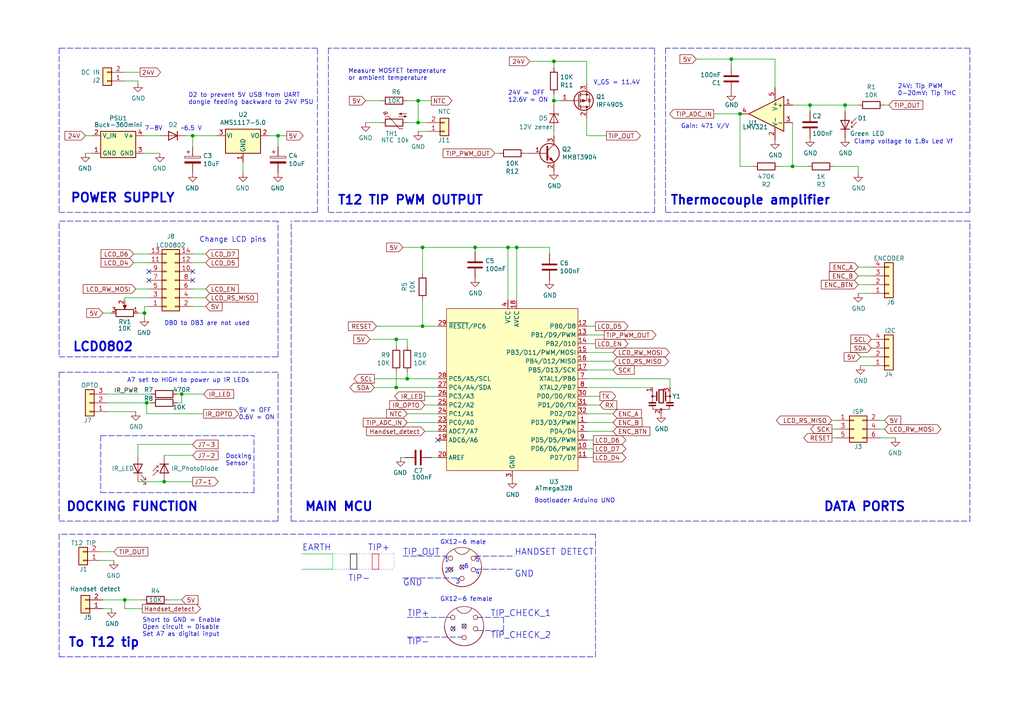
<source format=kicad_sch>
(kicad_sch (version 20211123) (generator eeschema)

  (uuid f66398f1-1ae7-4d4d-939f-958c174c6bce)

  (paper "A4")

  (title_block
    (title "T12 Solder Station r1.2")
    (date "2022-11-06")
    (rev "1.2")
    (company "ceezblog.info")
  )

  (lib_symbols
    (symbol "Amplifier_Operational:LMV321" (pin_names (offset 0.127)) (in_bom yes) (on_board yes)
      (property "Reference" "U" (id 0) (at 0 5.08 0)
        (effects (font (size 1.27 1.27)) (justify left))
      )
      (property "Value" "LMV321" (id 1) (at 0 -5.08 0)
        (effects (font (size 1.27 1.27)) (justify left))
      )
      (property "Footprint" "" (id 2) (at 0 0 0)
        (effects (font (size 1.27 1.27)) (justify left) hide)
      )
      (property "Datasheet" "http://www.ti.com/lit/ds/symlink/lmv324.pdf" (id 3) (at 0 0 0)
        (effects (font (size 1.27 1.27)) hide)
      )
      (property "ki_keywords" "single opamp" (id 4) (at 0 0 0)
        (effects (font (size 1.27 1.27)) hide)
      )
      (property "ki_description" "Low-Voltage Rail-to-Rail Output Operational Amplifiers, SOT-23-5/SC-70-5" (id 5) (at 0 0 0)
        (effects (font (size 1.27 1.27)) hide)
      )
      (property "ki_fp_filters" "SOT?23* *SC*70*" (id 6) (at 0 0 0)
        (effects (font (size 1.27 1.27)) hide)
      )
      (symbol "LMV321_0_1"
        (polyline
          (pts
            (xy -5.08 5.08)
            (xy 5.08 0)
            (xy -5.08 -5.08)
            (xy -5.08 5.08)
          )
          (stroke (width 0.254) (type default) (color 0 0 0 0))
          (fill (type background))
        )
        (pin power_in line (at -2.54 -7.62 90) (length 3.81)
          (name "V-" (effects (font (size 1.27 1.27))))
          (number "2" (effects (font (size 1.27 1.27))))
        )
        (pin power_in line (at -2.54 7.62 270) (length 3.81)
          (name "V+" (effects (font (size 1.27 1.27))))
          (number "5" (effects (font (size 1.27 1.27))))
        )
      )
      (symbol "LMV321_1_1"
        (pin input line (at -7.62 2.54 0) (length 2.54)
          (name "+" (effects (font (size 1.27 1.27))))
          (number "1" (effects (font (size 1.27 1.27))))
        )
        (pin input line (at -7.62 -2.54 0) (length 2.54)
          (name "-" (effects (font (size 1.27 1.27))))
          (number "3" (effects (font (size 1.27 1.27))))
        )
        (pin output line (at 7.62 0 180) (length 2.54)
          (name "~" (effects (font (size 1.27 1.27))))
          (number "4" (effects (font (size 1.27 1.27))))
        )
      )
    )
    (symbol "COMMON:ATmega328" (in_bom yes) (on_board yes)
      (property "Reference" "U" (id 0) (at 0 -17.78 0)
        (effects (font (size 1.27 1.27)))
      )
      (property "Value" "COMMON_ATmega328" (id 1) (at 0 -20.32 0)
        (effects (font (size 1.27 1.27)))
      )
      (property "Footprint" "Package_QFP:TQFP-32_7x7mm_P0.8mm" (id 2) (at 0 0 0)
        (effects (font (size 1.27 1.27) italic) hide)
      )
      (property "Datasheet" "" (id 3) (at 0 0 0)
        (effects (font (size 1.27 1.27)) hide)
      )
      (property "ki_fp_filters" "TQFP*7x7mm*P0.8mm*" (id 4) (at 0 0 0)
        (effects (font (size 1.27 1.27)) hide)
      )
      (symbol "ATmega328_0_1"
        (rectangle (start -19.05 24.13) (end 19.05 -22.86)
          (stroke (width 0) (type default) (color 0 0 0 0))
          (fill (type background))
        )
      )
      (symbol "ATmega328_1_1"
        (pin bidirectional line (at 21.59 -8.89 180) (length 2.54)
          (name "PD3/D3/PWM" (effects (font (size 1.27 1.27))))
          (number "1" (effects (font (size 1.27 1.27))))
        )
        (pin bidirectional line (at 21.59 -16.51 180) (length 2.54)
          (name "PD6/D6/PWM" (effects (font (size 1.27 1.27))))
          (number "10" (effects (font (size 1.27 1.27))))
        )
        (pin bidirectional line (at 21.59 -19.05 180) (length 2.54)
          (name "PD7/D7" (effects (font (size 1.27 1.27))))
          (number "11" (effects (font (size 1.27 1.27))))
        )
        (pin bidirectional line (at 21.59 19.05 180) (length 2.54)
          (name "PB0/D8" (effects (font (size 1.27 1.27))))
          (number "12" (effects (font (size 1.27 1.27))))
        )
        (pin bidirectional line (at 21.59 16.51 180) (length 2.54)
          (name "PB1/D9/PWM" (effects (font (size 1.27 1.27))))
          (number "13" (effects (font (size 1.27 1.27))))
        )
        (pin bidirectional line (at 21.59 13.97 180) (length 2.54)
          (name "PB2/D10" (effects (font (size 1.27 1.27))))
          (number "14" (effects (font (size 1.27 1.27))))
        )
        (pin bidirectional line (at 21.59 11.43 180) (length 2.54)
          (name "PB3/D11/PWM/MOSI" (effects (font (size 1.27 1.27))))
          (number "15" (effects (font (size 1.27 1.27))))
        )
        (pin bidirectional line (at 21.59 8.89 180) (length 2.54)
          (name "PB4/D12/MISO" (effects (font (size 1.27 1.27))))
          (number "16" (effects (font (size 1.27 1.27))))
        )
        (pin bidirectional line (at 21.59 6.35 180) (length 2.54)
          (name "PB5/D13/SCK" (effects (font (size 1.27 1.27))))
          (number "17" (effects (font (size 1.27 1.27))))
        )
        (pin power_in line (at 1.27 26.67 270) (length 2.54)
          (name "AVCC" (effects (font (size 1.27 1.27))))
          (number "18" (effects (font (size 1.27 1.27))))
        )
        (pin input line (at -21.59 -13.97 0) (length 2.54)
          (name "ADC6/A6" (effects (font (size 1.27 1.27))))
          (number "19" (effects (font (size 1.27 1.27))))
        )
        (pin bidirectional line (at 21.59 -11.43 180) (length 2.54)
          (name "PD4/D4" (effects (font (size 1.27 1.27))))
          (number "2" (effects (font (size 1.27 1.27))))
        )
        (pin passive line (at -21.59 -19.05 0) (length 2.54)
          (name "AREF" (effects (font (size 1.27 1.27))))
          (number "20" (effects (font (size 1.27 1.27))))
        )
        (pin passive line (at 0 -25.4 90) (length 2.54) hide
          (name "GND" (effects (font (size 1.27 1.27))))
          (number "21" (effects (font (size 1.27 1.27))))
        )
        (pin input line (at -21.59 -11.43 0) (length 2.54)
          (name "ADC7/A7" (effects (font (size 1.27 1.27))))
          (number "22" (effects (font (size 1.27 1.27))))
        )
        (pin bidirectional line (at -21.59 -8.89 0) (length 2.54)
          (name "PC0/A0" (effects (font (size 1.27 1.27))))
          (number "23" (effects (font (size 1.27 1.27))))
        )
        (pin bidirectional line (at -21.59 -6.35 0) (length 2.54)
          (name "PC1/A1" (effects (font (size 1.27 1.27))))
          (number "24" (effects (font (size 1.27 1.27))))
        )
        (pin bidirectional line (at -21.59 -3.81 0) (length 2.54)
          (name "PC2/A2" (effects (font (size 1.27 1.27))))
          (number "25" (effects (font (size 1.27 1.27))))
        )
        (pin bidirectional line (at -21.59 -1.27 0) (length 2.54)
          (name "PC3/A3" (effects (font (size 1.27 1.27))))
          (number "26" (effects (font (size 1.27 1.27))))
        )
        (pin bidirectional line (at -21.59 1.27 0) (length 2.54)
          (name "PC4/A4/SDA" (effects (font (size 1.27 1.27))))
          (number "27" (effects (font (size 1.27 1.27))))
        )
        (pin bidirectional line (at -21.59 3.81 0) (length 2.54)
          (name "PC5/A5/SCL" (effects (font (size 1.27 1.27))))
          (number "28" (effects (font (size 1.27 1.27))))
        )
        (pin bidirectional line (at -21.59 19.05 0) (length 2.54)
          (name "~{RESET}/PC6" (effects (font (size 1.27 1.27))))
          (number "29" (effects (font (size 1.27 1.27))))
        )
        (pin power_in line (at 0 -25.4 90) (length 2.54)
          (name "GND" (effects (font (size 1.27 1.27))))
          (number "3" (effects (font (size 1.27 1.27))))
        )
        (pin bidirectional line (at 21.59 -1.27 180) (length 2.54)
          (name "PD0/D0/RX" (effects (font (size 1.27 1.27))))
          (number "30" (effects (font (size 1.27 1.27))))
        )
        (pin bidirectional line (at 21.59 -3.81 180) (length 2.54)
          (name "PD1/D0/TX" (effects (font (size 1.27 1.27))))
          (number "31" (effects (font (size 1.27 1.27))))
        )
        (pin bidirectional line (at 21.59 -6.35 180) (length 2.54)
          (name "PD2/D2" (effects (font (size 1.27 1.27))))
          (number "32" (effects (font (size 1.27 1.27))))
        )
        (pin power_in line (at -1.27 26.67 270) (length 2.54)
          (name "VCC" (effects (font (size 1.27 1.27))))
          (number "4" (effects (font (size 1.27 1.27))))
        )
        (pin passive line (at 0 -25.4 90) (length 2.54) hide
          (name "GND" (effects (font (size 1.27 1.27))))
          (number "5" (effects (font (size 1.27 1.27))))
        )
        (pin passive line (at -1.27 26.67 270) (length 2.54) hide
          (name "VCC" (effects (font (size 1.27 1.27))))
          (number "6" (effects (font (size 1.27 1.27))))
        )
        (pin bidirectional line (at 21.59 3.81 180) (length 2.54)
          (name "XTAL1/PB6" (effects (font (size 1.27 1.27))))
          (number "7" (effects (font (size 1.27 1.27))))
        )
        (pin bidirectional line (at 21.59 1.27 180) (length 2.54)
          (name "XTAL2/PB7" (effects (font (size 1.27 1.27))))
          (number "8" (effects (font (size 1.27 1.27))))
        )
        (pin bidirectional line (at 21.59 -13.97 180) (length 2.54)
          (name "PD5/D5/PWM" (effects (font (size 1.27 1.27))))
          (number "9" (effects (font (size 1.27 1.27))))
        )
      )
    )
    (symbol "COMMON:Aviation-GX12-6" (pin_names (offset 1.016)) (in_bom yes) (on_board yes)
      (property "Reference" "J" (id 0) (at -0.127 9.398 0)
        (effects (font (size 1.27 1.27)))
      )
      (property "Value" "COMMON_Aviation-GX12-6" (id 1) (at 0 6.985 0)
        (effects (font (size 1.27 1.27)))
      )
      (property "Footprint" "" (id 2) (at 0 0 0)
        (effects (font (size 1.27 1.27)) hide)
      )
      (property "Datasheet" "" (id 3) (at 0 0 0)
        (effects (font (size 1.27 1.27)) hide)
      )
      (symbol "Aviation-GX12-6_0_1"
        (arc (start -5.715 0) (mid 0 -5.715) (end 5.715 0)
          (stroke (width 0) (type default) (color 0 0 0 0))
          (fill (type none))
        )
        (arc (start -2.159 5.207) (mid 0 3.6795) (end 2.159 5.207)
          (stroke (width 0) (type default) (color 0 0 0 0))
          (fill (type none))
        )
        (circle (center 0 0) (radius 5.6896)
          (stroke (width 0) (type default) (color 0 0 0 0))
          (fill (type none))
        )
      )
      (symbol "Aviation-GX12-6_1_1"
        (circle (center -3.302 -0.762) (radius 0.635)
          (stroke (width 0) (type default) (color 0 0 0 0))
          (fill (type none))
        )
        (circle (center -3.302 2.54) (radius 0.635)
          (stroke (width 0) (type default) (color 0 0 0 0))
          (fill (type none))
        )
        (circle (center 0 -3.302) (radius 0.635)
          (stroke (width 0) (type default) (color 0 0 0 0))
          (fill (type none))
        )
        (circle (center 0 0) (radius 0.635)
          (stroke (width 0) (type default) (color 0 0 0 0))
          (fill (type none))
        )
        (circle (center 3.302 -0.762) (radius 0.635)
          (stroke (width 0) (type default) (color 0 0 0 0))
          (fill (type none))
        )
        (circle (center 3.302 2.54) (radius 0.635)
          (stroke (width 0) (type default) (color 0 0 0 0))
          (fill (type none))
        )
      )
    )
    (symbol "COMMON:Buck-Mini360" (in_bom yes) (on_board yes)
      (property "Reference" "PSU" (id 0) (at 0 7.62 0)
        (effects (font (size 1.27 1.27)))
      )
      (property "Value" "COMMON_Buck-Mini360" (id 1) (at 0 5.08 0)
        (effects (font (size 1.27 1.27)))
      )
      (property "Footprint" "FOOT_PRINT:Mini360_DC-DC" (id 2) (at 0 5.08 0)
        (effects (font (size 1.27 1.27) italic) hide)
      )
      (property "Datasheet" "" (id 3) (at 13.97 13.97 0)
        (effects (font (size 1.27 1.27)) (justify left) hide)
      )
      (property "ki_fp_filters" "Finder*34.81*" (id 4) (at 0 0 0)
        (effects (font (size 1.27 1.27)) hide)
      )
      (symbol "Buck-Mini360_0_1"
        (rectangle (start -5.08 -3.81) (end 5.08 3.81)
          (stroke (width 0.254) (type default) (color 0 0 0 0))
          (fill (type background))
        )
      )
      (symbol "Buck-Mini360_1_1"
        (pin passive line (at -7.62 -2.54 0) (length 2.54)
          (name "GND" (effects (font (size 1.27 1.27))))
          (number "1" (effects (font (size 1.27 1.27))))
        )
        (pin passive line (at -7.62 2.54 0) (length 2.54)
          (name "V_IN" (effects (font (size 1.27 1.27))))
          (number "2" (effects (font (size 1.27 1.27))))
        )
        (pin passive line (at 7.62 -2.54 180) (length 2.54)
          (name "GND" (effects (font (size 1.27 1.27))))
          (number "3" (effects (font (size 1.27 1.27))))
        )
        (pin passive line (at 7.62 2.54 180) (length 2.54)
          (name "V+" (effects (font (size 1.27 1.27))))
          (number "4" (effects (font (size 1.27 1.27))))
        )
      )
    )
    (symbol "COMMON:D_Zener-Device" (pin_numbers hide) (pin_names (offset 1.016) hide) (in_bom yes) (on_board yes)
      (property "Reference" "D" (id 0) (at 0 2.54 0)
        (effects (font (size 1.27 1.27)))
      )
      (property "Value" "COMMON_D_Zener-Device" (id 1) (at 0 -2.54 0)
        (effects (font (size 1.27 1.27)))
      )
      (property "Footprint" "" (id 2) (at 0 0 0)
        (effects (font (size 1.27 1.27)) hide)
      )
      (property "Datasheet" "" (id 3) (at 0 0 0)
        (effects (font (size 1.27 1.27)) hide)
      )
      (property "ki_fp_filters" "TO-???* *_Diode_* *SingleDiode* D_*" (id 4) (at 0 0 0)
        (effects (font (size 1.27 1.27)) hide)
      )
      (symbol "D_Zener-Device_0_1"
        (polyline
          (pts
            (xy 1.27 0)
            (xy -1.27 0)
          )
          (stroke (width 0) (type default) (color 0 0 0 0))
          (fill (type none))
        )
        (polyline
          (pts
            (xy -1.27 -1.27)
            (xy -1.27 1.27)
            (xy -0.762 1.27)
          )
          (stroke (width 0.2032) (type default) (color 0 0 0 0))
          (fill (type none))
        )
        (polyline
          (pts
            (xy 1.27 -1.27)
            (xy 1.27 1.27)
            (xy -1.27 0)
            (xy 1.27 -1.27)
          )
          (stroke (width 0.2032) (type default) (color 0 0 0 0))
          (fill (type none))
        )
      )
      (symbol "D_Zener-Device_1_1"
        (pin passive line (at -3.81 0 0) (length 2.54)
          (name "K" (effects (font (size 1.27 1.27))))
          (number "1" (effects (font (size 1.27 1.27))))
        )
        (pin passive line (at 3.81 0 180) (length 2.54)
          (name "A" (effects (font (size 1.27 1.27))))
          (number "2" (effects (font (size 1.27 1.27))))
        )
      )
    )
    (symbol "Connector_Generic:Conn_01x02" (pin_names (offset 1.016) hide) (in_bom yes) (on_board yes)
      (property "Reference" "J" (id 0) (at 0 2.54 0)
        (effects (font (size 1.27 1.27)))
      )
      (property "Value" "Conn_01x02" (id 1) (at 0 -5.08 0)
        (effects (font (size 1.27 1.27)))
      )
      (property "Footprint" "" (id 2) (at 0 0 0)
        (effects (font (size 1.27 1.27)) hide)
      )
      (property "Datasheet" "~" (id 3) (at 0 0 0)
        (effects (font (size 1.27 1.27)) hide)
      )
      (property "ki_keywords" "connector" (id 4) (at 0 0 0)
        (effects (font (size 1.27 1.27)) hide)
      )
      (property "ki_description" "Generic connector, single row, 01x02, script generated (kicad-library-utils/schlib/autogen/connector/)" (id 5) (at 0 0 0)
        (effects (font (size 1.27 1.27)) hide)
      )
      (property "ki_fp_filters" "Connector*:*_1x??_*" (id 6) (at 0 0 0)
        (effects (font (size 1.27 1.27)) hide)
      )
      (symbol "Conn_01x02_1_1"
        (rectangle (start -1.27 -2.413) (end 0 -2.667)
          (stroke (width 0.1524) (type default) (color 0 0 0 0))
          (fill (type none))
        )
        (rectangle (start -1.27 0.127) (end 0 -0.127)
          (stroke (width 0.1524) (type default) (color 0 0 0 0))
          (fill (type none))
        )
        (rectangle (start -1.27 1.27) (end 1.27 -3.81)
          (stroke (width 0.254) (type default) (color 0 0 0 0))
          (fill (type background))
        )
        (pin passive line (at -5.08 0 0) (length 3.81)
          (name "Pin_1" (effects (font (size 1.27 1.27))))
          (number "1" (effects (font (size 1.27 1.27))))
        )
        (pin passive line (at -5.08 -2.54 0) (length 3.81)
          (name "Pin_2" (effects (font (size 1.27 1.27))))
          (number "2" (effects (font (size 1.27 1.27))))
        )
      )
    )
    (symbol "Connector_Generic:Conn_01x03" (pin_names (offset 1.016) hide) (in_bom yes) (on_board yes)
      (property "Reference" "J" (id 0) (at 0 5.08 0)
        (effects (font (size 1.27 1.27)))
      )
      (property "Value" "Conn_01x03" (id 1) (at 0 -5.08 0)
        (effects (font (size 1.27 1.27)))
      )
      (property "Footprint" "" (id 2) (at 0 0 0)
        (effects (font (size 1.27 1.27)) hide)
      )
      (property "Datasheet" "~" (id 3) (at 0 0 0)
        (effects (font (size 1.27 1.27)) hide)
      )
      (property "ki_keywords" "connector" (id 4) (at 0 0 0)
        (effects (font (size 1.27 1.27)) hide)
      )
      (property "ki_description" "Generic connector, single row, 01x03, script generated (kicad-library-utils/schlib/autogen/connector/)" (id 5) (at 0 0 0)
        (effects (font (size 1.27 1.27)) hide)
      )
      (property "ki_fp_filters" "Connector*:*_1x??_*" (id 6) (at 0 0 0)
        (effects (font (size 1.27 1.27)) hide)
      )
      (symbol "Conn_01x03_1_1"
        (rectangle (start -1.27 -2.413) (end 0 -2.667)
          (stroke (width 0.1524) (type default) (color 0 0 0 0))
          (fill (type none))
        )
        (rectangle (start -1.27 0.127) (end 0 -0.127)
          (stroke (width 0.1524) (type default) (color 0 0 0 0))
          (fill (type none))
        )
        (rectangle (start -1.27 2.667) (end 0 2.413)
          (stroke (width 0.1524) (type default) (color 0 0 0 0))
          (fill (type none))
        )
        (rectangle (start -1.27 3.81) (end 1.27 -3.81)
          (stroke (width 0.254) (type default) (color 0 0 0 0))
          (fill (type background))
        )
        (pin passive line (at -5.08 2.54 0) (length 3.81)
          (name "Pin_1" (effects (font (size 1.27 1.27))))
          (number "1" (effects (font (size 1.27 1.27))))
        )
        (pin passive line (at -5.08 0 0) (length 3.81)
          (name "Pin_2" (effects (font (size 1.27 1.27))))
          (number "2" (effects (font (size 1.27 1.27))))
        )
        (pin passive line (at -5.08 -2.54 0) (length 3.81)
          (name "Pin_3" (effects (font (size 1.27 1.27))))
          (number "3" (effects (font (size 1.27 1.27))))
        )
      )
    )
    (symbol "Connector_Generic:Conn_01x04" (pin_names (offset 1.016) hide) (in_bom yes) (on_board yes)
      (property "Reference" "J" (id 0) (at 0 5.08 0)
        (effects (font (size 1.27 1.27)))
      )
      (property "Value" "Conn_01x04" (id 1) (at 0 -7.62 0)
        (effects (font (size 1.27 1.27)))
      )
      (property "Footprint" "" (id 2) (at 0 0 0)
        (effects (font (size 1.27 1.27)) hide)
      )
      (property "Datasheet" "~" (id 3) (at 0 0 0)
        (effects (font (size 1.27 1.27)) hide)
      )
      (property "ki_keywords" "connector" (id 4) (at 0 0 0)
        (effects (font (size 1.27 1.27)) hide)
      )
      (property "ki_description" "Generic connector, single row, 01x04, script generated (kicad-library-utils/schlib/autogen/connector/)" (id 5) (at 0 0 0)
        (effects (font (size 1.27 1.27)) hide)
      )
      (property "ki_fp_filters" "Connector*:*_1x??_*" (id 6) (at 0 0 0)
        (effects (font (size 1.27 1.27)) hide)
      )
      (symbol "Conn_01x04_1_1"
        (rectangle (start -1.27 -4.953) (end 0 -5.207)
          (stroke (width 0.1524) (type default) (color 0 0 0 0))
          (fill (type none))
        )
        (rectangle (start -1.27 -2.413) (end 0 -2.667)
          (stroke (width 0.1524) (type default) (color 0 0 0 0))
          (fill (type none))
        )
        (rectangle (start -1.27 0.127) (end 0 -0.127)
          (stroke (width 0.1524) (type default) (color 0 0 0 0))
          (fill (type none))
        )
        (rectangle (start -1.27 2.667) (end 0 2.413)
          (stroke (width 0.1524) (type default) (color 0 0 0 0))
          (fill (type none))
        )
        (rectangle (start -1.27 3.81) (end 1.27 -6.35)
          (stroke (width 0.254) (type default) (color 0 0 0 0))
          (fill (type background))
        )
        (pin passive line (at -5.08 2.54 0) (length 3.81)
          (name "Pin_1" (effects (font (size 1.27 1.27))))
          (number "1" (effects (font (size 1.27 1.27))))
        )
        (pin passive line (at -5.08 0 0) (length 3.81)
          (name "Pin_2" (effects (font (size 1.27 1.27))))
          (number "2" (effects (font (size 1.27 1.27))))
        )
        (pin passive line (at -5.08 -2.54 0) (length 3.81)
          (name "Pin_3" (effects (font (size 1.27 1.27))))
          (number "3" (effects (font (size 1.27 1.27))))
        )
        (pin passive line (at -5.08 -5.08 0) (length 3.81)
          (name "Pin_4" (effects (font (size 1.27 1.27))))
          (number "4" (effects (font (size 1.27 1.27))))
        )
      )
    )
    (symbol "Connector_Generic:Conn_02x03_Odd_Even" (pin_names (offset 1.016) hide) (in_bom yes) (on_board yes)
      (property "Reference" "J" (id 0) (at 1.27 5.08 0)
        (effects (font (size 1.27 1.27)))
      )
      (property "Value" "Conn_02x03_Odd_Even" (id 1) (at 1.27 -5.08 0)
        (effects (font (size 1.27 1.27)))
      )
      (property "Footprint" "" (id 2) (at 0 0 0)
        (effects (font (size 1.27 1.27)) hide)
      )
      (property "Datasheet" "~" (id 3) (at 0 0 0)
        (effects (font (size 1.27 1.27)) hide)
      )
      (property "ki_keywords" "connector" (id 4) (at 0 0 0)
        (effects (font (size 1.27 1.27)) hide)
      )
      (property "ki_description" "Generic connector, double row, 02x03, odd/even pin numbering scheme (row 1 odd numbers, row 2 even numbers), script generated (kicad-library-utils/schlib/autogen/connector/)" (id 5) (at 0 0 0)
        (effects (font (size 1.27 1.27)) hide)
      )
      (property "ki_fp_filters" "Connector*:*_2x??_*" (id 6) (at 0 0 0)
        (effects (font (size 1.27 1.27)) hide)
      )
      (symbol "Conn_02x03_Odd_Even_1_1"
        (rectangle (start -1.27 -2.413) (end 0 -2.667)
          (stroke (width 0.1524) (type default) (color 0 0 0 0))
          (fill (type none))
        )
        (rectangle (start -1.27 0.127) (end 0 -0.127)
          (stroke (width 0.1524) (type default) (color 0 0 0 0))
          (fill (type none))
        )
        (rectangle (start -1.27 2.667) (end 0 2.413)
          (stroke (width 0.1524) (type default) (color 0 0 0 0))
          (fill (type none))
        )
        (rectangle (start -1.27 3.81) (end 3.81 -3.81)
          (stroke (width 0.254) (type default) (color 0 0 0 0))
          (fill (type background))
        )
        (rectangle (start 3.81 -2.413) (end 2.54 -2.667)
          (stroke (width 0.1524) (type default) (color 0 0 0 0))
          (fill (type none))
        )
        (rectangle (start 3.81 0.127) (end 2.54 -0.127)
          (stroke (width 0.1524) (type default) (color 0 0 0 0))
          (fill (type none))
        )
        (rectangle (start 3.81 2.667) (end 2.54 2.413)
          (stroke (width 0.1524) (type default) (color 0 0 0 0))
          (fill (type none))
        )
        (pin passive line (at -5.08 2.54 0) (length 3.81)
          (name "Pin_1" (effects (font (size 1.27 1.27))))
          (number "1" (effects (font (size 1.27 1.27))))
        )
        (pin passive line (at 7.62 2.54 180) (length 3.81)
          (name "Pin_2" (effects (font (size 1.27 1.27))))
          (number "2" (effects (font (size 1.27 1.27))))
        )
        (pin passive line (at -5.08 0 0) (length 3.81)
          (name "Pin_3" (effects (font (size 1.27 1.27))))
          (number "3" (effects (font (size 1.27 1.27))))
        )
        (pin passive line (at 7.62 0 180) (length 3.81)
          (name "Pin_4" (effects (font (size 1.27 1.27))))
          (number "4" (effects (font (size 1.27 1.27))))
        )
        (pin passive line (at -5.08 -2.54 0) (length 3.81)
          (name "Pin_5" (effects (font (size 1.27 1.27))))
          (number "5" (effects (font (size 1.27 1.27))))
        )
        (pin passive line (at 7.62 -2.54 180) (length 3.81)
          (name "Pin_6" (effects (font (size 1.27 1.27))))
          (number "6" (effects (font (size 1.27 1.27))))
        )
      )
    )
    (symbol "Connector_Generic:Conn_02x07_Odd_Even" (pin_names (offset 1.016) hide) (in_bom yes) (on_board yes)
      (property "Reference" "J" (id 0) (at 1.27 10.16 0)
        (effects (font (size 1.27 1.27)))
      )
      (property "Value" "Conn_02x07_Odd_Even" (id 1) (at 1.27 -10.16 0)
        (effects (font (size 1.27 1.27)))
      )
      (property "Footprint" "" (id 2) (at 0 0 0)
        (effects (font (size 1.27 1.27)) hide)
      )
      (property "Datasheet" "~" (id 3) (at 0 0 0)
        (effects (font (size 1.27 1.27)) hide)
      )
      (property "ki_keywords" "connector" (id 4) (at 0 0 0)
        (effects (font (size 1.27 1.27)) hide)
      )
      (property "ki_description" "Generic connector, double row, 02x07, odd/even pin numbering scheme (row 1 odd numbers, row 2 even numbers), script generated (kicad-library-utils/schlib/autogen/connector/)" (id 5) (at 0 0 0)
        (effects (font (size 1.27 1.27)) hide)
      )
      (property "ki_fp_filters" "Connector*:*_2x??_*" (id 6) (at 0 0 0)
        (effects (font (size 1.27 1.27)) hide)
      )
      (symbol "Conn_02x07_Odd_Even_1_1"
        (rectangle (start -1.27 -7.493) (end 0 -7.747)
          (stroke (width 0.1524) (type default) (color 0 0 0 0))
          (fill (type none))
        )
        (rectangle (start -1.27 -4.953) (end 0 -5.207)
          (stroke (width 0.1524) (type default) (color 0 0 0 0))
          (fill (type none))
        )
        (rectangle (start -1.27 -2.413) (end 0 -2.667)
          (stroke (width 0.1524) (type default) (color 0 0 0 0))
          (fill (type none))
        )
        (rectangle (start -1.27 0.127) (end 0 -0.127)
          (stroke (width 0.1524) (type default) (color 0 0 0 0))
          (fill (type none))
        )
        (rectangle (start -1.27 2.667) (end 0 2.413)
          (stroke (width 0.1524) (type default) (color 0 0 0 0))
          (fill (type none))
        )
        (rectangle (start -1.27 5.207) (end 0 4.953)
          (stroke (width 0.1524) (type default) (color 0 0 0 0))
          (fill (type none))
        )
        (rectangle (start -1.27 7.747) (end 0 7.493)
          (stroke (width 0.1524) (type default) (color 0 0 0 0))
          (fill (type none))
        )
        (rectangle (start -1.27 8.89) (end 3.81 -8.89)
          (stroke (width 0.254) (type default) (color 0 0 0 0))
          (fill (type background))
        )
        (rectangle (start 3.81 -7.493) (end 2.54 -7.747)
          (stroke (width 0.1524) (type default) (color 0 0 0 0))
          (fill (type none))
        )
        (rectangle (start 3.81 -4.953) (end 2.54 -5.207)
          (stroke (width 0.1524) (type default) (color 0 0 0 0))
          (fill (type none))
        )
        (rectangle (start 3.81 -2.413) (end 2.54 -2.667)
          (stroke (width 0.1524) (type default) (color 0 0 0 0))
          (fill (type none))
        )
        (rectangle (start 3.81 0.127) (end 2.54 -0.127)
          (stroke (width 0.1524) (type default) (color 0 0 0 0))
          (fill (type none))
        )
        (rectangle (start 3.81 2.667) (end 2.54 2.413)
          (stroke (width 0.1524) (type default) (color 0 0 0 0))
          (fill (type none))
        )
        (rectangle (start 3.81 5.207) (end 2.54 4.953)
          (stroke (width 0.1524) (type default) (color 0 0 0 0))
          (fill (type none))
        )
        (rectangle (start 3.81 7.747) (end 2.54 7.493)
          (stroke (width 0.1524) (type default) (color 0 0 0 0))
          (fill (type none))
        )
        (pin passive line (at -5.08 7.62 0) (length 3.81)
          (name "Pin_1" (effects (font (size 1.27 1.27))))
          (number "1" (effects (font (size 1.27 1.27))))
        )
        (pin passive line (at 7.62 -2.54 180) (length 3.81)
          (name "Pin_10" (effects (font (size 1.27 1.27))))
          (number "10" (effects (font (size 1.27 1.27))))
        )
        (pin passive line (at -5.08 -5.08 0) (length 3.81)
          (name "Pin_11" (effects (font (size 1.27 1.27))))
          (number "11" (effects (font (size 1.27 1.27))))
        )
        (pin passive line (at 7.62 -5.08 180) (length 3.81)
          (name "Pin_12" (effects (font (size 1.27 1.27))))
          (number "12" (effects (font (size 1.27 1.27))))
        )
        (pin passive line (at -5.08 -7.62 0) (length 3.81)
          (name "Pin_13" (effects (font (size 1.27 1.27))))
          (number "13" (effects (font (size 1.27 1.27))))
        )
        (pin passive line (at 7.62 -7.62 180) (length 3.81)
          (name "Pin_14" (effects (font (size 1.27 1.27))))
          (number "14" (effects (font (size 1.27 1.27))))
        )
        (pin passive line (at 7.62 7.62 180) (length 3.81)
          (name "Pin_2" (effects (font (size 1.27 1.27))))
          (number "2" (effects (font (size 1.27 1.27))))
        )
        (pin passive line (at -5.08 5.08 0) (length 3.81)
          (name "Pin_3" (effects (font (size 1.27 1.27))))
          (number "3" (effects (font (size 1.27 1.27))))
        )
        (pin passive line (at 7.62 5.08 180) (length 3.81)
          (name "Pin_4" (effects (font (size 1.27 1.27))))
          (number "4" (effects (font (size 1.27 1.27))))
        )
        (pin passive line (at -5.08 2.54 0) (length 3.81)
          (name "Pin_5" (effects (font (size 1.27 1.27))))
          (number "5" (effects (font (size 1.27 1.27))))
        )
        (pin passive line (at 7.62 2.54 180) (length 3.81)
          (name "Pin_6" (effects (font (size 1.27 1.27))))
          (number "6" (effects (font (size 1.27 1.27))))
        )
        (pin passive line (at -5.08 0 0) (length 3.81)
          (name "Pin_7" (effects (font (size 1.27 1.27))))
          (number "7" (effects (font (size 1.27 1.27))))
        )
        (pin passive line (at 7.62 0 180) (length 3.81)
          (name "Pin_8" (effects (font (size 1.27 1.27))))
          (number "8" (effects (font (size 1.27 1.27))))
        )
        (pin passive line (at -5.08 -2.54 0) (length 3.81)
          (name "Pin_9" (effects (font (size 1.27 1.27))))
          (number "9" (effects (font (size 1.27 1.27))))
        )
      )
    )
    (symbol "Device:C" (pin_numbers hide) (pin_names (offset 0.254)) (in_bom yes) (on_board yes)
      (property "Reference" "C" (id 0) (at 0.635 2.54 0)
        (effects (font (size 1.27 1.27)) (justify left))
      )
      (property "Value" "C" (id 1) (at 0.635 -2.54 0)
        (effects (font (size 1.27 1.27)) (justify left))
      )
      (property "Footprint" "" (id 2) (at 0.9652 -3.81 0)
        (effects (font (size 1.27 1.27)) hide)
      )
      (property "Datasheet" "~" (id 3) (at 0 0 0)
        (effects (font (size 1.27 1.27)) hide)
      )
      (property "ki_keywords" "cap capacitor" (id 4) (at 0 0 0)
        (effects (font (size 1.27 1.27)) hide)
      )
      (property "ki_description" "Unpolarized capacitor" (id 5) (at 0 0 0)
        (effects (font (size 1.27 1.27)) hide)
      )
      (property "ki_fp_filters" "C_*" (id 6) (at 0 0 0)
        (effects (font (size 1.27 1.27)) hide)
      )
      (symbol "C_0_1"
        (polyline
          (pts
            (xy -2.032 -0.762)
            (xy 2.032 -0.762)
          )
          (stroke (width 0.508) (type default) (color 0 0 0 0))
          (fill (type none))
        )
        (polyline
          (pts
            (xy -2.032 0.762)
            (xy 2.032 0.762)
          )
          (stroke (width 0.508) (type default) (color 0 0 0 0))
          (fill (type none))
        )
      )
      (symbol "C_1_1"
        (pin passive line (at 0 3.81 270) (length 2.794)
          (name "~" (effects (font (size 1.27 1.27))))
          (number "1" (effects (font (size 1.27 1.27))))
        )
        (pin passive line (at 0 -3.81 90) (length 2.794)
          (name "~" (effects (font (size 1.27 1.27))))
          (number "2" (effects (font (size 1.27 1.27))))
        )
      )
    )
    (symbol "Device:C_Polarized" (pin_numbers hide) (pin_names (offset 0.254)) (in_bom yes) (on_board yes)
      (property "Reference" "C" (id 0) (at 0.635 2.54 0)
        (effects (font (size 1.27 1.27)) (justify left))
      )
      (property "Value" "C_Polarized" (id 1) (at 0.635 -2.54 0)
        (effects (font (size 1.27 1.27)) (justify left))
      )
      (property "Footprint" "" (id 2) (at 0.9652 -3.81 0)
        (effects (font (size 1.27 1.27)) hide)
      )
      (property "Datasheet" "~" (id 3) (at 0 0 0)
        (effects (font (size 1.27 1.27)) hide)
      )
      (property "ki_keywords" "cap capacitor" (id 4) (at 0 0 0)
        (effects (font (size 1.27 1.27)) hide)
      )
      (property "ki_description" "Polarized capacitor" (id 5) (at 0 0 0)
        (effects (font (size 1.27 1.27)) hide)
      )
      (property "ki_fp_filters" "CP_*" (id 6) (at 0 0 0)
        (effects (font (size 1.27 1.27)) hide)
      )
      (symbol "C_Polarized_0_1"
        (rectangle (start -2.286 0.508) (end 2.286 1.016)
          (stroke (width 0) (type default) (color 0 0 0 0))
          (fill (type none))
        )
        (polyline
          (pts
            (xy -1.778 2.286)
            (xy -0.762 2.286)
          )
          (stroke (width 0) (type default) (color 0 0 0 0))
          (fill (type none))
        )
        (polyline
          (pts
            (xy -1.27 2.794)
            (xy -1.27 1.778)
          )
          (stroke (width 0) (type default) (color 0 0 0 0))
          (fill (type none))
        )
        (rectangle (start 2.286 -0.508) (end -2.286 -1.016)
          (stroke (width 0) (type default) (color 0 0 0 0))
          (fill (type outline))
        )
      )
      (symbol "C_Polarized_1_1"
        (pin passive line (at 0 3.81 270) (length 2.794)
          (name "~" (effects (font (size 1.27 1.27))))
          (number "1" (effects (font (size 1.27 1.27))))
        )
        (pin passive line (at 0 -3.81 90) (length 2.794)
          (name "~" (effects (font (size 1.27 1.27))))
          (number "2" (effects (font (size 1.27 1.27))))
        )
      )
    )
    (symbol "Device:D" (pin_numbers hide) (pin_names (offset 1.016) hide) (in_bom yes) (on_board yes)
      (property "Reference" "D" (id 0) (at 0 2.54 0)
        (effects (font (size 1.27 1.27)))
      )
      (property "Value" "D" (id 1) (at 0 -2.54 0)
        (effects (font (size 1.27 1.27)))
      )
      (property "Footprint" "" (id 2) (at 0 0 0)
        (effects (font (size 1.27 1.27)) hide)
      )
      (property "Datasheet" "~" (id 3) (at 0 0 0)
        (effects (font (size 1.27 1.27)) hide)
      )
      (property "ki_keywords" "diode" (id 4) (at 0 0 0)
        (effects (font (size 1.27 1.27)) hide)
      )
      (property "ki_description" "Diode" (id 5) (at 0 0 0)
        (effects (font (size 1.27 1.27)) hide)
      )
      (property "ki_fp_filters" "TO-???* *_Diode_* *SingleDiode* D_*" (id 6) (at 0 0 0)
        (effects (font (size 1.27 1.27)) hide)
      )
      (symbol "D_0_1"
        (polyline
          (pts
            (xy -1.27 1.27)
            (xy -1.27 -1.27)
          )
          (stroke (width 0.254) (type default) (color 0 0 0 0))
          (fill (type none))
        )
        (polyline
          (pts
            (xy 1.27 0)
            (xy -1.27 0)
          )
          (stroke (width 0) (type default) (color 0 0 0 0))
          (fill (type none))
        )
        (polyline
          (pts
            (xy 1.27 1.27)
            (xy 1.27 -1.27)
            (xy -1.27 0)
            (xy 1.27 1.27)
          )
          (stroke (width 0.254) (type default) (color 0 0 0 0))
          (fill (type none))
        )
      )
      (symbol "D_1_1"
        (pin passive line (at -3.81 0 0) (length 2.54)
          (name "K" (effects (font (size 1.27 1.27))))
          (number "1" (effects (font (size 1.27 1.27))))
        )
        (pin passive line (at 3.81 0 180) (length 2.54)
          (name "A" (effects (font (size 1.27 1.27))))
          (number "2" (effects (font (size 1.27 1.27))))
        )
      )
    )
    (symbol "Device:D_Photo" (pin_numbers hide) (pin_names hide) (in_bom yes) (on_board yes)
      (property "Reference" "D" (id 0) (at 0.508 1.778 0)
        (effects (font (size 1.27 1.27)) (justify left))
      )
      (property "Value" "D_Photo" (id 1) (at -1.016 -2.794 0)
        (effects (font (size 1.27 1.27)))
      )
      (property "Footprint" "" (id 2) (at -1.27 0 0)
        (effects (font (size 1.27 1.27)) hide)
      )
      (property "Datasheet" "~" (id 3) (at -1.27 0 0)
        (effects (font (size 1.27 1.27)) hide)
      )
      (property "ki_keywords" "photodiode diode opto" (id 4) (at 0 0 0)
        (effects (font (size 1.27 1.27)) hide)
      )
      (property "ki_description" "Photodiode" (id 5) (at 0 0 0)
        (effects (font (size 1.27 1.27)) hide)
      )
      (symbol "D_Photo_0_1"
        (polyline
          (pts
            (xy -2.54 1.27)
            (xy -2.54 -1.27)
          )
          (stroke (width 0.254) (type default) (color 0 0 0 0))
          (fill (type none))
        )
        (polyline
          (pts
            (xy -2.032 1.778)
            (xy -1.524 1.778)
          )
          (stroke (width 0) (type default) (color 0 0 0 0))
          (fill (type none))
        )
        (polyline
          (pts
            (xy 0 0)
            (xy -2.54 0)
          )
          (stroke (width 0) (type default) (color 0 0 0 0))
          (fill (type none))
        )
        (polyline
          (pts
            (xy -0.508 3.302)
            (xy -2.032 1.778)
            (xy -2.032 2.286)
          )
          (stroke (width 0) (type default) (color 0 0 0 0))
          (fill (type none))
        )
        (polyline
          (pts
            (xy 0 -1.27)
            (xy 0 1.27)
            (xy -2.54 0)
            (xy 0 -1.27)
          )
          (stroke (width 0.254) (type default) (color 0 0 0 0))
          (fill (type none))
        )
        (polyline
          (pts
            (xy 0.762 3.302)
            (xy -0.762 1.778)
            (xy -0.762 2.286)
            (xy -0.762 1.778)
            (xy -0.254 1.778)
          )
          (stroke (width 0) (type default) (color 0 0 0 0))
          (fill (type none))
        )
      )
      (symbol "D_Photo_1_1"
        (pin passive line (at -5.08 0 0) (length 2.54)
          (name "K" (effects (font (size 1.27 1.27))))
          (number "1" (effects (font (size 1.27 1.27))))
        )
        (pin passive line (at 2.54 0 180) (length 2.54)
          (name "A" (effects (font (size 1.27 1.27))))
          (number "2" (effects (font (size 1.27 1.27))))
        )
      )
    )
    (symbol "Device:LED" (pin_numbers hide) (pin_names (offset 1.016) hide) (in_bom yes) (on_board yes)
      (property "Reference" "D" (id 0) (at 0 2.54 0)
        (effects (font (size 1.27 1.27)))
      )
      (property "Value" "LED" (id 1) (at 0 -2.54 0)
        (effects (font (size 1.27 1.27)))
      )
      (property "Footprint" "" (id 2) (at 0 0 0)
        (effects (font (size 1.27 1.27)) hide)
      )
      (property "Datasheet" "~" (id 3) (at 0 0 0)
        (effects (font (size 1.27 1.27)) hide)
      )
      (property "ki_keywords" "LED diode" (id 4) (at 0 0 0)
        (effects (font (size 1.27 1.27)) hide)
      )
      (property "ki_description" "Light emitting diode" (id 5) (at 0 0 0)
        (effects (font (size 1.27 1.27)) hide)
      )
      (property "ki_fp_filters" "LED* LED_SMD:* LED_THT:*" (id 6) (at 0 0 0)
        (effects (font (size 1.27 1.27)) hide)
      )
      (symbol "LED_0_1"
        (polyline
          (pts
            (xy -1.27 -1.27)
            (xy -1.27 1.27)
          )
          (stroke (width 0.254) (type default) (color 0 0 0 0))
          (fill (type none))
        )
        (polyline
          (pts
            (xy -1.27 0)
            (xy 1.27 0)
          )
          (stroke (width 0) (type default) (color 0 0 0 0))
          (fill (type none))
        )
        (polyline
          (pts
            (xy 1.27 -1.27)
            (xy 1.27 1.27)
            (xy -1.27 0)
            (xy 1.27 -1.27)
          )
          (stroke (width 0.254) (type default) (color 0 0 0 0))
          (fill (type none))
        )
        (polyline
          (pts
            (xy -3.048 -0.762)
            (xy -4.572 -2.286)
            (xy -3.81 -2.286)
            (xy -4.572 -2.286)
            (xy -4.572 -1.524)
          )
          (stroke (width 0) (type default) (color 0 0 0 0))
          (fill (type none))
        )
        (polyline
          (pts
            (xy -1.778 -0.762)
            (xy -3.302 -2.286)
            (xy -2.54 -2.286)
            (xy -3.302 -2.286)
            (xy -3.302 -1.524)
          )
          (stroke (width 0) (type default) (color 0 0 0 0))
          (fill (type none))
        )
      )
      (symbol "LED_1_1"
        (pin passive line (at -3.81 0 0) (length 2.54)
          (name "K" (effects (font (size 1.27 1.27))))
          (number "1" (effects (font (size 1.27 1.27))))
        )
        (pin passive line (at 3.81 0 180) (length 2.54)
          (name "A" (effects (font (size 1.27 1.27))))
          (number "2" (effects (font (size 1.27 1.27))))
        )
      )
    )
    (symbol "Device:R" (pin_numbers hide) (pin_names (offset 0)) (in_bom yes) (on_board yes)
      (property "Reference" "R" (id 0) (at 2.032 0 90)
        (effects (font (size 1.27 1.27)))
      )
      (property "Value" "R" (id 1) (at 0 0 90)
        (effects (font (size 1.27 1.27)))
      )
      (property "Footprint" "" (id 2) (at -1.778 0 90)
        (effects (font (size 1.27 1.27)) hide)
      )
      (property "Datasheet" "~" (id 3) (at 0 0 0)
        (effects (font (size 1.27 1.27)) hide)
      )
      (property "ki_keywords" "R res resistor" (id 4) (at 0 0 0)
        (effects (font (size 1.27 1.27)) hide)
      )
      (property "ki_description" "Resistor" (id 5) (at 0 0 0)
        (effects (font (size 1.27 1.27)) hide)
      )
      (property "ki_fp_filters" "R_*" (id 6) (at 0 0 0)
        (effects (font (size 1.27 1.27)) hide)
      )
      (symbol "R_0_1"
        (rectangle (start -1.016 -2.54) (end 1.016 2.54)
          (stroke (width 0.254) (type default) (color 0 0 0 0))
          (fill (type none))
        )
      )
      (symbol "R_1_1"
        (pin passive line (at 0 3.81 270) (length 1.27)
          (name "~" (effects (font (size 1.27 1.27))))
          (number "1" (effects (font (size 1.27 1.27))))
        )
        (pin passive line (at 0 -3.81 90) (length 1.27)
          (name "~" (effects (font (size 1.27 1.27))))
          (number "2" (effects (font (size 1.27 1.27))))
        )
      )
    )
    (symbol "Device:R_Potentiometer" (pin_names (offset 1.016) hide) (in_bom yes) (on_board yes)
      (property "Reference" "RV" (id 0) (at -4.445 0 90)
        (effects (font (size 1.27 1.27)))
      )
      (property "Value" "R_Potentiometer" (id 1) (at -2.54 0 90)
        (effects (font (size 1.27 1.27)))
      )
      (property "Footprint" "" (id 2) (at 0 0 0)
        (effects (font (size 1.27 1.27)) hide)
      )
      (property "Datasheet" "~" (id 3) (at 0 0 0)
        (effects (font (size 1.27 1.27)) hide)
      )
      (property "ki_keywords" "resistor variable" (id 4) (at 0 0 0)
        (effects (font (size 1.27 1.27)) hide)
      )
      (property "ki_description" "Potentiometer" (id 5) (at 0 0 0)
        (effects (font (size 1.27 1.27)) hide)
      )
      (property "ki_fp_filters" "Potentiometer*" (id 6) (at 0 0 0)
        (effects (font (size 1.27 1.27)) hide)
      )
      (symbol "R_Potentiometer_0_1"
        (polyline
          (pts
            (xy 2.54 0)
            (xy 1.524 0)
          )
          (stroke (width 0) (type default) (color 0 0 0 0))
          (fill (type none))
        )
        (polyline
          (pts
            (xy 1.143 0)
            (xy 2.286 0.508)
            (xy 2.286 -0.508)
            (xy 1.143 0)
          )
          (stroke (width 0) (type default) (color 0 0 0 0))
          (fill (type outline))
        )
        (rectangle (start 1.016 2.54) (end -1.016 -2.54)
          (stroke (width 0.254) (type default) (color 0 0 0 0))
          (fill (type none))
        )
      )
      (symbol "R_Potentiometer_1_1"
        (pin passive line (at 0 3.81 270) (length 1.27)
          (name "1" (effects (font (size 1.27 1.27))))
          (number "1" (effects (font (size 1.27 1.27))))
        )
        (pin passive line (at 3.81 0 180) (length 1.27)
          (name "2" (effects (font (size 1.27 1.27))))
          (number "2" (effects (font (size 1.27 1.27))))
        )
        (pin passive line (at 0 -3.81 90) (length 1.27)
          (name "3" (effects (font (size 1.27 1.27))))
          (number "3" (effects (font (size 1.27 1.27))))
        )
      )
    )
    (symbol "Device:Resonator_Small" (pin_names (offset 1.016) hide) (in_bom yes) (on_board yes)
      (property "Reference" "Y" (id 0) (at 3.175 1.905 0)
        (effects (font (size 1.27 1.27)) (justify left))
      )
      (property "Value" "Resonator_Small" (id 1) (at 3.175 0 0)
        (effects (font (size 1.27 1.27)) (justify left))
      )
      (property "Footprint" "" (id 2) (at -0.635 0 0)
        (effects (font (size 1.27 1.27)) hide)
      )
      (property "Datasheet" "~" (id 3) (at -0.635 0 0)
        (effects (font (size 1.27 1.27)) hide)
      )
      (property "ki_keywords" "ceramic resonator" (id 4) (at 0 0 0)
        (effects (font (size 1.27 1.27)) hide)
      )
      (property "ki_description" "Three pin ceramic resonator, small symbol" (id 5) (at 0 0 0)
        (effects (font (size 1.27 1.27)) hide)
      )
      (property "ki_fp_filters" "Filter* Resonator*" (id 6) (at 0 0 0)
        (effects (font (size 1.27 1.27)) hide)
      )
      (symbol "Resonator_Small_0_1"
        (rectangle (start -3.556 -2.54) (end -1.524 -2.794)
          (stroke (width 0) (type default) (color 0 0 0 0))
          (fill (type outline))
        )
        (rectangle (start -3.556 -1.778) (end -1.524 -2.032)
          (stroke (width 0) (type default) (color 0 0 0 0))
          (fill (type outline))
        )
        (circle (center -2.54 0) (radius 0.254)
          (stroke (width 0) (type default) (color 0 0 0 0))
          (fill (type outline))
        )
        (rectangle (start -0.635 1.905) (end 0.635 -1.905)
          (stroke (width 0.3048) (type default) (color 0 0 0 0))
          (fill (type none))
        )
        (circle (center 0 -3.81) (radius 0.254)
          (stroke (width 0) (type default) (color 0 0 0 0))
          (fill (type outline))
        )
        (polyline
          (pts
            (xy -2.54 -1.778)
            (xy -2.54 0)
          )
          (stroke (width 0) (type default) (color 0 0 0 0))
          (fill (type none))
        )
        (polyline
          (pts
            (xy -2.54 0)
            (xy -1.397 0)
          )
          (stroke (width 0) (type default) (color 0 0 0 0))
          (fill (type none))
        )
        (polyline
          (pts
            (xy -2.54 1.27)
            (xy -2.54 0)
          )
          (stroke (width 0) (type default) (color 0 0 0 0))
          (fill (type none))
        )
        (polyline
          (pts
            (xy -1.27 -1.27)
            (xy -1.27 1.27)
          )
          (stroke (width 0.381) (type default) (color 0 0 0 0))
          (fill (type none))
        )
        (polyline
          (pts
            (xy 1.27 -1.27)
            (xy 1.27 1.27)
          )
          (stroke (width 0.381) (type default) (color 0 0 0 0))
          (fill (type none))
        )
        (polyline
          (pts
            (xy 1.27 0)
            (xy 2.54 0)
          )
          (stroke (width 0) (type default) (color 0 0 0 0))
          (fill (type none))
        )
        (polyline
          (pts
            (xy 2.54 0)
            (xy 2.54 -1.778)
          )
          (stroke (width 0) (type default) (color 0 0 0 0))
          (fill (type none))
        )
        (polyline
          (pts
            (xy 2.54 1.27)
            (xy 2.54 0)
          )
          (stroke (width 0) (type default) (color 0 0 0 0))
          (fill (type none))
        )
        (polyline
          (pts
            (xy 2.413 -2.794)
            (xy 2.413 -3.81)
            (xy -2.413 -3.81)
            (xy -2.413 -2.667)
          )
          (stroke (width 0) (type default) (color 0 0 0 0))
          (fill (type none))
        )
        (rectangle (start 1.524 -2.54) (end 3.556 -2.794)
          (stroke (width 0) (type default) (color 0 0 0 0))
          (fill (type outline))
        )
        (rectangle (start 1.524 -1.778) (end 3.556 -2.032)
          (stroke (width 0) (type default) (color 0 0 0 0))
          (fill (type outline))
        )
        (circle (center 2.54 0) (radius 0.254)
          (stroke (width 0) (type default) (color 0 0 0 0))
          (fill (type outline))
        )
      )
      (symbol "Resonator_Small_1_1"
        (pin passive line (at -2.54 2.54 270) (length 1.27)
          (name "1" (effects (font (size 1.27 1.27))))
          (number "1" (effects (font (size 1.27 1.27))))
        )
        (pin passive line (at 0 -5.08 90) (length 1.27)
          (name "2" (effects (font (size 1.27 1.27))))
          (number "2" (effects (font (size 1.27 1.27))))
        )
        (pin passive line (at 2.54 2.54 270) (length 1.27)
          (name "3" (effects (font (size 1.27 1.27))))
          (number "3" (effects (font (size 1.27 1.27))))
        )
      )
    )
    (symbol "Device:Thermistor_NTC" (pin_numbers hide) (pin_names (offset 0)) (in_bom yes) (on_board yes)
      (property "Reference" "TH" (id 0) (at -4.445 0 90)
        (effects (font (size 1.27 1.27)))
      )
      (property "Value" "Thermistor_NTC" (id 1) (at 3.175 0 90)
        (effects (font (size 1.27 1.27)))
      )
      (property "Footprint" "" (id 2) (at 0 1.27 0)
        (effects (font (size 1.27 1.27)) hide)
      )
      (property "Datasheet" "~" (id 3) (at 0 1.27 0)
        (effects (font (size 1.27 1.27)) hide)
      )
      (property "ki_keywords" "thermistor NTC resistor sensor RTD" (id 4) (at 0 0 0)
        (effects (font (size 1.27 1.27)) hide)
      )
      (property "ki_description" "Temperature dependent resistor, negative temperature coefficient" (id 5) (at 0 0 0)
        (effects (font (size 1.27 1.27)) hide)
      )
      (property "ki_fp_filters" "*NTC* *Thermistor* PIN?ARRAY* bornier* *Terminal?Block* R_*" (id 6) (at 0 0 0)
        (effects (font (size 1.27 1.27)) hide)
      )
      (symbol "Thermistor_NTC_0_1"
        (arc (start -3.048 2.159) (mid -3.0505 2.3165) (end -3.175 2.413)
          (stroke (width 0) (type default) (color 0 0 0 0))
          (fill (type none))
        )
        (arc (start -3.048 2.159) (mid -2.9736 1.9794) (end -2.794 1.905)
          (stroke (width 0) (type default) (color 0 0 0 0))
          (fill (type none))
        )
        (arc (start -3.048 2.794) (mid -2.9736 2.6144) (end -2.794 2.54)
          (stroke (width 0) (type default) (color 0 0 0 0))
          (fill (type none))
        )
        (arc (start -2.794 1.905) (mid -2.6144 1.9794) (end -2.54 2.159)
          (stroke (width 0) (type default) (color 0 0 0 0))
          (fill (type none))
        )
        (arc (start -2.794 2.54) (mid -2.434 2.5608) (end -2.159 2.794)
          (stroke (width 0) (type default) (color 0 0 0 0))
          (fill (type none))
        )
        (arc (start -2.794 3.048) (mid -2.9736 2.9736) (end -3.048 2.794)
          (stroke (width 0) (type default) (color 0 0 0 0))
          (fill (type none))
        )
        (arc (start -2.54 2.794) (mid -2.6144 2.9736) (end -2.794 3.048)
          (stroke (width 0) (type default) (color 0 0 0 0))
          (fill (type none))
        )
        (rectangle (start -1.016 2.54) (end 1.016 -2.54)
          (stroke (width 0.254) (type default) (color 0 0 0 0))
          (fill (type none))
        )
        (polyline
          (pts
            (xy -2.54 2.159)
            (xy -2.54 2.794)
          )
          (stroke (width 0) (type default) (color 0 0 0 0))
          (fill (type none))
        )
        (polyline
          (pts
            (xy -1.778 2.54)
            (xy -1.778 1.524)
            (xy 1.778 -1.524)
            (xy 1.778 -2.54)
          )
          (stroke (width 0) (type default) (color 0 0 0 0))
          (fill (type none))
        )
        (polyline
          (pts
            (xy -2.54 -3.683)
            (xy -2.54 -1.397)
            (xy -2.794 -2.159)
            (xy -2.286 -2.159)
            (xy -2.54 -1.397)
            (xy -2.54 -1.651)
          )
          (stroke (width 0) (type default) (color 0 0 0 0))
          (fill (type outline))
        )
        (polyline
          (pts
            (xy -1.778 -1.397)
            (xy -1.778 -3.683)
            (xy -2.032 -2.921)
            (xy -1.524 -2.921)
            (xy -1.778 -3.683)
            (xy -1.778 -3.429)
          )
          (stroke (width 0) (type default) (color 0 0 0 0))
          (fill (type outline))
        )
      )
      (symbol "Thermistor_NTC_1_1"
        (pin passive line (at 0 3.81 270) (length 1.27)
          (name "~" (effects (font (size 1.27 1.27))))
          (number "1" (effects (font (size 1.27 1.27))))
        )
        (pin passive line (at 0 -3.81 90) (length 1.27)
          (name "~" (effects (font (size 1.27 1.27))))
          (number "2" (effects (font (size 1.27 1.27))))
        )
      )
    )
    (symbol "Regulator_Linear:AMS1117-5.0" (pin_names (offset 0.254)) (in_bom yes) (on_board yes)
      (property "Reference" "U" (id 0) (at -3.81 3.175 0)
        (effects (font (size 1.27 1.27)))
      )
      (property "Value" "AMS1117-5.0" (id 1) (at 0 3.175 0)
        (effects (font (size 1.27 1.27)) (justify left))
      )
      (property "Footprint" "Package_TO_SOT_SMD:SOT-223-3_TabPin2" (id 2) (at 0 5.08 0)
        (effects (font (size 1.27 1.27)) hide)
      )
      (property "Datasheet" "http://www.advanced-monolithic.com/pdf/ds1117.pdf" (id 3) (at 2.54 -6.35 0)
        (effects (font (size 1.27 1.27)) hide)
      )
      (property "ki_keywords" "linear regulator ldo fixed positive" (id 4) (at 0 0 0)
        (effects (font (size 1.27 1.27)) hide)
      )
      (property "ki_description" "1A Low Dropout regulator, positive, 5.0V fixed output, SOT-223" (id 5) (at 0 0 0)
        (effects (font (size 1.27 1.27)) hide)
      )
      (property "ki_fp_filters" "SOT?223*TabPin2*" (id 6) (at 0 0 0)
        (effects (font (size 1.27 1.27)) hide)
      )
      (symbol "AMS1117-5.0_0_1"
        (rectangle (start -5.08 -5.08) (end 5.08 1.905)
          (stroke (width 0.254) (type default) (color 0 0 0 0))
          (fill (type background))
        )
      )
      (symbol "AMS1117-5.0_1_1"
        (pin power_in line (at 0 -7.62 90) (length 2.54)
          (name "GND" (effects (font (size 1.27 1.27))))
          (number "1" (effects (font (size 1.27 1.27))))
        )
        (pin power_out line (at 7.62 0 180) (length 2.54)
          (name "VO" (effects (font (size 1.27 1.27))))
          (number "2" (effects (font (size 1.27 1.27))))
        )
        (pin power_in line (at -7.62 0 0) (length 2.54)
          (name "VI" (effects (font (size 1.27 1.27))))
          (number "3" (effects (font (size 1.27 1.27))))
        )
      )
    )
    (symbol "Transistor_BJT:MMBT3904" (pin_names (offset 0) hide) (in_bom yes) (on_board yes)
      (property "Reference" "Q" (id 0) (at 5.08 1.905 0)
        (effects (font (size 1.27 1.27)) (justify left))
      )
      (property "Value" "MMBT3904" (id 1) (at 5.08 0 0)
        (effects (font (size 1.27 1.27)) (justify left))
      )
      (property "Footprint" "Package_TO_SOT_SMD:SOT-23" (id 2) (at 5.08 -1.905 0)
        (effects (font (size 1.27 1.27) italic) (justify left) hide)
      )
      (property "Datasheet" "https://www.onsemi.com/pub/Collateral/2N3903-D.PDF" (id 3) (at 0 0 0)
        (effects (font (size 1.27 1.27)) (justify left) hide)
      )
      (property "ki_keywords" "NPN Transistor" (id 4) (at 0 0 0)
        (effects (font (size 1.27 1.27)) hide)
      )
      (property "ki_description" "0.2A Ic, 40V Vce, Small Signal NPN Transistor, SOT-23" (id 5) (at 0 0 0)
        (effects (font (size 1.27 1.27)) hide)
      )
      (property "ki_fp_filters" "SOT?23*" (id 6) (at 0 0 0)
        (effects (font (size 1.27 1.27)) hide)
      )
      (symbol "MMBT3904_0_1"
        (polyline
          (pts
            (xy 0.635 0.635)
            (xy 2.54 2.54)
          )
          (stroke (width 0) (type default) (color 0 0 0 0))
          (fill (type none))
        )
        (polyline
          (pts
            (xy 0.635 -0.635)
            (xy 2.54 -2.54)
            (xy 2.54 -2.54)
          )
          (stroke (width 0) (type default) (color 0 0 0 0))
          (fill (type none))
        )
        (polyline
          (pts
            (xy 0.635 1.905)
            (xy 0.635 -1.905)
            (xy 0.635 -1.905)
          )
          (stroke (width 0.508) (type default) (color 0 0 0 0))
          (fill (type none))
        )
        (polyline
          (pts
            (xy 1.27 -1.778)
            (xy 1.778 -1.27)
            (xy 2.286 -2.286)
            (xy 1.27 -1.778)
            (xy 1.27 -1.778)
          )
          (stroke (width 0) (type default) (color 0 0 0 0))
          (fill (type outline))
        )
        (circle (center 1.27 0) (radius 2.8194)
          (stroke (width 0.254) (type default) (color 0 0 0 0))
          (fill (type none))
        )
      )
      (symbol "MMBT3904_1_1"
        (pin input line (at -5.08 0 0) (length 5.715)
          (name "B" (effects (font (size 1.27 1.27))))
          (number "1" (effects (font (size 1.27 1.27))))
        )
        (pin passive line (at 2.54 -5.08 90) (length 2.54)
          (name "E" (effects (font (size 1.27 1.27))))
          (number "2" (effects (font (size 1.27 1.27))))
        )
        (pin passive line (at 2.54 5.08 270) (length 2.54)
          (name "C" (effects (font (size 1.27 1.27))))
          (number "3" (effects (font (size 1.27 1.27))))
        )
      )
    )
    (symbol "Transistor_FET:IRF4905" (pin_names hide) (in_bom yes) (on_board yes)
      (property "Reference" "Q" (id 0) (at 5.08 1.905 0)
        (effects (font (size 1.27 1.27)) (justify left))
      )
      (property "Value" "IRF4905" (id 1) (at 5.08 0 0)
        (effects (font (size 1.27 1.27)) (justify left))
      )
      (property "Footprint" "Package_TO_SOT_THT:TO-220-3_Vertical" (id 2) (at 5.08 -1.905 0)
        (effects (font (size 1.27 1.27) italic) (justify left) hide)
      )
      (property "Datasheet" "http://www.infineon.com/dgdl/irf4905.pdf?fileId=5546d462533600a4015355e32165197c" (id 3) (at 0 0 0)
        (effects (font (size 1.27 1.27)) (justify left) hide)
      )
      (property "ki_keywords" "Single P-Channel HEXFET Power MOSFET" (id 4) (at 0 0 0)
        (effects (font (size 1.27 1.27)) hide)
      )
      (property "ki_description" "-74A Id, -55V Vds, Single P-Channel HEXFET Power MOSFET, 20mOhm Ron, TO-220AB" (id 5) (at 0 0 0)
        (effects (font (size 1.27 1.27)) hide)
      )
      (property "ki_fp_filters" "TO?220*" (id 6) (at 0 0 0)
        (effects (font (size 1.27 1.27)) hide)
      )
      (symbol "IRF4905_0_1"
        (polyline
          (pts
            (xy 0.254 0)
            (xy -2.54 0)
          )
          (stroke (width 0) (type default) (color 0 0 0 0))
          (fill (type none))
        )
        (polyline
          (pts
            (xy 0.254 1.905)
            (xy 0.254 -1.905)
          )
          (stroke (width 0.254) (type default) (color 0 0 0 0))
          (fill (type none))
        )
        (polyline
          (pts
            (xy 0.762 -1.27)
            (xy 0.762 -2.286)
          )
          (stroke (width 0.254) (type default) (color 0 0 0 0))
          (fill (type none))
        )
        (polyline
          (pts
            (xy 0.762 0.508)
            (xy 0.762 -0.508)
          )
          (stroke (width 0.254) (type default) (color 0 0 0 0))
          (fill (type none))
        )
        (polyline
          (pts
            (xy 0.762 2.286)
            (xy 0.762 1.27)
          )
          (stroke (width 0.254) (type default) (color 0 0 0 0))
          (fill (type none))
        )
        (polyline
          (pts
            (xy 2.54 2.54)
            (xy 2.54 1.778)
          )
          (stroke (width 0) (type default) (color 0 0 0 0))
          (fill (type none))
        )
        (polyline
          (pts
            (xy 2.54 -2.54)
            (xy 2.54 0)
            (xy 0.762 0)
          )
          (stroke (width 0) (type default) (color 0 0 0 0))
          (fill (type none))
        )
        (polyline
          (pts
            (xy 0.762 1.778)
            (xy 3.302 1.778)
            (xy 3.302 -1.778)
            (xy 0.762 -1.778)
          )
          (stroke (width 0) (type default) (color 0 0 0 0))
          (fill (type none))
        )
        (polyline
          (pts
            (xy 2.286 0)
            (xy 1.27 0.381)
            (xy 1.27 -0.381)
            (xy 2.286 0)
          )
          (stroke (width 0) (type default) (color 0 0 0 0))
          (fill (type outline))
        )
        (polyline
          (pts
            (xy 2.794 -0.508)
            (xy 2.921 -0.381)
            (xy 3.683 -0.381)
            (xy 3.81 -0.254)
          )
          (stroke (width 0) (type default) (color 0 0 0 0))
          (fill (type none))
        )
        (polyline
          (pts
            (xy 3.302 -0.381)
            (xy 2.921 0.254)
            (xy 3.683 0.254)
            (xy 3.302 -0.381)
          )
          (stroke (width 0) (type default) (color 0 0 0 0))
          (fill (type none))
        )
        (circle (center 1.651 0) (radius 2.794)
          (stroke (width 0.254) (type default) (color 0 0 0 0))
          (fill (type none))
        )
        (circle (center 2.54 -1.778) (radius 0.254)
          (stroke (width 0) (type default) (color 0 0 0 0))
          (fill (type outline))
        )
        (circle (center 2.54 1.778) (radius 0.254)
          (stroke (width 0) (type default) (color 0 0 0 0))
          (fill (type outline))
        )
      )
      (symbol "IRF4905_1_1"
        (pin input line (at -5.08 0 0) (length 2.54)
          (name "G" (effects (font (size 1.27 1.27))))
          (number "1" (effects (font (size 1.27 1.27))))
        )
        (pin passive line (at 2.54 5.08 270) (length 2.54)
          (name "D" (effects (font (size 1.27 1.27))))
          (number "2" (effects (font (size 1.27 1.27))))
        )
        (pin passive line (at 2.54 -5.08 90) (length 2.54)
          (name "S" (effects (font (size 1.27 1.27))))
          (number "3" (effects (font (size 1.27 1.27))))
        )
      )
    )
    (symbol "power:GND" (power) (pin_names (offset 0)) (in_bom yes) (on_board yes)
      (property "Reference" "#PWR" (id 0) (at 0 -6.35 0)
        (effects (font (size 1.27 1.27)) hide)
      )
      (property "Value" "GND" (id 1) (at 0 -3.81 0)
        (effects (font (size 1.27 1.27)))
      )
      (property "Footprint" "" (id 2) (at 0 0 0)
        (effects (font (size 1.27 1.27)) hide)
      )
      (property "Datasheet" "" (id 3) (at 0 0 0)
        (effects (font (size 1.27 1.27)) hide)
      )
      (property "ki_keywords" "power-flag" (id 4) (at 0 0 0)
        (effects (font (size 1.27 1.27)) hide)
      )
      (property "ki_description" "Power symbol creates a global label with name \"GND\" , ground" (id 5) (at 0 0 0)
        (effects (font (size 1.27 1.27)) hide)
      )
      (symbol "GND_0_1"
        (polyline
          (pts
            (xy 0 0)
            (xy 0 -1.27)
            (xy 1.27 -1.27)
            (xy 0 -2.54)
            (xy -1.27 -1.27)
            (xy 0 -1.27)
          )
          (stroke (width 0) (type default) (color 0 0 0 0))
          (fill (type none))
        )
      )
      (symbol "GND_1_1"
        (pin power_in line (at 0 0 270) (length 0) hide
          (name "GND" (effects (font (size 1.27 1.27))))
          (number "1" (effects (font (size 1.27 1.27))))
        )
      )
    )
  )


  (junction (at 42.545 116.84) (diameter 0) (color 0 0 0 0)
    (uuid 10a590d5-c7bc-4d4c-a91c-2f13427238b5)
  )
  (junction (at 80.645 39.37) (diameter 0) (color 0 0 0 0)
    (uuid 1de61170-5337-44c5-ba28-bd477db4bff1)
  )
  (junction (at 118.11 109.855) (diameter 0) (color 0 0 0 0)
    (uuid 2b25e886-ded1-450a-ada1-ece4208052e4)
  )
  (junction (at 214.63 33.02) (diameter 0) (color 0 0 0 0)
    (uuid 2ce2550d-942e-490f-9777-fd247a746aac)
  )
  (junction (at 149.86 71.755) (diameter 0) (color 0 0 0 0)
    (uuid 2e90e294-82e1-45da-9bf1-b91dfe0dc8f6)
  )
  (junction (at 114.935 112.395) (diameter 0) (color 0 0 0 0)
    (uuid 319c683d-aed6-4e7d-aee2-ff9871746d52)
  )
  (junction (at 36.195 173.99) (diameter 0) (color 0 0 0 0)
    (uuid 405e7ea9-5d65-48a9-a143-afb29db1b67d)
  )
  (junction (at 212.09 17.145) (diameter 0) (color 0 0 0 0)
    (uuid 4a7e3849-3bc9-4bb3-b16a-fab2f5cee0e5)
  )
  (junction (at 121.285 35.56) (diameter 0) (color 0 0 0 0)
    (uuid 76b6ec99-5b50-4268-9680-573db9660a77)
  )
  (junction (at 122.555 71.755) (diameter 0) (color 0 0 0 0)
    (uuid 7ce7415d-7c22-49f6-8215-488853ccc8c6)
  )
  (junction (at 47.625 139.7) (diameter 0) (color 0 0 0 0)
    (uuid 82703822-4101-4033-9b9a-a6ef2ff6d549)
  )
  (junction (at 55.88 39.37) (diameter 0) (color 0 0 0 0)
    (uuid 8486c294-aa7e-43c3-b257-1ca3356dd17a)
  )
  (junction (at 122.555 94.615) (diameter 0) (color 0 0 0 0)
    (uuid 84d296ba-3d39-4264-ad19-947f90c54396)
  )
  (junction (at 41.91 90.805) (diameter 0) (color 0 0 0 0)
    (uuid 8cd34405-8711-4353-839c-c8fbfd4da75b)
  )
  (junction (at 114.935 98.425) (diameter 0) (color 0 0 0 0)
    (uuid 97fe2a5c-4eee-4c7a-9c43-47749b396494)
  )
  (junction (at 245.11 30.48) (diameter 0) (color 0 0 0 0)
    (uuid b7256004-f41f-4ca4-bd76-f4bad928c6b9)
  )
  (junction (at 229.87 48.26) (diameter 0) (color 0 0 0 0)
    (uuid ba39d0f6-cdbc-4637-a0c2-8c7c902adae5)
  )
  (junction (at 147.32 71.755) (diameter 0) (color 0 0 0 0)
    (uuid ba6fc20e-7eff-4d5f-81e4-d1fad93be155)
  )
  (junction (at 52.705 114.3) (diameter 0) (color 0 0 0 0)
    (uuid bb8c3947-79c7-438d-a094-421cf07f412d)
  )
  (junction (at 137.795 71.755) (diameter 0) (color 0 0 0 0)
    (uuid c8a44971-63c1-4a19-879d-b6647b2dc08d)
  )
  (junction (at 121.285 29.21) (diameter 0) (color 0 0 0 0)
    (uuid def87b2b-1fe5-4f34-ac07-56358486971f)
  )
  (junction (at 234.95 30.48) (diameter 0) (color 0 0 0 0)
    (uuid df2a6036-7274-4398-9365-148b6ddab90d)
  )
  (junction (at 160.655 17.78) (diameter 0) (color 0 0 0 0)
    (uuid e0830067-5b66-4ce1-b2d1-aaa8af20baf7)
  )
  (junction (at 160.655 29.21) (diameter 0) (color 0 0 0 0)
    (uuid e87738fc-e372-4c48-9de9-398fd8b4874c)
  )

  (no_connect (at 131.445 182.245) (uuid 106128ac-5809-489b-ae70-1cb021615976))
  (no_connect (at 133.985 164.465) (uuid 2953b0ce-ce25-4071-8625-76a965f982a9))
  (no_connect (at 134.62 181.61) (uuid 3ad2918b-267b-4003-8d82-1bf7ad3118ba))
  (no_connect (at 55.88 78.74) (uuid 63caf46e-0228-40de-b819-c6bd29dd1711))
  (no_connect (at 43.18 78.74) (uuid 94a10cae-6ef2-4b64-9d98-fb22aa3306cc))
  (no_connect (at 55.88 81.28) (uuid a7fc0812-140f-4d96-9cd8-ead8c1c610b1))
  (no_connect (at 130.81 165.1) (uuid b231d2cb-57b9-4b9e-b871-02ca20186ee8))
  (no_connect (at 127 127.635) (uuid c4c021d4-cdf0-41e6-9db1-abcd9d7ee4b6))
  (no_connect (at 43.18 81.28) (uuid f33ec0db-ef0f-4576-8054-2833161a8f30))

  (polyline (pts (xy 172.72 190.5) (xy 172.72 154.94))
    (stroke (width 0) (type default) (color 0 0 0 0))
    (uuid 015f5586-ba76-4a98-9114-f5cd2c67134d)
  )

  (wire (pts (xy 242.57 124.46) (xy 241.3 124.46))
    (stroke (width 0) (type default) (color 0 0 0 0))
    (uuid 051b8cb0-ae77-4e09-98a7-bf2103319e66)
  )
  (polyline (pts (xy 29.21 142.875) (xy 73.66 142.875))
    (stroke (width 0) (type default) (color 0 0 0 0))
    (uuid 05bc3d41-d25c-49aa-866a-90c04df6de4f)
  )

  (wire (pts (xy 149.86 71.755) (xy 159.385 71.755))
    (stroke (width 0) (type default) (color 0 0 0 0))
    (uuid 076046ab-4b56-4060-b8d9-0d80806d0277)
  )
  (polyline (pts (xy 17.145 107.95) (xy 17.145 151.13))
    (stroke (width 0) (type default) (color 0 0 0 0))
    (uuid 0a702526-6b45-4ca3-8e26-6ca367a70553)
  )

  (wire (pts (xy 53.975 39.37) (xy 55.88 39.37))
    (stroke (width 0) (type default) (color 0 0 0 0))
    (uuid 0b9f21ed-3d41-4f23-ae45-74117a5f3153)
  )
  (wire (pts (xy 229.87 30.48) (xy 234.95 30.48))
    (stroke (width 0) (type default) (color 0 0 0 0))
    (uuid 0cbeb329-a88d-4a47-a5c2-a1d693de2f8c)
  )
  (wire (pts (xy 170.18 120.015) (xy 177.8 120.015))
    (stroke (width 0) (type default) (color 0 0 0 0))
    (uuid 0ceb97d6-1b0f-4b71-921e-b0955c30c998)
  )
  (wire (pts (xy 110.49 29.21) (xy 106.045 29.21))
    (stroke (width 0) (type default) (color 0 0 0 0))
    (uuid 0da1c195-e264-4647-8054-a6138d393a4a)
  )
  (polyline (pts (xy 87.63 160.655) (xy 114.3 160.655))
    (stroke (width 0) (type dot) (color 0 0 0 0))
    (uuid 0dbef9f5-12de-4292-b9fe-d89118e7f223)
  )

  (wire (pts (xy 214.63 33.02) (xy 214.63 48.26))
    (stroke (width 0) (type default) (color 0 0 0 0))
    (uuid 0e249018-17e7-42b3-ae5d-5ebf3ae299ae)
  )
  (wire (pts (xy 172.085 127.635) (xy 170.18 127.635))
    (stroke (width 0) (type default) (color 0 0 0 0))
    (uuid 0fafc6b9-fd35-4a55-9270-7a8e7ce3cb13)
  )
  (wire (pts (xy 234.95 30.48) (xy 245.11 30.48))
    (stroke (width 0) (type default) (color 0 0 0 0))
    (uuid 10d8ad0e-6a08-4053-92aa-23a15910fd21)
  )
  (polyline (pts (xy 189.865 13.97) (xy 95.25 13.97))
    (stroke (width 0) (type default) (color 0 0 0 0))
    (uuid 113ffcdf-4c54-4e37-81dc-f91efa934ba7)
  )

  (wire (pts (xy 159.385 73.66) (xy 159.385 71.755))
    (stroke (width 0) (type default) (color 0 0 0 0))
    (uuid 1171ce37-6ad7-4662-bb68-5592c945ebf3)
  )
  (wire (pts (xy 170.18 122.555) (xy 177.8 122.555))
    (stroke (width 0) (type default) (color 0 0 0 0))
    (uuid 1241b7f2-e266-4f5c-8a97-9f0f9d0eef37)
  )
  (wire (pts (xy 170.18 107.315) (xy 177.8 107.315))
    (stroke (width 0) (type default) (color 0 0 0 0))
    (uuid 12a24e86-2c38-4685-bba9-fff8dddb4cb0)
  )
  (polyline (pts (xy 84.455 151.13) (xy 281.305 151.13))
    (stroke (width 0) (type default) (color 0 0 0 0))
    (uuid 12f8e43c-8f83-48d3-a9b5-5f3ebc0b6c43)
  )

  (wire (pts (xy 38.735 76.2) (xy 43.18 76.2))
    (stroke (width 0) (type default) (color 0 0 0 0))
    (uuid 1317ff66-8ecf-46c9-9612-8d2eae03c537)
  )
  (wire (pts (xy 48.895 173.99) (xy 52.705 173.99))
    (stroke (width 0) (type default) (color 0 0 0 0))
    (uuid 131a9c81-ab9b-491b-98f5-b5688d6a455f)
  )
  (wire (pts (xy 33.02 160.02) (xy 29.21 160.02))
    (stroke (width 0) (type default) (color 0 0 0 0))
    (uuid 14094ad2-b562-4efa-8c6f-51d7a3134345)
  )
  (wire (pts (xy 108.585 112.395) (xy 114.935 112.395))
    (stroke (width 0) (type default) (color 0 0 0 0))
    (uuid 162e5bdd-61a8-46a3-8485-826b5d58e1a1)
  )
  (polyline (pts (xy 114.3 160.655) (xy 114.3 165.1))
    (stroke (width 0) (type dot) (color 0 0 0 0))
    (uuid 169331a6-b959-406d-a6bd-c2e3b3d01746)
  )

  (wire (pts (xy 39.37 83.82) (xy 43.18 83.82))
    (stroke (width 0) (type default) (color 0 0 0 0))
    (uuid 1755646e-fc08-4e43-a301-d9b3ea704cf6)
  )
  (wire (pts (xy 147.32 71.755) (xy 147.32 86.995))
    (stroke (width 0) (type default) (color 0 0 0 0))
    (uuid 196a8dd5-5fd6-4c7f-ae4a-0104bd82e61b)
  )
  (polyline (pts (xy 17.145 64.77) (xy 17.145 103.505))
    (stroke (width 0) (type default) (color 0 0 0 0))
    (uuid 1c9f6fea-1796-4a2d-80b3-ae22ce51c8f5)
  )

  (wire (pts (xy 80.645 42.545) (xy 80.645 39.37))
    (stroke (width 0) (type default) (color 0 0 0 0))
    (uuid 1cacb878-9da4-41fc-aa80-018bc841e19a)
  )
  (polyline (pts (xy 80.645 151.13) (xy 80.645 107.95))
    (stroke (width 0) (type default) (color 0 0 0 0))
    (uuid 1ebd7d9a-8949-4421-bc13-5fe3d29e682a)
  )

  (wire (pts (xy 147.32 71.755) (xy 149.86 71.755))
    (stroke (width 0) (type default) (color 0 0 0 0))
    (uuid 2035ea48-3ef5-4d7f-8c3c-50981b30c89a)
  )
  (wire (pts (xy 118.11 35.56) (xy 121.285 35.56))
    (stroke (width 0) (type default) (color 0 0 0 0))
    (uuid 20504f8e-3f32-41e0-9d83-6f5c049e6109)
  )
  (polyline (pts (xy 92.075 61.595) (xy 92.075 13.97))
    (stroke (width 0) (type default) (color 0 0 0 0))
    (uuid 20901d7e-a300-4069-8967-a6a7e97a68bc)
  )
  (polyline (pts (xy 281.305 61.595) (xy 281.305 13.97))
    (stroke (width 0) (type default) (color 0 0 0 0))
    (uuid 2102c637-9f11-48f1-aae6-b4139dc22be2)
  )
  (polyline (pts (xy 281.305 151.13) (xy 281.305 64.135))
    (stroke (width 0) (type default) (color 0 0 0 0))
    (uuid 21492bcd-343a-4b2b-b55a-b4586c11bdeb)
  )

  (wire (pts (xy 170.18 17.78) (xy 170.18 24.13))
    (stroke (width 0) (type default) (color 0 0 0 0))
    (uuid 2165c9a4-eb84-4cb6-a870-2fdc39d2511b)
  )
  (polyline (pts (xy 116.84 167.64) (xy 119.38 167.64))
    (stroke (width 0) (type default) (color 0 0 0 0))
    (uuid 22751143-9f00-49e0-a197-56f65722b329)
  )

  (wire (pts (xy 248.92 85.09) (xy 252.73 85.09))
    (stroke (width 0) (type default) (color 0 0 0 0))
    (uuid 25bc3602-3fb4-4a04-94e3-21ba22562c24)
  )
  (wire (pts (xy 59.69 86.36) (xy 55.88 86.36))
    (stroke (width 0) (type default) (color 0 0 0 0))
    (uuid 26bc8641-9bca-4204-9709-deedbe202a36)
  )
  (polyline (pts (xy 193.04 61.595) (xy 281.305 61.595))
    (stroke (width 0) (type default) (color 0 0 0 0))
    (uuid 282c8e53-3acc-42f0-a92a-6aa976b97a93)
  )

  (wire (pts (xy 41.275 176.53) (xy 36.195 176.53))
    (stroke (width 0) (type default) (color 0 0 0 0))
    (uuid 299b33e0-1815-41c7-8f9e-8e353f489550)
  )
  (wire (pts (xy 256.54 30.48) (xy 257.81 30.48))
    (stroke (width 0) (type default) (color 0 0 0 0))
    (uuid 2b64d2cb-d62a-4762-97ea-f1b0d4293c4f)
  )
  (wire (pts (xy 39.37 119.38) (xy 31.115 119.38))
    (stroke (width 0) (type default) (color 0 0 0 0))
    (uuid 2b754ac0-e7b5-4b04-b13c-319ee30ed49c)
  )
  (wire (pts (xy 252.73 82.55) (xy 248.92 82.55))
    (stroke (width 0) (type default) (color 0 0 0 0))
    (uuid 2c60448a-e30f-46b2-89e1-a44f51688efc)
  )
  (wire (pts (xy 36.195 86.36) (xy 36.195 86.995))
    (stroke (width 0) (type default) (color 0 0 0 0))
    (uuid 2d8c7139-88a3-4a32-b390-ecb9e63d1875)
  )
  (wire (pts (xy 160.655 29.21) (xy 162.56 29.21))
    (stroke (width 0) (type default) (color 0 0 0 0))
    (uuid 2de1ffee-2174-41d2-8969-68b8d21e5a7d)
  )
  (wire (pts (xy 256.54 121.92) (xy 255.27 121.92))
    (stroke (width 0) (type default) (color 0 0 0 0))
    (uuid 30c33e3e-fb78-498d-bffe-76273d527004)
  )
  (wire (pts (xy 241.3 127) (xy 242.57 127))
    (stroke (width 0) (type default) (color 0 0 0 0))
    (uuid 35c09d1f-2914-4d1e-a002-df30af772f3b)
  )
  (wire (pts (xy 170.18 102.235) (xy 177.8 102.235))
    (stroke (width 0) (type default) (color 0 0 0 0))
    (uuid 35ef9c4a-35f6-467b-a704-b1d9354880cf)
  )
  (polyline (pts (xy 107.95 160.655) (xy 107.95 165.1))
    (stroke (width 0) (type solid) (color 255 0 17 1))
    (uuid 3664f7c2-6851-469b-b3d7-140b2a054991)
  )

  (wire (pts (xy 40.005 23.495) (xy 36.195 23.495))
    (stroke (width 0) (type default) (color 0 0 0 0))
    (uuid 3d6cdd62-5634-4e30-acf8-1b9c1dbf6653)
  )
  (wire (pts (xy 172.72 99.695) (xy 170.18 99.695))
    (stroke (width 0) (type default) (color 0 0 0 0))
    (uuid 3e0392c0-affc-4114-9de5-1f1cfe79418a)
  )
  (wire (pts (xy 46.355 44.45) (xy 41.91 44.45))
    (stroke (width 0) (type default) (color 0 0 0 0))
    (uuid 3efa2ece-8f3f-4a8c-96e9-6ab3ec6f1f70)
  )
  (polyline (pts (xy 193.04 13.97) (xy 193.04 61.595))
    (stroke (width 0) (type default) (color 0 0 0 0))
    (uuid 3f2a6679-91d7-4b6c-bf5c-c4d5abb2bc44)
  )

  (wire (pts (xy 229.87 48.26) (xy 234.315 48.26))
    (stroke (width 0) (type default) (color 0 0 0 0))
    (uuid 400380e6-d7d1-4072-a596-3b648133ec86)
  )
  (polyline (pts (xy 17.145 61.595) (xy 92.075 61.595))
    (stroke (width 0) (type default) (color 0 0 0 0))
    (uuid 422b10b9-e829-44a2-8808-05edd8cb3050)
  )

  (wire (pts (xy 51.435 114.3) (xy 52.705 114.3))
    (stroke (width 0) (type default) (color 0 0 0 0))
    (uuid 43e1b47b-9092-46cf-ad84-8d26408b5192)
  )
  (polyline (pts (xy 116.84 161.29) (xy 130.81 161.29))
    (stroke (width 0) (type default) (color 0 0 0 0))
    (uuid 4548ac8e-43a0-409f-8a32-ac5f813411d9)
  )

  (wire (pts (xy 114.935 112.395) (xy 127 112.395))
    (stroke (width 0) (type default) (color 0 0 0 0))
    (uuid 456c5e47-d71e-4708-b061-1e61634d8648)
  )
  (polyline (pts (xy 29.21 126.365) (xy 73.66 126.365))
    (stroke (width 0) (type default) (color 0 0 0 0))
    (uuid 465ac62e-e332-403c-a567-bdca1eb2ec42)
  )
  (polyline (pts (xy 17.145 190.5) (xy 172.72 190.5))
    (stroke (width 0) (type default) (color 0 0 0 0))
    (uuid 46cbe85d-ff47-428e-b187-4ebd50a66e0c)
  )

  (wire (pts (xy 40.005 128.905) (xy 40.005 132.08))
    (stroke (width 0) (type default) (color 0 0 0 0))
    (uuid 46f34649-8421-4ab9-a33e-d007012fb21a)
  )
  (wire (pts (xy 40.005 90.805) (xy 41.91 90.805))
    (stroke (width 0) (type default) (color 0 0 0 0))
    (uuid 47b3c193-16fe-4124-8b48-a8a3d0bf1629)
  )
  (polyline (pts (xy 138.43 179.07) (xy 146.05 179.07))
    (stroke (width 0) (type default) (color 0 0 0 0))
    (uuid 4b533240-75e0-4004-a579-fdf0a7156093)
  )
  (polyline (pts (xy 101.6 165.1) (xy 103.505 165.1))
    (stroke (width 0) (type solid) (color 0 0 0 1))
    (uuid 4ce5d8db-a01b-46b6-9f16-a448c481eebf)
  )

  (wire (pts (xy 80.645 39.37) (xy 78.105 39.37))
    (stroke (width 0) (type default) (color 0 0 0 0))
    (uuid 4ce9470f-5633-41bf-89ac-74a810939893)
  )
  (wire (pts (xy 229.87 35.56) (xy 229.87 48.26))
    (stroke (width 0) (type default) (color 0 0 0 0))
    (uuid 4e24f088-40f4-4854-9100-7a76e5e625d2)
  )
  (polyline (pts (xy 96.52 160.655) (xy 87.63 160.655))
    (stroke (width 0) (type solid) (color 32 232 40 1))
    (uuid 4f975d2c-7f89-49d8-ab9a-0721ade2b6f1)
  )

  (wire (pts (xy 127 122.555) (xy 118.11 122.555))
    (stroke (width 0) (type default) (color 0 0 0 0))
    (uuid 501880c3-8633-456f-9add-0e8fa1932ba6)
  )
  (wire (pts (xy 47.625 139.7) (xy 55.88 139.7))
    (stroke (width 0) (type default) (color 0 0 0 0))
    (uuid 52650392-0e55-410a-a328-2f39a7f57849)
  )
  (polyline (pts (xy 172.72 154.94) (xy 17.145 154.94))
    (stroke (width 0) (type default) (color 0 0 0 0))
    (uuid 541721d1-074b-496e-a833-813044b3e8ca)
  )

  (wire (pts (xy 24.765 44.45) (xy 26.67 44.45))
    (stroke (width 0) (type default) (color 0 0 0 0))
    (uuid 58390862-1833-41dd-9c4e-98073ea0da33)
  )
  (wire (pts (xy 170.18 112.395) (xy 189.23 112.395))
    (stroke (width 0) (type default) (color 0 0 0 0))
    (uuid 59fc765e-1357-4c94-9529-5635418c7d73)
  )
  (wire (pts (xy 122.555 94.615) (xy 127 94.615))
    (stroke (width 0) (type default) (color 0 0 0 0))
    (uuid 5a222fb6-5159-4931-9015-19df65643140)
  )
  (wire (pts (xy 245.11 30.48) (xy 248.92 30.48))
    (stroke (width 0) (type default) (color 0 0 0 0))
    (uuid 5a5ba360-cb71-43a5-a06b-14488f89aac8)
  )
  (wire (pts (xy 256.54 124.46) (xy 255.27 124.46))
    (stroke (width 0) (type default) (color 0 0 0 0))
    (uuid 5b0a5a46-7b51-4262-a80e-d33dd1806615)
  )
  (wire (pts (xy 70.485 50.165) (xy 70.485 46.99))
    (stroke (width 0) (type default) (color 0 0 0 0))
    (uuid 5e755161-24a5-4650-a6e3-9836bf074412)
  )
  (polyline (pts (xy 146.05 179.07) (xy 146.05 182.88))
    (stroke (width 0) (type default) (color 0 0 0 0))
    (uuid 5f7f181b-7e54-48d8-8613-74bc4bb65ed4)
  )

  (wire (pts (xy 36.195 176.53) (xy 36.195 173.99))
    (stroke (width 0) (type default) (color 0 0 0 0))
    (uuid 5fb600ee-6be6-4590-b3bd-ff54696eb86b)
  )
  (wire (pts (xy 51.435 116.84) (xy 52.705 116.84))
    (stroke (width 0) (type default) (color 0 0 0 0))
    (uuid 61268d6a-bfd7-4332-b5a3-e57b3eb8b6c5)
  )
  (wire (pts (xy 29.21 162.56) (xy 33.02 162.56))
    (stroke (width 0) (type default) (color 0 0 0 0))
    (uuid 616287d9-a51f-498c-8b91-be46a0aa3a7f)
  )
  (wire (pts (xy 137.795 73.025) (xy 137.795 71.755))
    (stroke (width 0) (type default) (color 0 0 0 0))
    (uuid 61fe4c73-be59-4519-98f1-a634322a841d)
  )
  (wire (pts (xy 137.795 71.755) (xy 147.32 71.755))
    (stroke (width 0) (type default) (color 0 0 0 0))
    (uuid 6241e6d3-a754-45b6-9f7c-e43019b93226)
  )
  (wire (pts (xy 245.11 30.48) (xy 245.11 32.385))
    (stroke (width 0) (type default) (color 0 0 0 0))
    (uuid 633292d3-80c5-4986-be82-ce926e9f09f4)
  )
  (wire (pts (xy 41.91 90.805) (xy 41.91 92.075))
    (stroke (width 0) (type default) (color 0 0 0 0))
    (uuid 63ddf610-726e-4bd3-92f7-4c841681356b)
  )
  (wire (pts (xy 175.26 97.155) (xy 170.18 97.155))
    (stroke (width 0) (type default) (color 0 0 0 0))
    (uuid 6513181c-0a6a-4560-9a18-17450c36ae2a)
  )
  (wire (pts (xy 40.005 139.7) (xy 47.625 139.7))
    (stroke (width 0) (type default) (color 0 0 0 0))
    (uuid 65cdf6b2-87ae-47d6-998a-5a230f118f2d)
  )
  (wire (pts (xy 170.18 130.175) (xy 172.085 130.175))
    (stroke (width 0) (type default) (color 0 0 0 0))
    (uuid 66218487-e316-4467-9eba-79d4626ab24e)
  )
  (wire (pts (xy 116.84 71.755) (xy 122.555 71.755))
    (stroke (width 0) (type default) (color 0 0 0 0))
    (uuid 691af561-538d-4e8f-a916-26cad45eb7d6)
  )
  (wire (pts (xy 118.11 98.425) (xy 118.11 100.33))
    (stroke (width 0) (type default) (color 0 0 0 0))
    (uuid 6bd115d6-07e0-45db-8f2e-3cbb0429104f)
  )
  (wire (pts (xy 153.67 17.78) (xy 160.655 17.78))
    (stroke (width 0) (type default) (color 0 0 0 0))
    (uuid 6cb93665-0bcd-4104-8633-fffd1811eee0)
  )
  (polyline (pts (xy 137.795 161.29) (xy 149.225 161.29))
    (stroke (width 0) (type default) (color 0 0 0 0))
    (uuid 6d95099e-e4c3-45da-b5e4-0bb707136e81)
  )

  (wire (pts (xy 121.285 38.1) (xy 123.825 38.1))
    (stroke (width 0) (type default) (color 0 0 0 0))
    (uuid 6d989c98-dcb9-41a6-9f7f-b3355ebe5cb7)
  )
  (polyline (pts (xy 80.645 103.505) (xy 80.645 64.135))
    (stroke (width 0) (type default) (color 0 0 0 0))
    (uuid 73fbe87f-3928-49c2-bf87-839d907c6aef)
  )

  (wire (pts (xy 40.64 20.955) (xy 36.195 20.955))
    (stroke (width 0) (type default) (color 0 0 0 0))
    (uuid 74f5ec08-7600-4a0b-a9e4-aae29f9ea08a)
  )
  (polyline (pts (xy 109.855 160.655) (xy 107.95 160.655))
    (stroke (width 0) (type solid) (color 255 0 17 1))
    (uuid 7592df26-c2bc-423a-8f28-602033ccf0b1)
  )

  (wire (pts (xy 160.655 17.78) (xy 170.18 17.78))
    (stroke (width 0) (type default) (color 0 0 0 0))
    (uuid 75b944f9-bf25-4dc7-8104-e9f80b4f359b)
  )
  (polyline (pts (xy 107.95 165.1) (xy 109.855 165.1))
    (stroke (width 0) (type solid) (color 255 0 17 1))
    (uuid 772e7da5-5aad-4898-b583-9ffa48be7957)
  )

  (wire (pts (xy 121.285 29.21) (xy 125.095 29.21))
    (stroke (width 0) (type default) (color 0 0 0 0))
    (uuid 7a0f5fc1-2345-46c5-9a2c-c9512e153c44)
  )
  (wire (pts (xy 55.88 39.37) (xy 62.865 39.37))
    (stroke (width 0) (type default) (color 0 0 0 0))
    (uuid 7b766787-7689-40b8-9ef5-c0b1af45a9ae)
  )
  (wire (pts (xy 160.655 29.21) (xy 160.655 30.48))
    (stroke (width 0) (type default) (color 0 0 0 0))
    (uuid 7c5f3091-7791-43b3-8d50-43f6a72274c9)
  )
  (wire (pts (xy 170.18 125.095) (xy 177.8 125.095))
    (stroke (width 0) (type default) (color 0 0 0 0))
    (uuid 7d0dab95-9e7a-486e-a1d7-fc48860fd57d)
  )
  (wire (pts (xy 249.555 103.505) (xy 252.73 103.505))
    (stroke (width 0) (type default) (color 0 0 0 0))
    (uuid 7d76d925-f900-42af-a03f-bb32d2381b09)
  )
  (polyline (pts (xy 17.145 151.13) (xy 80.645 151.13))
    (stroke (width 0) (type default) (color 0 0 0 0))
    (uuid 817e8cdb-a4e8-413b-a561-eb5c0cc3beb2)
  )

  (wire (pts (xy 36.195 86.36) (xy 43.18 86.36))
    (stroke (width 0) (type default) (color 0 0 0 0))
    (uuid 824fe614-8461-422b-b51b-bd05f3e5652d)
  )
  (polyline (pts (xy 281.305 13.97) (xy 193.04 13.97))
    (stroke (width 0) (type default) (color 0 0 0 0))
    (uuid 83c5181e-f5ee-453c-ae5c-d7256ba8837d)
  )

  (wire (pts (xy 160.655 27.305) (xy 160.655 29.21))
    (stroke (width 0) (type default) (color 0 0 0 0))
    (uuid 84d4e166-b429-409a-ab37-c6a10fd82ff5)
  )
  (polyline (pts (xy 17.145 103.505) (xy 80.645 103.505))
    (stroke (width 0) (type default) (color 0 0 0 0))
    (uuid 86ad0555-08b3-4dde-9a3e-c1e5e29b6615)
  )

  (wire (pts (xy 122.555 86.995) (xy 122.555 94.615))
    (stroke (width 0) (type default) (color 0 0 0 0))
    (uuid 88002554-c459-46e5-8b22-6ea6fe07fd4c)
  )
  (wire (pts (xy 212.09 17.145) (xy 224.79 17.145))
    (stroke (width 0) (type default) (color 0 0 0 0))
    (uuid 888fd7cb-2fc6-480c-bcfa-0b71303087d3)
  )
  (wire (pts (xy 31.115 116.84) (xy 42.545 116.84))
    (stroke (width 0) (type default) (color 0 0 0 0))
    (uuid 88ceea4b-bb83-4b18-96bb-13fe251c472e)
  )
  (wire (pts (xy 109.22 94.615) (xy 122.555 94.615))
    (stroke (width 0) (type default) (color 0 0 0 0))
    (uuid 88deea08-baa5-4041-beb7-01c299cf00e6)
  )
  (wire (pts (xy 55.88 88.9) (xy 59.69 88.9))
    (stroke (width 0) (type default) (color 0 0 0 0))
    (uuid 89a3dae6-dcb5-435b-a383-656b6a19a316)
  )
  (wire (pts (xy 160.655 38.1) (xy 160.655 39.37))
    (stroke (width 0) (type default) (color 0 0 0 0))
    (uuid 8ac400bf-c9b3-4af4-b0a7-9aa9ab4ad17e)
  )
  (wire (pts (xy 55.88 76.2) (xy 59.69 76.2))
    (stroke (width 0) (type default) (color 0 0 0 0))
    (uuid 8aff0f38-92a8-45ec-b106-b185e93ca3fd)
  )
  (wire (pts (xy 170.18 34.29) (xy 170.18 39.37))
    (stroke (width 0) (type default) (color 0 0 0 0))
    (uuid 8b7bbefd-8f78-41f8-809c-2534a5de3b39)
  )
  (wire (pts (xy 40.005 24.13) (xy 40.005 23.495))
    (stroke (width 0) (type default) (color 0 0 0 0))
    (uuid 8bdea5f6-7a53-427a-92b8-fd15994c2e8c)
  )
  (polyline (pts (xy 87.63 165.1) (xy 96.52 165.1))
    (stroke (width 0) (type solid) (color 32 232 40 1))
    (uuid 8d391581-3f1b-477b-add5-0df947f29bbb)
  )

  (wire (pts (xy 248.92 80.01) (xy 252.73 80.01))
    (stroke (width 0) (type default) (color 0 0 0 0))
    (uuid 901440f4-e2a6-4447-83cc-f58a2b26f5c4)
  )
  (wire (pts (xy 118.11 120.015) (xy 127 120.015))
    (stroke (width 0) (type default) (color 0 0 0 0))
    (uuid 91fe070a-a49b-4bc5-805a-42f23e10d114)
  )
  (wire (pts (xy 24.765 39.37) (xy 26.67 39.37))
    (stroke (width 0) (type default) (color 0 0 0 0))
    (uuid 9208ea78-8dde-4b3d-91e9-5755ab5efd9a)
  )
  (polyline (pts (xy 17.145 154.94) (xy 17.145 190.5))
    (stroke (width 0) (type default) (color 0 0 0 0))
    (uuid 96315415-cfed-47d2-b3dd-d782358bd0df)
  )

  (wire (pts (xy 170.18 109.855) (xy 194.31 109.855))
    (stroke (width 0) (type default) (color 0 0 0 0))
    (uuid 96db52e2-6336-4f5e-846e-528c594d0509)
  )
  (wire (pts (xy 241.3 121.92) (xy 242.57 121.92))
    (stroke (width 0) (type default) (color 0 0 0 0))
    (uuid 974c48bf-534e-4335-98e1-b0426c783e99)
  )
  (wire (pts (xy 107.315 98.425) (xy 114.935 98.425))
    (stroke (width 0) (type default) (color 0 0 0 0))
    (uuid 99332785-d9f1-4363-9377-26ddc18e6d2c)
  )
  (wire (pts (xy 52.705 114.3) (xy 59.055 114.3))
    (stroke (width 0) (type default) (color 0 0 0 0))
    (uuid 99818d61-3487-4eca-9b79-9d99f47bc861)
  )
  (wire (pts (xy 121.285 29.21) (xy 118.11 29.21))
    (stroke (width 0) (type default) (color 0 0 0 0))
    (uuid 99ea4a56-c2b1-4d4c-bba6-53707a78e19c)
  )
  (wire (pts (xy 116.205 132.715) (xy 117.475 132.715))
    (stroke (width 0) (type default) (color 0 0 0 0))
    (uuid 9e0e6fc0-a269-4822-b93d-4c5e6689ff11)
  )
  (polyline (pts (xy 103.505 160.655) (xy 103.505 165.1))
    (stroke (width 0) (type solid) (color 0 0 0 1))
    (uuid a50e4a63-afcf-4d2e-8452-d04ee5f34489)
  )

  (wire (pts (xy 41.91 39.37) (xy 46.355 39.37))
    (stroke (width 0) (type default) (color 0 0 0 0))
    (uuid a76a574b-1cac-43eb-81e6-0e2e278cea39)
  )
  (wire (pts (xy 170.18 117.475) (xy 173.99 117.475))
    (stroke (width 0) (type default) (color 0 0 0 0))
    (uuid a7f25f41-0b4c-4430-b6cd-b2160b2db099)
  )
  (polyline (pts (xy 29.21 126.365) (xy 29.21 142.875))
    (stroke (width 0) (type default) (color 0 0 0 0))
    (uuid a8aab2d8-4e15-4133-be4a-4c95f1882a9b)
  )

  (wire (pts (xy 201.93 17.145) (xy 212.09 17.145))
    (stroke (width 0) (type default) (color 0 0 0 0))
    (uuid a92f3b72-ed6d-4d99-9da6-35771bec3c77)
  )
  (wire (pts (xy 83.185 39.37) (xy 80.645 39.37))
    (stroke (width 0) (type default) (color 0 0 0 0))
    (uuid aa23bfe3-454b-4a2b-bfe1-101c747eb84e)
  )
  (polyline (pts (xy 119.38 167.64) (xy 133.35 167.64))
    (stroke (width 0) (type default) (color 0 0 0 0))
    (uuid aedd9b3e-f3e2-409a-afdb-238603a754d6)
  )
  (polyline (pts (xy 118.11 184.785) (xy 121.285 184.785))
    (stroke (width 0) (type default) (color 0 0 0 0))
    (uuid affe6574-ccdc-4500-a428-5bf70f4f1ae3)
  )

  (wire (pts (xy 149.86 71.755) (xy 149.86 86.995))
    (stroke (width 0) (type default) (color 0 0 0 0))
    (uuid b0271cdd-de22-4bf4-8f55-fc137cfbd4ec)
  )
  (polyline (pts (xy 101.6 160.655) (xy 101.6 165.1))
    (stroke (width 0) (type solid) (color 0 0 0 1))
    (uuid b0e3dc1e-3990-4159-b981-893c746cc704)
  )
  (polyline (pts (xy 95.25 13.97) (xy 95.25 61.595))
    (stroke (width 0) (type default) (color 0 0 0 0))
    (uuid b12e5309-5d01-40ef-a9c3-8453e00a555e)
  )

  (wire (pts (xy 122.555 71.755) (xy 137.795 71.755))
    (stroke (width 0) (type default) (color 0 0 0 0))
    (uuid b59f18ce-2e34-4b6e-b14d-8d73b8268179)
  )
  (wire (pts (xy 122.555 79.375) (xy 122.555 71.755))
    (stroke (width 0) (type default) (color 0 0 0 0))
    (uuid b7bf6e08-7978-4190-aff5-c90d967f0f9c)
  )
  (wire (pts (xy 173.99 114.935) (xy 170.18 114.935))
    (stroke (width 0) (type default) (color 0 0 0 0))
    (uuid b8b961e9-8a60-45fc-999a-a7a3baff4e0d)
  )
  (wire (pts (xy 160.655 19.685) (xy 160.655 17.78))
    (stroke (width 0) (type default) (color 0 0 0 0))
    (uuid bac7c5b3-99df-445a-ade9-1e608bbbe27e)
  )
  (wire (pts (xy 123.19 125.095) (xy 127 125.095))
    (stroke (width 0) (type default) (color 0 0 0 0))
    (uuid bb8162f0-99c8-4884-be5b-c0d0c7e81ff6)
  )
  (wire (pts (xy 31.115 114.3) (xy 43.815 114.3))
    (stroke (width 0) (type default) (color 0 0 0 0))
    (uuid bd27e260-d809-49ea-a4d9-0c07a0fd29bc)
  )
  (wire (pts (xy 42.545 116.84) (xy 43.815 116.84))
    (stroke (width 0) (type default) (color 0 0 0 0))
    (uuid bdb779cb-806d-465f-a6f7-398b397d3271)
  )
  (wire (pts (xy 152.4 44.45) (xy 153.035 44.45))
    (stroke (width 0) (type default) (color 0 0 0 0))
    (uuid be2983fa-f06e-485e-bea1-3dd96b916ec5)
  )
  (polyline (pts (xy 189.865 61.595) (xy 189.865 13.97))
    (stroke (width 0) (type default) (color 0 0 0 0))
    (uuid be6b17f9-34f5-44e9-a4c7-725d2e274a9d)
  )
  (polyline (pts (xy 87.63 165.1) (xy 114.3 165.1))
    (stroke (width 0) (type dot) (color 0 0 0 0))
    (uuid bea3b021-1c8d-4092-94ca-7cab65fbda57)
  )
  (polyline (pts (xy 17.145 107.95) (xy 80.645 107.95))
    (stroke (width 0) (type default) (color 0 0 0 0))
    (uuid c10057f5-77e8-4417-8750-6ae4d4413b01)
  )

  (wire (pts (xy 29.845 173.99) (xy 36.195 173.99))
    (stroke (width 0) (type default) (color 0 0 0 0))
    (uuid c2dd13db-24b6-40f1-b75b-b9ab893d92ea)
  )
  (wire (pts (xy 110.49 35.56) (xy 106.045 35.56))
    (stroke (width 0) (type default) (color 0 0 0 0))
    (uuid c39f68ef-3bd5-4401-a822-4c0981e9537f)
  )
  (polyline (pts (xy 109.855 160.655) (xy 109.855 165.1))
    (stroke (width 0) (type solid) (color 255 0 17 1))
    (uuid c4a41ed2-defd-42b7-9bce-c6d5fc8e65be)
  )

  (wire (pts (xy 121.285 35.56) (xy 121.285 29.21))
    (stroke (width 0) (type default) (color 0 0 0 0))
    (uuid c6928537-979a-4653-8bad-6e395d0ff652)
  )
  (polyline (pts (xy 95.25 61.595) (xy 189.865 61.595))
    (stroke (width 0) (type default) (color 0 0 0 0))
    (uuid c7cd39db-931a-4d86-96b8-57e6b39f58f9)
  )

  (wire (pts (xy 123.19 117.475) (xy 127 117.475))
    (stroke (width 0) (type default) (color 0 0 0 0))
    (uuid c8a7af6e-c432-4fa3-91ee-c8bf0c5a9ebe)
  )
  (wire (pts (xy 207.01 33.02) (xy 214.63 33.02))
    (stroke (width 0) (type default) (color 0 0 0 0))
    (uuid cb083d38-4f11-4a80-8b19-ab751c405e4a)
  )
  (polyline (pts (xy 96.52 160.655) (xy 96.52 165.1))
    (stroke (width 0) (type solid) (color 32 232 40 1))
    (uuid cb3992c8-d85e-4be4-9f56-12e1a299841c)
  )

  (wire (pts (xy 41.91 90.805) (xy 41.91 88.9))
    (stroke (width 0) (type default) (color 0 0 0 0))
    (uuid cb5a7880-d031-4e64-b420-5927abf5bf14)
  )
  (wire (pts (xy 226.06 48.26) (xy 229.87 48.26))
    (stroke (width 0) (type default) (color 0 0 0 0))
    (uuid cbde200f-1075-469a-89f8-abbdcf30e36a)
  )
  (wire (pts (xy 224.79 17.145) (xy 224.79 25.4))
    (stroke (width 0) (type default) (color 0 0 0 0))
    (uuid cc48dd41-7768-48d3-b096-2c4cc2126c9d)
  )
  (wire (pts (xy 114.935 98.425) (xy 118.11 98.425))
    (stroke (width 0) (type default) (color 0 0 0 0))
    (uuid ce72ea62-9343-4a4f-81bf-8ac601f5d005)
  )
  (wire (pts (xy 143.51 44.45) (xy 144.78 44.45))
    (stroke (width 0) (type default) (color 0 0 0 0))
    (uuid cee2f43a-7d22-4585-a857-73949bd17a9d)
  )
  (polyline (pts (xy 92.075 13.97) (xy 17.145 13.97))
    (stroke (width 0) (type default) (color 0 0 0 0))
    (uuid cf21dfe3-ab4f-4ad9-b7cf-dc892d833b13)
  )

  (wire (pts (xy 172.72 94.615) (xy 170.18 94.615))
    (stroke (width 0) (type default) (color 0 0 0 0))
    (uuid cf815d51-c956-4c5a-adde-c373cb025b07)
  )
  (polyline (pts (xy 118.11 179.07) (xy 130.81 179.07))
    (stroke (width 0) (type default) (color 0 0 0 0))
    (uuid cfda460b-6465-4242-a929-71fab1322649)
  )

  (wire (pts (xy 123.19 114.935) (xy 127 114.935))
    (stroke (width 0) (type default) (color 0 0 0 0))
    (uuid d01102e9-b170-4eb1-a0a4-9a31feb850b7)
  )
  (wire (pts (xy 114.935 107.95) (xy 114.935 112.395))
    (stroke (width 0) (type default) (color 0 0 0 0))
    (uuid d0a0deb1-4f0f-4ede-b730-2c6d67cb9618)
  )
  (wire (pts (xy 248.92 48.26) (xy 241.935 48.26))
    (stroke (width 0) (type default) (color 0 0 0 0))
    (uuid d102186a-5b58-41d0-9985-3dbb3593f397)
  )
  (wire (pts (xy 41.91 88.9) (xy 43.18 88.9))
    (stroke (width 0) (type default) (color 0 0 0 0))
    (uuid d18f2428-546f-4066-8ffb-7653303685db)
  )
  (wire (pts (xy 59.055 120.015) (xy 42.545 120.015))
    (stroke (width 0) (type default) (color 0 0 0 0))
    (uuid d1a9be32-38ba-44e6-bc35-f031541ab1fe)
  )
  (polyline (pts (xy 103.505 160.655) (xy 101.6 160.655))
    (stroke (width 0) (type solid) (color 0 0 0 1))
    (uuid d236a852-204c-41db-9369-2ac172747a33)
  )
  (polyline (pts (xy 137.795 165.1) (xy 149.225 165.1))
    (stroke (width 0) (type default) (color 0 0 0 0))
    (uuid d5c3f739-724d-46bf-9aab-3624f1704b4c)
  )

  (wire (pts (xy 252.73 77.47) (xy 248.92 77.47))
    (stroke (width 0) (type default) (color 0 0 0 0))
    (uuid d66d3c12-11ce-4566-9a45-962e329503d8)
  )
  (wire (pts (xy 32.385 176.53) (xy 29.845 176.53))
    (stroke (width 0) (type default) (color 0 0 0 0))
    (uuid d8200a86-aa75-47a3-ad2a-7f4c9c999a6f)
  )
  (wire (pts (xy 172.085 132.715) (xy 170.18 132.715))
    (stroke (width 0) (type default) (color 0 0 0 0))
    (uuid dca1d7db-c913-4d73-a2cc-fdc9651eda69)
  )
  (polyline (pts (xy 80.645 64.135) (xy 17.145 64.135))
    (stroke (width 0) (type default) (color 0 0 0 0))
    (uuid dd334895-c8ff-4719-bac4-c0b289bb5899)
  )
  (polyline (pts (xy 73.66 142.875) (xy 73.66 126.365))
    (stroke (width 0) (type default) (color 0 0 0 0))
    (uuid dd6e2e57-85a6-48a8-aa6d-1ed31c5e7c15)
  )

  (wire (pts (xy 42.545 120.015) (xy 42.545 116.84))
    (stroke (width 0) (type default) (color 0 0 0 0))
    (uuid debeb89e-62c6-4eff-9449-6d7debe9659c)
  )
  (wire (pts (xy 40.005 128.905) (xy 55.88 128.905))
    (stroke (width 0) (type default) (color 0 0 0 0))
    (uuid dfed9d7f-d3b5-49af-a94f-f2cba8919573)
  )
  (wire (pts (xy 255.27 127) (xy 259.715 127))
    (stroke (width 0) (type default) (color 0 0 0 0))
    (uuid e2b24e25-1a0d-434a-876b-c595b47d80d2)
  )
  (wire (pts (xy 248.92 50.165) (xy 248.92 48.26))
    (stroke (width 0) (type default) (color 0 0 0 0))
    (uuid e36988d2-ecb2-461b-a443-7006f447e828)
  )
  (wire (pts (xy 36.195 173.99) (xy 41.275 173.99))
    (stroke (width 0) (type default) (color 0 0 0 0))
    (uuid e4d003ac-f5db-4c60-a0a6-c82d52538602)
  )
  (wire (pts (xy 234.95 30.48) (xy 234.95 32.385))
    (stroke (width 0) (type default) (color 0 0 0 0))
    (uuid e5e5220d-5b7e-47da-a902-b997ec8d4d58)
  )
  (wire (pts (xy 212.09 17.145) (xy 212.09 19.05))
    (stroke (width 0) (type default) (color 0 0 0 0))
    (uuid e6d68f56-4a40-4849-b8d1-13d5ca292900)
  )
  (wire (pts (xy 52.705 116.84) (xy 52.705 114.3))
    (stroke (width 0) (type default) (color 0 0 0 0))
    (uuid e9c2c005-7a3b-42a5-a70e-cc361a10d3a1)
  )
  (wire (pts (xy 29.845 90.805) (xy 32.385 90.805))
    (stroke (width 0) (type default) (color 0 0 0 0))
    (uuid ea8bdb0e-85a6-4431-befd-5042e87864b9)
  )
  (polyline (pts (xy 281.305 64.135) (xy 84.455 64.135))
    (stroke (width 0) (type default) (color 0 0 0 0))
    (uuid eaa0d51a-ee4e-4d3a-a801-bddb7027e94c)
  )

  (wire (pts (xy 121.285 35.56) (xy 123.825 35.56))
    (stroke (width 0) (type default) (color 0 0 0 0))
    (uuid eb7b261d-291a-4787-ac5d-8162f388e547)
  )
  (wire (pts (xy 118.11 107.95) (xy 118.11 109.855))
    (stroke (width 0) (type default) (color 0 0 0 0))
    (uuid eb8d02e9-145c-465d-b6a8-bae84d47a94b)
  )
  (wire (pts (xy 47.625 132.08) (xy 55.88 132.08))
    (stroke (width 0) (type default) (color 0 0 0 0))
    (uuid ed3e032b-ed89-4971-881e-1611b916587e)
  )
  (wire (pts (xy 249.555 106.045) (xy 252.73 106.045))
    (stroke (width 0) (type default) (color 0 0 0 0))
    (uuid eed466bf-cd88-4860-9abf-41a594ca08bd)
  )
  (wire (pts (xy 43.18 73.66) (xy 38.735 73.66))
    (stroke (width 0) (type default) (color 0 0 0 0))
    (uuid ef4533db-6ea4-4b68-b436-8e9575be570d)
  )
  (wire (pts (xy 194.31 109.855) (xy 194.31 112.395))
    (stroke (width 0) (type default) (color 0 0 0 0))
    (uuid f0ff5d1c-5481-4958-b844-4f68a17d4166)
  )
  (polyline (pts (xy 138.43 182.88) (xy 146.05 182.88))
    (stroke (width 0) (type default) (color 0 0 0 0))
    (uuid f225f901-d8c8-49a2-9b47-dac5cb74ccaf)
  )

  (wire (pts (xy 170.18 104.775) (xy 177.8 104.775))
    (stroke (width 0) (type default) (color 0 0 0 0))
    (uuid f357ddb5-3f44-43b0-b00d-d64f5c62ba4a)
  )
  (wire (pts (xy 218.44 48.26) (xy 214.63 48.26))
    (stroke (width 0) (type default) (color 0 0 0 0))
    (uuid f50dae73-c5b5-475d-ac8c-5b555be54fa3)
  )
  (wire (pts (xy 170.18 39.37) (xy 175.895 39.37))
    (stroke (width 0) (type default) (color 0 0 0 0))
    (uuid f5c43e09-08d6-4a29-a53a-3b9ea7fb34cd)
  )
  (wire (pts (xy 59.69 73.66) (xy 55.88 73.66))
    (stroke (width 0) (type default) (color 0 0 0 0))
    (uuid f5dba25f-5f9b-4770-84f9-c038fb119360)
  )
  (wire (pts (xy 108.585 109.855) (xy 118.11 109.855))
    (stroke (width 0) (type default) (color 0 0 0 0))
    (uuid f6a5c856-f2b5-40eb-a958-b666a0d408a0)
  )
  (wire (pts (xy 55.88 42.545) (xy 55.88 39.37))
    (stroke (width 0) (type default) (color 0 0 0 0))
    (uuid f959907b-1cef-4760-b043-4260a660a2ae)
  )
  (polyline (pts (xy 84.455 151.13) (xy 84.455 64.135))
    (stroke (width 0) (type default) (color 0 0 0 0))
    (uuid fa20e708-ec85-4e0b-8402-f74a2724f920)
  )
  (polyline (pts (xy 17.145 13.97) (xy 17.145 61.595))
    (stroke (width 0) (type default) (color 0 0 0 0))
    (uuid fad4c712-0a2e-465d-a9f8-83d26bd66e37)
  )

  (wire (pts (xy 114.935 100.33) (xy 114.935 98.425))
    (stroke (width 0) (type default) (color 0 0 0 0))
    (uuid fb30f9bb-6a0b-4d8a-82b0-266eab794bc6)
  )
  (wire (pts (xy 125.095 132.715) (xy 127 132.715))
    (stroke (width 0) (type default) (color 0 0 0 0))
    (uuid fb35e3b1-aff6-41a7-9cf0-52694b95edeb)
  )
  (polyline (pts (xy 121.285 184.785) (xy 133.985 184.785))
    (stroke (width 0) (type default) (color 0 0 0 0))
    (uuid fcbfe030-b217-495f-b257-7104c991e7fc)
  )

  (wire (pts (xy 55.88 83.82) (xy 59.69 83.82))
    (stroke (width 0) (type default) (color 0 0 0 0))
    (uuid fd5f7d77-0f73-4021-88a8-0641f0fe8d98)
  )
  (wire (pts (xy 118.11 109.855) (xy 127 109.855))
    (stroke (width 0) (type default) (color 0 0 0 0))
    (uuid ffa442c7-cbef-461f-8613-c211201cec06)
  )

  (text "Thermocouple amplifier" (at 194.31 59.69 0)
    (effects (font (size 2.5908 2.5908) (thickness 0.5182) bold) (justify left bottom))
    (uuid 0b4c0f05-c855-4742-bad2-dbf645d5842b)
  )
  (text "POWER SUPPLY" (at 20.32 59.055 0)
    (effects (font (size 2.5908 2.5908) (thickness 0.5182) bold) (justify left bottom))
    (uuid 0d993e48-cea3-4104-9c5a-d8f97b64a3ac)
  )
  (text "Measure MOSFET temperature\nor ambient temperature" (at 100.965 23.495 0)
    (effects (font (size 1.27 1.27)) (justify left bottom))
    (uuid 12c8f4c9-cb79-4390-b96c-a717c693de17)
  )
  (text "5V = OFF\n0.6V = ON" (at 69.215 121.92 0)
    (effects (font (size 1.27 1.27)) (justify left bottom))
    (uuid 1876c30c-72b2-4a8d-9f32-bf8b213530b4)
  )
  (text "TIP_CHECK_2" (at 142.24 185.42 0)
    (effects (font (size 1.8034 1.8034)) (justify left bottom))
    (uuid 2518d4ea-25cc-4e57-a0d6-8482034e7318)
  )
  (text "GND" (at 149.225 167.64 0)
    (effects (font (size 1.8034 1.8034)) (justify left bottom))
    (uuid 276772a7-359a-4dbd-92bc-c21dcbb26fa1)
  )
  (text "DB0 to DB3 are not used" (at 47.625 94.615 0)
    (effects (font (size 1.27 1.27)) (justify left bottom))
    (uuid 2a6075ae-c7fa-41db-86b8-3f996740bdc2)
  )
  (text " ~6.5 V" (at 51.435 38.1 0)
    (effects (font (size 1.27 1.27)) (justify left bottom))
    (uuid 2c95b9a6-9c71-4108-9cde-57ddfdd2dd19)
  )
  (text "1" (at 128.905 163.195 0)
    (effects (font (size 1.27 1.27)) (justify left bottom))
    (uuid 2d141a56-6f7e-4b4d-bc64-9d1b011547cb)
  )
  (text "TIP_OUT" (at 116.84 161.29 0)
    (effects (font (size 1.8034 1.8034)) (justify left bottom))
    (uuid 3ba27fb7-ec8a-4f78-8471-e35c53b5bce0)
  )
  (text "4" (at 137.795 167.005 0)
    (effects (font (size 1.27 1.27)) (justify left bottom))
    (uuid 4530cb94-5b27-4a14-b22e-6b75dbf48a69)
  )
  (text "Docking \nSensor\n" (at 65.405 135.255 0)
    (effects (font (size 1.27 1.27)) (justify left bottom))
    (uuid 52269dda-e0ec-46b5-bacd-3828e057055b)
  )
  (text "DOCKING FUNCTION" (at 19.05 148.59 0)
    (effects (font (size 2.5908 2.5908) (thickness 0.5182) bold) (justify left bottom))
    (uuid 59b3f8cd-7f4e-4abd-99df-6d51a5b7d2f0)
  )
  (text "A7 set to HIGH to power up IR LEDs" (at 36.83 111.125 0)
    (effects (font (size 1.27 1.27)) (justify left bottom))
    (uuid 5cea8bf4-db49-4899-ac59-e7a30816fb41)
  )
  (text "MAIN MCU" (at 88.265 148.59 0)
    (effects (font (size 2.5908 2.5908) (thickness 0.5182) bold) (justify left bottom))
    (uuid 5f38bdb2-3657-474e-8e86-d6bb0b298110)
  )
  (text "TIP-" (at 100.965 168.91 0)
    (effects (font (size 1.8034 1.8034)) (justify left bottom))
    (uuid 5f619da4-d1bd-47ae-ae40-b4cb431a004d)
  )
  (text "5" (at 137.795 163.195 0)
    (effects (font (size 1.27 1.27)) (justify left bottom))
    (uuid 68199472-17c4-4a06-bc51-e68bba799230)
  )
  (text "6" (at 134.62 165.1 0)
    (effects (font (size 1.27 1.27)) (justify left bottom))
    (uuid 68631d27-dd04-4e07-a70e-ef8229293a05)
  )
  (text "Gain: 471 V/V" (at 197.485 37.465 0)
    (effects (font (size 1.27 1.27)) (justify left bottom))
    (uuid 718e5c6d-0e4c-46d8-a149-2f2bfc54c7f1)
  )
  (text "Change LCD pins" (at 57.785 70.485 0)
    (effects (font (size 1.5 1.5)) (justify left bottom))
    (uuid 74a77621-e907-44f3-bcd9-81bc35ca4aa5)
  )
  (text "EARTH" (at 87.63 160.02 0)
    (effects (font (size 1.8034 1.8034)) (justify left bottom))
    (uuid 77e0e5c5-bd9e-4f67-b3d8-cbe60824dbf8)
  )
  (text "7-8V" (at 41.91 38.1 0)
    (effects (font (size 1.27 1.27)) (justify left bottom))
    (uuid 7a5a27d2-4d04-4136-82fc-b1bae0f71f4c)
  )
  (text "24V: Tip PWM\n0-20mV: Tip THC" (at 260.35 27.94 0)
    (effects (font (size 1.27 1.27)) (justify left bottom))
    (uuid 81667062-75aa-4d53-8891-d7205eafaa80)
  )
  (text "24V = OFF\n12.6V = ON" (at 147.32 29.845 0)
    (effects (font (size 1.27 1.27)) (justify left bottom))
    (uuid 87a1984f-543d-4f2e-ad8a-7a3a24ee6047)
  )
  (text "GX12-6 male" (at 127.635 158.115 0)
    (effects (font (size 1.27 1.27)) (justify left bottom))
    (uuid 8aeae536-fd36-430e-be47-1a856eced2fc)
  )
  (text "To T12 tip" (at 19.685 187.96 0)
    (effects (font (size 2.5908 2.5908) (thickness 0.5182) bold) (justify left bottom))
    (uuid 8f12311d-6f4c-4d28-a5bc-d6cb462bade7)
  )
  (text "Short to GND = Enable\nOpen circuit = Disable\nSet A7 as digital input"
    (at 41.275 184.785 0)
    (effects (font (size 1.27 1.27)) (justify left bottom))
    (uuid 91fc5800-6029-46b1-848d-ca0091f97267)
  )
  (text "TIP-" (at 118.11 187.325 0)
    (effects (font (size 1.8034 1.8034)) (justify left bottom))
    (uuid 99e6b8eb-b08e-4d42-84dd-8b7f6765b7b7)
  )
  (text "3" (at 132.08 169.545 0)
    (effects (font (size 1.27 1.27)) (justify left bottom))
    (uuid 9b3ec240-95f4-43f5-8a88-c00c6826e5ad)
  )
  (text "D2 to prevent 5V USB from UART \ndongle feeding backward to 24V PSU"
    (at 54.61 30.48 0)
    (effects (font (size 1.27 1.27)) (justify left bottom))
    (uuid aee7520e-3bfc-435f-a66b-1dd1f5aa6a87)
  )
  (text "HANDSET DETECT" (at 149.225 161.29 0)
    (effects (font (size 1.8034 1.8034)) (justify left bottom))
    (uuid be9d4e26-94ca-44d4-ad03-d184e4bf013d)
  )
  (text "T12 TIP PWM OUTPUT" (at 97.79 59.69 0)
    (effects (font (size 2.5908 2.5908) (thickness 0.5182) bold) (justify left bottom))
    (uuid befdfbe5-f3e5-423b-a34e-7bba3f218536)
  )
  (text "LCD0802" (at 20.955 102.235 0)
    (effects (font (size 2.5908 2.5908) (thickness 0.5182) bold) (justify left bottom))
    (uuid c67ad10d-2f75-4ec6-a139-47058f7f06b2)
  )
  (text "V_GS = 11.4V" (at 172.085 24.765 0)
    (effects (font (size 1.27 1.27)) (justify left bottom))
    (uuid d05faa1f-5f69-41bf-86d3-2cd224432e1b)
  )
  (text "Clamp voltage to 1.8v Led Vf" (at 247.65 41.91 0)
    (effects (font (size 1.27 1.27)) (justify left bottom))
    (uuid d5b8fbc6-d805-4118-b4b9-bafebbb4caf3)
  )
  (text "Bootloader Arduino UNO" (at 154.94 146.05 0)
    (effects (font (size 1.27 1.27)) (justify left bottom))
    (uuid d72c89a6-7578-4468-964e-2a845431195f)
  )
  (text "TIP+" (at 106.68 160.02 0)
    (effects (font (size 1.8034 1.8034)) (justify left bottom))
    (uuid da1bdfc2-9bbf-438e-b3bb-e883f5e7dec9)
  )
  (text "TIP_CHECK_1" (at 142.24 179.07 0)
    (effects (font (size 1.8034 1.8034)) (justify left bottom))
    (uuid db851147-6a1e-4d19-898c-0ba71182359b)
  )
  (text "TIP+" (at 118.11 179.07 0)
    (effects (font (size 1.8034 1.8034)) (justify left bottom))
    (uuid de370984-7922-4327-a0ba-7cd613995df4)
  )
  (text "GND" (at 116.84 170.18 0)
    (effects (font (size 1.8034 1.8034)) (justify left bottom))
    (uuid e113b43f-93fc-4652-9943-817c8ecab9a0)
  )
  (text "2" (at 128.905 166.37 0)
    (effects (font (size 1.27 1.27)) (justify left bottom))
    (uuid ea671e91-4577-4634-9d30-71d75fe0c7d6)
  )
  (text "GX12-6 female" (at 127.635 174.625 0)
    (effects (font (size 1.27 1.27)) (justify left bottom))
    (uuid eb473bfd-fc2d-4cf0-8714-6b7dd95b0a03)
  )
  (text "DATA PORTS" (at 238.76 148.59 0)
    (effects (font (size 2.5908 2.5908) (thickness 0.5182) bold) (justify left bottom))
    (uuid f56d244f-1fa4-4475-ac1d-f41eed31a48b)
  )

  (label "IR_PWR" (at 33.02 114.3 0)
    (effects (font (size 1.27 1.27)) (justify left bottom))
    (uuid 504272cb-5147-406e-b174-051151b6947a)
  )

  (global_label "LCD_D7" (shape output) (at 172.085 130.175 0) (fields_autoplaced)
    (effects (font (size 1.27 1.27)) (justify left))
    (uuid 00f3ea8b-8a54-4e56-84ff-d98f6c00496c)
    (property "Intersheet References" "${INTERSHEET_REFS}" (id 0) (at 181.4244 130.0956 0)
      (effects (font (size 1.27 1.27)) (justify left) hide)
    )
  )
  (global_label "ENC_BTN" (shape input) (at 177.8 125.095 0) (fields_autoplaced)
    (effects (font (size 1.27 1.27)) (justify left))
    (uuid 04cf2f2c-74bf-400d-b4f6-201720df00ed)
    (property "Intersheet References" "${INTERSHEET_REFS}" (id 0) (at 10.16 -0.635 0)
      (effects (font (size 1.27 1.27)) hide)
    )
  )
  (global_label "IR_LED" (shape input) (at 59.055 114.3 0) (fields_autoplaced)
    (effects (font (size 1.27 1.27)) (justify left))
    (uuid 07d160b6-23e1-4aa0-95cb-440482e6fc15)
    (property "Intersheet References" "${INTERSHEET_REFS}" (id 0) (at 67.6687 114.2206 0)
      (effects (font (size 1.27 1.27)) (justify left) hide)
    )
  )
  (global_label "Handset_detect" (shape output) (at 41.275 176.53 0) (fields_autoplaced)
    (effects (font (size 1.27 1.27)) (justify left))
    (uuid 0ba17a9b-d889-426c-b4fe-048bed6b6be8)
    (property "Intersheet References" "${INTERSHEET_REFS}" (id 0) (at 5.715 102.235 0)
      (effects (font (size 1.27 1.27)) hide)
    )
  )
  (global_label "5V" (shape input) (at 107.315 98.425 180) (fields_autoplaced)
    (effects (font (size 1.27 1.27)) (justify right))
    (uuid 18d11f32-e1a6-4f29-8e3c-0bfeb07299bd)
    (property "Intersheet References" "${INTERSHEET_REFS}" (id 0) (at 10.16 -0.635 0)
      (effects (font (size 1.27 1.27)) hide)
    )
  )
  (global_label "LCD_D4" (shape input) (at 38.735 76.2 180) (fields_autoplaced)
    (effects (font (size 1.27 1.27)) (justify right))
    (uuid 1dfbf353-5b24-4c0f-8322-8fcd514ae75e)
    (property "Intersheet References" "${INTERSHEET_REFS}" (id 0) (at 0 -68.58 0)
      (effects (font (size 1.27 1.27)) hide)
    )
  )
  (global_label "5V" (shape output) (at 83.185 39.37 0) (fields_autoplaced)
    (effects (font (size 1.27 1.27)) (justify left))
    (uuid 1f9ae101-c652-4998-a503-17aedf3d5746)
    (property "Intersheet References" "${INTERSHEET_REFS}" (id 0) (at 0 0 0)
      (effects (font (size 1.27 1.27)) hide)
    )
  )
  (global_label "TIP_PWM_OUT" (shape input) (at 143.51 44.45 180) (fields_autoplaced)
    (effects (font (size 1.27 1.27)) (justify right))
    (uuid 212bf70c-2324-47d9-8700-59771063baeb)
    (property "Intersheet References" "${INTERSHEET_REFS}" (id 0) (at -77.47 -101.6 0)
      (effects (font (size 1.27 1.27)) hide)
    )
  )
  (global_label "LCD_D6" (shape output) (at 172.085 127.635 0) (fields_autoplaced)
    (effects (font (size 1.27 1.27)) (justify left))
    (uuid 221bef83-3ea7-4d3f-adeb-53a8a07c6273)
    (property "Intersheet References" "${INTERSHEET_REFS}" (id 0) (at 181.4244 127.5556 0)
      (effects (font (size 1.27 1.27)) (justify left) hide)
    )
  )
  (global_label "RESET" (shape output) (at 241.3 127 180) (fields_autoplaced)
    (effects (font (size 1.27 1.27)) (justify right))
    (uuid 22bb6c80-05a9-4d89-98b0-f4c23fe6c1ce)
    (property "Intersheet References" "${INTERSHEET_REFS}" (id 0) (at 127 78.105 0)
      (effects (font (size 1.27 1.27)) hide)
    )
  )
  (global_label "5V" (shape input) (at 52.705 173.99 0) (fields_autoplaced)
    (effects (font (size 1.27 1.27)) (justify left))
    (uuid 275b6416-db29-42cc-9307-bf426917c3b4)
    (property "Intersheet References" "${INTERSHEET_REFS}" (id 0) (at 1.905 102.87 0)
      (effects (font (size 1.27 1.27)) hide)
    )
  )
  (global_label "ENC_B" (shape input) (at 177.8 122.555 0) (fields_autoplaced)
    (effects (font (size 1.27 1.27)) (justify left))
    (uuid 2878a73c-5447-4cd9-8194-14f52ab9459c)
    (property "Intersheet References" "${INTERSHEET_REFS}" (id 0) (at 10.16 -0.635 0)
      (effects (font (size 1.27 1.27)) hide)
    )
  )
  (global_label "TIP_PWM_OUT" (shape output) (at 175.26 97.155 0) (fields_autoplaced)
    (effects (font (size 1.27 1.27)) (justify left))
    (uuid 29bb7297-26fb-4776-9266-2355d022bab0)
    (property "Intersheet References" "${INTERSHEET_REFS}" (id 0) (at 10.16 -0.635 0)
      (effects (font (size 1.27 1.27)) hide)
    )
  )
  (global_label "SDA" (shape bidirectional) (at 108.585 112.395 180) (fields_autoplaced)
    (effects (font (size 1.27 1.27)) (justify right))
    (uuid 2b5a9ad3-7ec4-447d-916c-47adf5f9674f)
    (property "Intersheet References" "${INTERSHEET_REFS}" (id 0) (at 10.16 -0.635 0)
      (effects (font (size 1.27 1.27)) hide)
    )
  )
  (global_label "TX" (shape output) (at 173.99 114.935 0) (fields_autoplaced)
    (effects (font (size 1.27 1.27)) (justify left))
    (uuid 2db910a0-b943-40b4-b81f-068ba5265f56)
    (property "Intersheet References" "${INTERSHEET_REFS}" (id 0) (at 10.16 -0.635 0)
      (effects (font (size 1.27 1.27)) hide)
    )
  )
  (global_label "LCD_EN" (shape input) (at 59.69 83.82 0) (fields_autoplaced)
    (effects (font (size 1.27 1.27)) (justify left))
    (uuid 2e0a9f64-1b78-4597-8d50-d12d2268a95a)
    (property "Intersheet References" "${INTERSHEET_REFS}" (id 0) (at 0 -68.58 0)
      (effects (font (size 1.27 1.27)) hide)
    )
  )
  (global_label "J7-1" (shape output) (at 55.88 139.7 0) (fields_autoplaced)
    (effects (font (size 1.27 1.27)) (justify left))
    (uuid 304d3c5e-1d54-488b-b3cf-dc46f3f5bb83)
    (property "Intersheet References" "${INTERSHEET_REFS}" (id 0) (at 63.1632 139.6206 0)
      (effects (font (size 1.27 1.27)) (justify left) hide)
    )
  )
  (global_label "LCD_RW_MOSI" (shape input) (at 39.37 83.82 180) (fields_autoplaced)
    (effects (font (size 1.27 1.27)) (justify right))
    (uuid 337e8520-cbd2-42c0-8d17-743bab17cbbd)
    (property "Intersheet References" "${INTERSHEET_REFS}" (id 0) (at 24.2248 83.7406 0)
      (effects (font (size 1.27 1.27)) (justify right) hide)
    )
  )
  (global_label "TIP_OUT" (shape output) (at 175.895 39.37 0) (fields_autoplaced)
    (effects (font (size 1.27 1.27)) (justify left))
    (uuid 34c0bee6-7425-4435-8857-d1fe8dfb6d89)
    (property "Intersheet References" "${INTERSHEET_REFS}" (id 0) (at -78.74 -101.6 0)
      (effects (font (size 1.27 1.27)) hide)
    )
  )
  (global_label "NTC" (shape input) (at 118.11 120.015 180) (fields_autoplaced)
    (effects (font (size 1.27 1.27)) (justify right))
    (uuid 36d783e7-096f-4c97-9672-7e08c083b87b)
    (property "Intersheet References" "${INTERSHEET_REFS}" (id 0) (at 10.16 -0.635 0)
      (effects (font (size 1.27 1.27)) hide)
    )
  )
  (global_label "LCD_D6" (shape input) (at 38.735 73.66 180) (fields_autoplaced)
    (effects (font (size 1.27 1.27)) (justify right))
    (uuid 38cfe839-c630-43d3-a9ec-6a89ba9e318a)
    (property "Intersheet References" "${INTERSHEET_REFS}" (id 0) (at 29.3956 73.5806 0)
      (effects (font (size 1.27 1.27)) (justify right) hide)
    )
  )
  (global_label "5V" (shape input) (at 116.84 71.755 180) (fields_autoplaced)
    (effects (font (size 1.27 1.27)) (justify right))
    (uuid 399fc36a-ed5d-44b5-82f7-c6f83d9acc14)
    (property "Intersheet References" "${INTERSHEET_REFS}" (id 0) (at 10.16 1.905 0)
      (effects (font (size 1.27 1.27)) hide)
    )
  )
  (global_label "LCD_RW_MOSI" (shape bidirectional) (at 177.8 102.235 0) (fields_autoplaced)
    (effects (font (size 1.27 1.27)) (justify left))
    (uuid 3b65c51e-c243-447e-bee9-832d94c1630e)
    (property "Intersheet References" "${INTERSHEET_REFS}" (id 0) (at 192.9452 102.1556 0)
      (effects (font (size 1.27 1.27)) (justify left) hide)
    )
  )
  (global_label "SCK" (shape input) (at 177.8 107.315 0) (fields_autoplaced)
    (effects (font (size 1.27 1.27)) (justify left))
    (uuid 4ba06b66-7669-4c70-b585-f5d4c9c33527)
    (property "Intersheet References" "${INTERSHEET_REFS}" (id 0) (at 183.8737 107.2356 0)
      (effects (font (size 1.27 1.27)) (justify left) hide)
    )
  )
  (global_label "5V" (shape input) (at 106.045 29.21 180) (fields_autoplaced)
    (effects (font (size 1.27 1.27)) (justify right))
    (uuid 528fd7da-c9a6-40ae-9f1a-60f6a7f4d534)
    (property "Intersheet References" "${INTERSHEET_REFS}" (id 0) (at 319.405 105.41 0)
      (effects (font (size 1.27 1.27)) (justify left) hide)
    )
  )
  (global_label "ENC_A" (shape input) (at 177.8 120.015 0) (fields_autoplaced)
    (effects (font (size 1.27 1.27)) (justify left))
    (uuid 57276367-9ce4-4738-88d7-6e8cb94c966c)
    (property "Intersheet References" "${INTERSHEET_REFS}" (id 0) (at 10.16 -0.635 0)
      (effects (font (size 1.27 1.27)) hide)
    )
  )
  (global_label "ENC_B" (shape input) (at 248.92 80.01 180) (fields_autoplaced)
    (effects (font (size 1.27 1.27)) (justify right))
    (uuid 576f00e6-a1be-45d3-9b93-e26d9e0fe306)
    (property "Intersheet References" "${INTERSHEET_REFS}" (id 0) (at 319.405 -19.685 0)
      (effects (font (size 1.27 1.27)) (justify left) hide)
    )
  )
  (global_label "TIP_OUT" (shape input) (at 33.02 160.02 0) (fields_autoplaced)
    (effects (font (size 1.27 1.27)) (justify left))
    (uuid 59cb2966-1e9c-4b3b-b3c8-7499378d8dde)
    (property "Intersheet References" "${INTERSHEET_REFS}" (id 0) (at -84.455 139.7 0)
      (effects (font (size 1.27 1.27)) hide)
    )
  )
  (global_label "LCD_D5" (shape output) (at 172.72 94.615 0) (fields_autoplaced)
    (effects (font (size 1.27 1.27)) (justify left))
    (uuid 5d3d7893-1d11-4f1d-9052-85cf0e07d281)
    (property "Intersheet References" "${INTERSHEET_REFS}" (id 0) (at 10.16 -0.635 0)
      (effects (font (size 1.27 1.27)) hide)
    )
  )
  (global_label "5V" (shape input) (at 201.93 17.145 180) (fields_autoplaced)
    (effects (font (size 1.27 1.27)) (justify right))
    (uuid 5d9921f1-08b3-4cc9-8cf7-e9a72ca2fdb7)
    (property "Intersheet References" "${INTERSHEET_REFS}" (id 0) (at -8.89 0 0)
      (effects (font (size 1.27 1.27)) hide)
    )
  )
  (global_label "RX" (shape input) (at 173.99 117.475 0) (fields_autoplaced)
    (effects (font (size 1.27 1.27)) (justify left))
    (uuid 60aa0ce8-9d0e-48ca-bbf9-866403979e9b)
    (property "Intersheet References" "${INTERSHEET_REFS}" (id 0) (at 10.16 -0.635 0)
      (effects (font (size 1.27 1.27)) hide)
    )
  )
  (global_label "J7-3" (shape input) (at 55.88 128.905 0) (fields_autoplaced)
    (effects (font (size 1.27 1.27)) (justify left))
    (uuid 69904401-56e8-4208-8b98-40936fecec71)
    (property "Intersheet References" "${INTERSHEET_REFS}" (id 0) (at 63.1632 128.8256 0)
      (effects (font (size 1.27 1.27)) (justify left) hide)
    )
  )
  (global_label "IR_OPTO" (shape input) (at 123.19 117.475 180) (fields_autoplaced)
    (effects (font (size 1.27 1.27)) (justify right))
    (uuid 6afc19cf-38b4-47a3-bc2b-445b18724310)
    (property "Intersheet References" "${INTERSHEET_REFS}" (id 0) (at 10.16 -0.635 0)
      (effects (font (size 1.27 1.27)) hide)
    )
  )
  (global_label "5V" (shape input) (at 249.555 103.505 180) (fields_autoplaced)
    (effects (font (size 1.27 1.27)) (justify right))
    (uuid 72508b1f-1505-46cb-9d37-2081c5a12aca)
    (property "Intersheet References" "${INTERSHEET_REFS}" (id 0) (at 418.465 55.245 0)
      (effects (font (size 1.27 1.27)) (justify left) hide)
    )
  )
  (global_label "5V" (shape input) (at 59.69 88.9 0) (fields_autoplaced)
    (effects (font (size 1.27 1.27)) (justify left))
    (uuid 7760a75a-d74b-4185-b34e-cbc7b2c339b6)
    (property "Intersheet References" "${INTERSHEET_REFS}" (id 0) (at 0 -68.58 0)
      (effects (font (size 1.27 1.27)) hide)
    )
  )
  (global_label "TIP_OUT" (shape input) (at 257.81 30.48 0) (fields_autoplaced)
    (effects (font (size 1.27 1.27)) (justify left))
    (uuid 78f9c3d3-3556-46f6-9744-05ad54b330f0)
    (property "Intersheet References" "${INTERSHEET_REFS}" (id 0) (at -8.89 -0.635 0)
      (effects (font (size 1.27 1.27)) hide)
    )
  )
  (global_label "TIP_ADC_IN" (shape output) (at 207.01 33.02 180) (fields_autoplaced)
    (effects (font (size 1.27 1.27)) (justify right))
    (uuid 7c00778a-4692-4f9b-87d5-2d355077ce1e)
    (property "Intersheet References" "${INTERSHEET_REFS}" (id 0) (at -8.89 -0.635 0)
      (effects (font (size 1.27 1.27)) hide)
    )
  )
  (global_label "IR_OPTO" (shape output) (at 59.055 120.015 0) (fields_autoplaced)
    (effects (font (size 1.27 1.27)) (justify left))
    (uuid 844d7d7a-b386-45a8-aaf6-bf41bbcb43b5)
    (property "Intersheet References" "${INTERSHEET_REFS}" (id 0) (at 13.97 18.415 0)
      (effects (font (size 1.27 1.27)) hide)
    )
  )
  (global_label "LCD_RS_MISO" (shape input) (at 59.69 86.36 0) (fields_autoplaced)
    (effects (font (size 1.27 1.27)) (justify left))
    (uuid 89a8e170-a222-41c0-b545-c9f4c5604011)
    (property "Intersheet References" "${INTERSHEET_REFS}" (id 0) (at 74.5932 86.2806 0)
      (effects (font (size 1.27 1.27)) (justify left) hide)
    )
  )
  (global_label "LCD_RS_MISO" (shape bidirectional) (at 177.8 104.775 0) (fields_autoplaced)
    (effects (font (size 1.27 1.27)) (justify left))
    (uuid 8b290a17-6328-4178-9131-29524d345539)
    (property "Intersheet References" "${INTERSHEET_REFS}" (id 0) (at 192.7032 104.6956 0)
      (effects (font (size 1.27 1.27)) (justify left) hide)
    )
  )
  (global_label "LCD_RW_MOSI" (shape bidirectional) (at 256.54 124.46 0) (fields_autoplaced)
    (effects (font (size 1.27 1.27)) (justify left))
    (uuid 968a6172-7a4e-40ab-a78a-e4d03671e136)
    (property "Intersheet References" "${INTERSHEET_REFS}" (id 0) (at 271.6852 124.3806 0)
      (effects (font (size 1.27 1.27)) (justify left) hide)
    )
  )
  (global_label "LCD_D4" (shape output) (at 172.085 132.715 0) (fields_autoplaced)
    (effects (font (size 1.27 1.27)) (justify left))
    (uuid 9dcdc92b-2219-4a4a-8954-45f02cc3ab25)
    (property "Intersheet References" "${INTERSHEET_REFS}" (id 0) (at 9.525 32.385 0)
      (effects (font (size 1.27 1.27)) hide)
    )
  )
  (global_label "ENC_BTN" (shape input) (at 248.92 82.55 180) (fields_autoplaced)
    (effects (font (size 1.27 1.27)) (justify right))
    (uuid a0dee8e6-f88a-4f05-aba0-bab3aafdf2bc)
    (property "Intersheet References" "${INTERSHEET_REFS}" (id 0) (at 319.405 -19.685 0)
      (effects (font (size 1.27 1.27)) (justify left) hide)
    )
  )
  (global_label "24V" (shape input) (at 153.67 17.78 180) (fields_autoplaced)
    (effects (font (size 1.27 1.27)) (justify right))
    (uuid a7f2e97b-29f3-44fd-bf8a-97a3c1528b61)
    (property "Intersheet References" "${INTERSHEET_REFS}" (id 0) (at -83.185 -99.695 0)
      (effects (font (size 1.27 1.27)) hide)
    )
  )
  (global_label "ENC_A" (shape input) (at 248.92 77.47 180) (fields_autoplaced)
    (effects (font (size 1.27 1.27)) (justify right))
    (uuid a8fb8ee0-623f-4870-a716-ecc88f37ef9a)
    (property "Intersheet References" "${INTERSHEET_REFS}" (id 0) (at 319.405 -19.685 0)
      (effects (font (size 1.27 1.27)) (justify left) hide)
    )
  )
  (global_label "SCK" (shape output) (at 241.3 124.46 180) (fields_autoplaced)
    (effects (font (size 1.27 1.27)) (justify right))
    (uuid aa1c6f47-cbd4-4cbd-8265-e5ac08b7ffc8)
    (property "Intersheet References" "${INTERSHEET_REFS}" (id 0) (at 235.2263 124.3806 0)
      (effects (font (size 1.27 1.27)) (justify right) hide)
    )
  )
  (global_label "24V" (shape input) (at 24.765 39.37 180) (fields_autoplaced)
    (effects (font (size 1.27 1.27)) (justify right))
    (uuid bb59b92a-e4d0-4b9e-82cd-26304f5c15b8)
    (property "Intersheet References" "${INTERSHEET_REFS}" (id 0) (at 0 0 0)
      (effects (font (size 1.27 1.27)) hide)
    )
  )
  (global_label "24V" (shape output) (at 40.64 20.955 0) (fields_autoplaced)
    (effects (font (size 1.27 1.27)) (justify left))
    (uuid bd793ae5-cde5-43f6-8def-1f95f35b1be6)
    (property "Intersheet References" "${INTERSHEET_REFS}" (id 0) (at 3.175 -3.175 0)
      (effects (font (size 1.27 1.27)) hide)
    )
  )
  (global_label "LCD_RS_MISO" (shape bidirectional) (at 241.3 121.92 180) (fields_autoplaced)
    (effects (font (size 1.27 1.27)) (justify right))
    (uuid c1b11207-7c0a-49b3-a41d-2fe677d5f3b8)
    (property "Intersheet References" "${INTERSHEET_REFS}" (id 0) (at 226.3968 121.8406 0)
      (effects (font (size 1.27 1.27)) (justify right) hide)
    )
  )
  (global_label "NTC" (shape output) (at 125.095 29.21 0) (fields_autoplaced)
    (effects (font (size 1.27 1.27)) (justify left))
    (uuid c454102f-dc92-4550-9492-797fc8e6b49c)
    (property "Intersheet References" "${INTERSHEET_REFS}" (id 0) (at -89.535 -59.055 0)
      (effects (font (size 1.27 1.27)) (justify right) hide)
    )
  )
  (global_label "IR_LED" (shape output) (at 123.19 114.935 180) (fields_autoplaced)
    (effects (font (size 1.27 1.27)) (justify right))
    (uuid c9b9e62d-dede-4d1a-9a05-275614f8bdb2)
    (property "Intersheet References" "${INTERSHEET_REFS}" (id 0) (at 10.16 -0.635 0)
      (effects (font (size 1.27 1.27)) hide)
    )
  )
  (global_label "LCD_EN" (shape output) (at 172.72 99.695 0) (fields_autoplaced)
    (effects (font (size 1.27 1.27)) (justify left))
    (uuid cc15f583-a41b-43af-ba94-a75455506a96)
    (property "Intersheet References" "${INTERSHEET_REFS}" (id 0) (at 10.795 -31.115 0)
      (effects (font (size 1.27 1.27)) hide)
    )
  )
  (global_label "RESET" (shape input) (at 109.22 94.615 180) (fields_autoplaced)
    (effects (font (size 1.27 1.27)) (justify right))
    (uuid ccc4cc25-ac17-45ef-825c-e079951ffb21)
    (property "Intersheet References" "${INTERSHEET_REFS}" (id 0) (at 10.16 -0.635 0)
      (effects (font (size 1.27 1.27)) hide)
    )
  )
  (global_label "Handset_detect" (shape input) (at 123.19 125.095 180) (fields_autoplaced)
    (effects (font (size 1.27 1.27)) (justify right))
    (uuid d1cd5391-31d2-459f-8adb-4ae3f304a833)
    (property "Intersheet References" "${INTERSHEET_REFS}" (id 0) (at 10.16 -0.635 0)
      (effects (font (size 1.27 1.27)) hide)
    )
  )
  (global_label "LCD_D7" (shape input) (at 59.69 73.66 0) (fields_autoplaced)
    (effects (font (size 1.27 1.27)) (justify left))
    (uuid d3e133b7-2c84-4206-a2b1-e693cb57fe56)
    (property "Intersheet References" "${INTERSHEET_REFS}" (id 0) (at 69.0294 73.5806 0)
      (effects (font (size 1.27 1.27)) (justify left) hide)
    )
  )
  (global_label "LCD_D5" (shape input) (at 59.69 76.2 0) (fields_autoplaced)
    (effects (font (size 1.27 1.27)) (justify left))
    (uuid da481376-0e49-44d3-91b8-aaa39b869dd1)
    (property "Intersheet References" "${INTERSHEET_REFS}" (id 0) (at 0 -68.58 0)
      (effects (font (size 1.27 1.27)) hide)
    )
  )
  (global_label "SCL" (shape output) (at 108.585 109.855 180) (fields_autoplaced)
    (effects (font (size 1.27 1.27)) (justify right))
    (uuid da6f4122-0ecc-496f-b0fd-e4abef534976)
    (property "Intersheet References" "${INTERSHEET_REFS}" (id 0) (at 10.16 -0.635 0)
      (effects (font (size 1.27 1.27)) hide)
    )
  )
  (global_label "J7-2" (shape input) (at 55.88 132.08 0) (fields_autoplaced)
    (effects (font (size 1.27 1.27)) (justify left))
    (uuid dc03c495-d892-4bf9-a58b-1e423896bd39)
    (property "Intersheet References" "${INTERSHEET_REFS}" (id 0) (at 63.1632 132.0006 0)
      (effects (font (size 1.27 1.27)) (justify left) hide)
    )
  )
  (global_label "5V" (shape input) (at 29.845 90.805 180) (fields_autoplaced)
    (effects (font (size 1.27 1.27)) (justify right))
    (uuid e5412063-4551-4207-94c4-199e2610f144)
    (property "Intersheet References" "${INTERSHEET_REFS}" (id 0) (at 89.535 248.285 0)
      (effects (font (size 1.27 1.27)) hide)
    )
  )
  (global_label "5V" (shape input) (at 256.54 121.92 0) (fields_autoplaced)
    (effects (font (size 1.27 1.27)) (justify left))
    (uuid e7369115-d491-4ef3-be3d-f5298992c3e8)
    (property "Intersheet References" "${INTERSHEET_REFS}" (id 0) (at 120.65 78.105 0)
      (effects (font (size 1.27 1.27)) hide)
    )
  )
  (global_label "TIP_ADC_IN" (shape input) (at 118.11 122.555 180) (fields_autoplaced)
    (effects (font (size 1.27 1.27)) (justify right))
    (uuid e7e08b48-3d04-49da-8349-6de530a20c67)
    (property "Intersheet References" "${INTERSHEET_REFS}" (id 0) (at 10.16 -0.635 0)
      (effects (font (size 1.27 1.27)) hide)
    )
  )
  (global_label "SCL" (shape input) (at 252.73 98.425 180) (fields_autoplaced)
    (effects (font (size 1.27 1.27)) (justify right))
    (uuid ed8a7f02-cf05-41d0-97b4-4388ef205e73)
    (property "Intersheet References" "${INTERSHEET_REFS}" (id 0) (at 418.465 55.245 0)
      (effects (font (size 1.27 1.27)) (justify left) hide)
    )
  )
  (global_label "SDA" (shape input) (at 252.73 100.965 180) (fields_autoplaced)
    (effects (font (size 1.27 1.27)) (justify right))
    (uuid f1e619ac-5067-41df-8384-776ec70a6093)
    (property "Intersheet References" "${INTERSHEET_REFS}" (id 0) (at 418.465 55.245 0)
      (effects (font (size 1.27 1.27)) (justify left) hide)
    )
  )

  (symbol (lib_id "power:GND") (at 148.59 139.065 0) (unit 1)
    (in_bom yes) (on_board yes)
    (uuid 00000000-0000-0000-0000-00005e17ca2c)
    (property "Reference" "#PWR023" (id 0) (at 148.59 145.415 0)
      (effects (font (size 1.27 1.27)) hide)
    )
    (property "Value" "GND" (id 1) (at 148.717 143.4592 0))
    (property "Footprint" "" (id 2) (at 148.59 139.065 0)
      (effects (font (size 1.27 1.27)) hide)
    )
    (property "Datasheet" "" (id 3) (at 148.59 139.065 0)
      (effects (font (size 1.27 1.27)) hide)
    )
    (pin "1" (uuid bec83025-72b7-40f0-844f-bd1ecf1905aa))
  )

  (symbol (lib_id "Device:C") (at 137.795 76.835 0) (unit 1)
    (in_bom yes) (on_board yes)
    (uuid 00000000-0000-0000-0000-00005e17eacd)
    (property "Reference" "C5" (id 0) (at 140.716 75.6666 0)
      (effects (font (size 1.27 1.27)) (justify left))
    )
    (property "Value" "100nF" (id 1) (at 140.716 77.978 0)
      (effects (font (size 1.27 1.27)) (justify left))
    )
    (property "Footprint" "Capacitor_SMD:C_0805_2012Metric" (id 2) (at 138.7602 80.645 0)
      (effects (font (size 1.27 1.27)) hide)
    )
    (property "Datasheet" "~" (id 3) (at 137.795 76.835 0)
      (effects (font (size 1.27 1.27)) hide)
    )
    (pin "1" (uuid ca1b4b14-90ec-4143-b9c4-a484a3212483))
    (pin "2" (uuid af3edff8-7341-4338-810d-58aa8755862b))
  )

  (symbol (lib_id "power:GND") (at 137.795 80.645 0) (unit 1)
    (in_bom yes) (on_board yes)
    (uuid 00000000-0000-0000-0000-00005e182073)
    (property "Reference" "#PWR016" (id 0) (at 137.795 86.995 0)
      (effects (font (size 1.27 1.27)) hide)
    )
    (property "Value" "GND" (id 1) (at 137.922 85.0392 0))
    (property "Footprint" "" (id 2) (at 137.795 80.645 0)
      (effects (font (size 1.27 1.27)) hide)
    )
    (property "Datasheet" "" (id 3) (at 137.795 80.645 0)
      (effects (font (size 1.27 1.27)) hide)
    )
    (pin "1" (uuid ade5bf8e-5bc5-4309-9525-3fe8de1a3242))
  )

  (symbol (lib_id "Device:Resonator_Small") (at 191.77 114.935 0) (unit 1)
    (in_bom yes) (on_board yes)
    (uuid 00000000-0000-0000-0000-00005e195b63)
    (property "Reference" "Y1" (id 0) (at 196.215 114.935 0))
    (property "Value" "Resonator_Small" (id 1) (at 193.04 128.905 90)
      (effects (font (size 1.27 1.27)) hide)
    )
    (property "Footprint" "Crystal:Resonator_SMD_muRata_CSTxExxV-3Pin_3.0x1.1mm" (id 2) (at 191.135 114.935 0)
      (effects (font (size 1.27 1.27)) hide)
    )
    (property "Datasheet" "~" (id 3) (at 191.135 114.935 0)
      (effects (font (size 1.27 1.27)) hide)
    )
    (pin "1" (uuid 57d170b4-bcf9-4e2c-995d-35760bd89bb4))
    (pin "2" (uuid e416fb41-ee88-462f-847d-7d5eaeae8cc4))
    (pin "3" (uuid a4833f70-2be8-4a0c-9578-7834af14f1e8))
  )

  (symbol (lib_id "power:GND") (at 224.79 40.64 0) (unit 1)
    (in_bom yes) (on_board yes)
    (uuid 00000000-0000-0000-0000-00005e198c9f)
    (property "Reference" "#PWR06" (id 0) (at 224.79 46.99 0)
      (effects (font (size 1.27 1.27)) hide)
    )
    (property "Value" "GND" (id 1) (at 224.917 45.0342 0))
    (property "Footprint" "" (id 2) (at 224.79 40.64 0)
      (effects (font (size 1.27 1.27)) hide)
    )
    (property "Datasheet" "" (id 3) (at 224.79 40.64 0)
      (effects (font (size 1.27 1.27)) hide)
    )
    (pin "1" (uuid cdda50de-f78f-4924-ae89-ab5051f382d9))
  )

  (symbol (lib_id "Device:R") (at 122.555 83.185 0) (unit 1)
    (in_bom yes) (on_board yes)
    (uuid 00000000-0000-0000-0000-00005e3c904e)
    (property "Reference" "R5" (id 0) (at 117.2972 83.185 90))
    (property "Value" "10K" (id 1) (at 119.6086 83.185 90))
    (property "Footprint" "Resistor_SMD:R_0805_2012Metric" (id 2) (at 120.777 83.185 90)
      (effects (font (size 1.27 1.27)) hide)
    )
    (property "Datasheet" "~" (id 3) (at 122.555 83.185 0)
      (effects (font (size 1.27 1.27)) hide)
    )
    (pin "1" (uuid b8d43edb-d4a9-430f-9a43-faca7067a40a))
    (pin "2" (uuid 234e6565-1090-4d04-921c-0fcb97def426))
  )

  (symbol (lib_id "Connector_Generic:Conn_02x03_Odd_Even") (at 247.65 124.46 0) (unit 1)
    (in_bom yes) (on_board yes)
    (uuid 00000000-0000-0000-0000-00005e418453)
    (property "Reference" "J3" (id 0) (at 248.92 129.54 0))
    (property "Value" "ISP" (id 1) (at 248.92 119.38 0))
    (property "Footprint" "Connector_PinHeader_2.54mm:PinHeader_2x03_P2.54mm_Vertical" (id 2) (at 247.65 124.46 0)
      (effects (font (size 1.27 1.27)) hide)
    )
    (property "Datasheet" "~" (id 3) (at 247.65 124.46 0)
      (effects (font (size 1.27 1.27)) hide)
    )
    (pin "1" (uuid cfa78162-6bba-4c02-9102-4b9909cbe8b9))
    (pin "2" (uuid d7f23cec-93af-40ca-b30a-52dc1a1f969d))
    (pin "3" (uuid 2809d28e-a53c-419b-8d17-3f96dd534307))
    (pin "4" (uuid 81b09ac2-7b45-4186-8a8d-147a2baf951d))
    (pin "5" (uuid 12c6fde3-a1db-4895-a040-a17cd06e5feb))
    (pin "6" (uuid 2383c53f-7b49-494d-95a6-688ae988a6c3))
  )

  (symbol (lib_id "power:GND") (at 259.715 127 0) (mirror y) (unit 1)
    (in_bom yes) (on_board yes)
    (uuid 00000000-0000-0000-0000-00005e43af17)
    (property "Reference" "#PWR09" (id 0) (at 259.715 133.35 0)
      (effects (font (size 1.27 1.27)) hide)
    )
    (property "Value" "GND" (id 1) (at 259.588 131.3942 0))
    (property "Footprint" "" (id 2) (at 259.715 127 0)
      (effects (font (size 1.27 1.27)) hide)
    )
    (property "Datasheet" "" (id 3) (at 259.715 127 0)
      (effects (font (size 1.27 1.27)) hide)
    )
    (pin "1" (uuid 7ab4c260-feb5-4bff-a1b2-435f04c9149b))
  )

  (symbol (lib_id "Connector_Generic:Conn_01x04") (at 257.81 103.505 0) (mirror x) (unit 1)
    (in_bom yes) (on_board yes)
    (uuid 00000000-0000-0000-0000-00005e62eebe)
    (property "Reference" "J4" (id 0) (at 256.54 108.585 0)
      (effects (font (size 1.27 1.27)) (justify left))
    )
    (property "Value" "I2C" (id 1) (at 256.54 95.885 0)
      (effects (font (size 1.27 1.27)) (justify left))
    )
    (property "Footprint" "Connector_JST:JST_XH_B4B-XH-A_1x04_P2.50mm_Vertical" (id 2) (at 257.81 103.505 0)
      (effects (font (size 1.27 1.27)) hide)
    )
    (property "Datasheet" "~" (id 3) (at 257.81 103.505 0)
      (effects (font (size 1.27 1.27)) hide)
    )
    (pin "1" (uuid 79f1e40b-80b6-4942-9cdf-b014709026fb))
    (pin "2" (uuid 8920a0e7-ad86-447a-bdce-4a8ee80e8d22))
    (pin "3" (uuid 4d4b9938-4ff9-42a5-b9fa-d582581ab05f))
    (pin "4" (uuid cf31918f-854f-4015-9c6f-2423b1288c65))
  )

  (symbol (lib_id "power:GND") (at 249.555 106.045 0) (unit 1)
    (in_bom yes) (on_board yes)
    (uuid 00000000-0000-0000-0000-00005e643416)
    (property "Reference" "#PWR014" (id 0) (at 249.555 112.395 0)
      (effects (font (size 1.27 1.27)) hide)
    )
    (property "Value" "GND" (id 1) (at 249.682 110.4392 0))
    (property "Footprint" "" (id 2) (at 249.555 106.045 0)
      (effects (font (size 1.27 1.27)) hide)
    )
    (property "Datasheet" "" (id 3) (at 249.555 106.045 0)
      (effects (font (size 1.27 1.27)) hide)
    )
    (pin "1" (uuid c66fd02b-4db2-465a-b824-116e08da9473))
  )

  (symbol (lib_id "power:GND") (at 46.355 44.45 0) (mirror y) (unit 1)
    (in_bom yes) (on_board yes)
    (uuid 00000000-0000-0000-0000-00005ef63963)
    (property "Reference" "#PWR08" (id 0) (at 46.355 50.8 0)
      (effects (font (size 1.27 1.27)) hide)
    )
    (property "Value" "GND" (id 1) (at 46.228 48.8442 0))
    (property "Footprint" "" (id 2) (at 46.355 44.45 0)
      (effects (font (size 1.27 1.27)) hide)
    )
    (property "Datasheet" "" (id 3) (at 46.355 44.45 0)
      (effects (font (size 1.27 1.27)) hide)
    )
    (pin "1" (uuid d6566905-d8ec-4d01-a34b-3462698a9e6e))
  )

  (symbol (lib_id "Device:C_Polarized") (at 55.88 46.355 0) (unit 1)
    (in_bom yes) (on_board yes)
    (uuid 00000000-0000-0000-0000-00005ef6b218)
    (property "Reference" "C3" (id 0) (at 58.8772 45.1866 0)
      (effects (font (size 1.27 1.27)) (justify left))
    )
    (property "Value" "10uF" (id 1) (at 58.8772 47.498 0)
      (effects (font (size 1.27 1.27)) (justify left))
    )
    (property "Footprint" "Capacitor_Tantalum_SMD:CP_EIA-3528-12_Kemet-T" (id 2) (at 56.8452 50.165 0)
      (effects (font (size 1.27 1.27)) hide)
    )
    (property "Datasheet" "~" (id 3) (at 55.88 46.355 0)
      (effects (font (size 1.27 1.27)) hide)
    )
    (pin "1" (uuid d036567d-acc8-46fe-83ec-b2c5edeac15f))
    (pin "2" (uuid 9b1ffa3e-8a7a-4754-a3eb-31fce704dc2d))
  )

  (symbol (lib_id "Amplifier_Operational:LMV321") (at 222.25 33.02 0) (mirror y) (unit 1)
    (in_bom yes) (on_board yes)
    (uuid 00000000-0000-0000-0000-00005ef7647c)
    (property "Reference" "U1" (id 0) (at 218.44 35.56 0))
    (property "Value" "LMV321" (id 1) (at 219.075 36.83 0))
    (property "Footprint" "Package_TO_SOT_SMD:SOT-23-5" (id 2) (at 222.25 33.02 0)
      (effects (font (size 1.27 1.27)) (justify left) hide)
    )
    (property "Datasheet" "http://www.ti.com/lit/ds/symlink/lmv324.pdf" (id 3) (at 222.25 33.02 0)
      (effects (font (size 1.27 1.27)) hide)
    )
    (pin "2" (uuid 53fdcddc-007e-4bc1-b5f6-f93ab412ff44))
    (pin "5" (uuid 83dbcd9c-5eb8-4baa-9b24-14382c7bc431))
    (pin "1" (uuid 8f140189-650d-4caa-b51b-f46c6ae70e94))
    (pin "3" (uuid 527ac992-6b07-4a8e-9572-287a7744848b))
    (pin "4" (uuid c3e35618-f8da-4bc8-b512-d7b8f30fc990))
  )

  (symbol (lib_id "power:GND") (at 55.88 50.165 0) (mirror y) (unit 1)
    (in_bom yes) (on_board yes)
    (uuid 00000000-0000-0000-0000-00005ef882f3)
    (property "Reference" "#PWR010" (id 0) (at 55.88 56.515 0)
      (effects (font (size 1.27 1.27)) hide)
    )
    (property "Value" "GND" (id 1) (at 55.753 54.5592 0))
    (property "Footprint" "" (id 2) (at 55.88 50.165 0)
      (effects (font (size 1.27 1.27)) hide)
    )
    (property "Datasheet" "" (id 3) (at 55.88 50.165 0)
      (effects (font (size 1.27 1.27)) hide)
    )
    (pin "1" (uuid 10dbed66-609a-4e15-85f4-97df95d48a55))
  )

  (symbol (lib_id "COMMON:ATmega328") (at 148.59 113.665 0) (unit 1)
    (in_bom yes) (on_board yes)
    (uuid 00000000-0000-0000-0000-00005ef9b06a)
    (property "Reference" "U3" (id 0) (at 160.655 139.7 0))
    (property "Value" "ATmega328" (id 1) (at 160.655 141.605 0))
    (property "Footprint" "Package_QFP:TQFP-32_7x7mm_P0.8mm" (id 2) (at 148.59 113.665 0)
      (effects (font (size 1.27 1.27) italic) hide)
    )
    (property "Datasheet" "http://ww1.microchip.com/downloads/en/DeviceDoc/Atmel-8025-8-bit-AVR-Microcontroller-ATmega48P-88P-168P_Datasheet.pdf" (id 3) (at 148.59 113.665 0)
      (effects (font (size 1.27 1.27)) hide)
    )
    (pin "1" (uuid 6e22eac6-e5cd-47b4-84ef-abcbbb2df407))
    (pin "10" (uuid 653521d5-155a-45ef-aa4e-1d80fcc9c9d3))
    (pin "11" (uuid 0d7b6e20-853a-4d72-b03a-8bc2d3292fc0))
    (pin "12" (uuid cce4424d-cb02-441b-9188-6700ab1c7162))
    (pin "13" (uuid 15aed6cc-b564-4e5f-9b7c-5f77aa6d3bc9))
    (pin "14" (uuid d03563dd-5d98-455c-9751-625c75e5caa5))
    (pin "15" (uuid fa9b705b-ee67-48db-bccc-16cf93999e08))
    (pin "16" (uuid 0aeb72ab-c5c7-4d8c-8a2b-79b044dccc84))
    (pin "17" (uuid f0e8407e-bc0c-4a19-ad57-6e98c703b9c5))
    (pin "18" (uuid e46b00c1-89fc-4292-8ef9-3b1e4a803d89))
    (pin "19" (uuid 2edeb2c7-1c1e-4b8e-8c7c-56301367d11a))
    (pin "2" (uuid 9f9a38fb-6d60-4bf9-85f9-33f368f7e01f))
    (pin "20" (uuid 9a32d5f7-7c91-42ee-9682-839073c2c85d))
    (pin "21" (uuid b93f61d8-3669-4719-8de1-dde37164c52b))
    (pin "22" (uuid 22a286ff-c625-4937-86d5-c8ad04720dc6))
    (pin "23" (uuid 431f8d8b-a375-4a72-af0d-74e5782fc531))
    (pin "24" (uuid bddc7a60-6856-45fa-b13f-eb564369207e))
    (pin "25" (uuid 01d4ddc4-aab7-48e4-bb44-8d9a410eff5c))
    (pin "26" (uuid afc9daff-51a9-4772-b62c-2126397243ee))
    (pin "27" (uuid 03a46e96-12a4-47c2-9f16-3e201b8ae0a9))
    (pin "28" (uuid a8a6c6ab-e734-47dd-87c0-f155e00cf612))
    (pin "29" (uuid fcc73dfb-ddbe-4310-93a7-4d4cfd30af7e))
    (pin "3" (uuid 8e6251f0-a0a1-4a04-97af-01e1f6301c77))
    (pin "30" (uuid 55679778-d85a-472a-a2df-8e9ef7861f51))
    (pin "31" (uuid 92f32871-89f8-42dc-bf36-fe9094bc381c))
    (pin "32" (uuid d76bf487-cf6a-470f-9995-5ba35bbe193f))
    (pin "4" (uuid a4063e06-b737-4a81-82c8-ed3418c17ac0))
    (pin "5" (uuid 827174ef-ec6a-410d-8f46-ec33a272d454))
    (pin "6" (uuid 5ccecbd2-9959-48d9-bc04-c9f665c1b82c))
    (pin "7" (uuid 10d4d634-75f3-48d5-8e55-4cb86bd0fa49))
    (pin "8" (uuid eab2bf14-f221-4e00-8b58-7c45d191c331))
    (pin "9" (uuid 27ab26d2-ea14-4ea0-ab8c-42ae27deda8c))
  )

  (symbol (lib_id "Device:R") (at 114.935 104.14 0) (mirror x) (unit 1)
    (in_bom yes) (on_board yes)
    (uuid 00000000-0000-0000-0000-00005efc840c)
    (property "Reference" "R9" (id 0) (at 113.1824 102.9716 0)
      (effects (font (size 1.27 1.27)) (justify right))
    )
    (property "Value" "10K" (id 1) (at 113.1824 105.283 0)
      (effects (font (size 1.27 1.27)) (justify right))
    )
    (property "Footprint" "Resistor_SMD:R_0805_2012Metric" (id 2) (at 113.157 104.14 90)
      (effects (font (size 1.27 1.27)) hide)
    )
    (property "Datasheet" "~" (id 3) (at 114.935 104.14 0)
      (effects (font (size 1.27 1.27)) hide)
    )
    (pin "1" (uuid 864f7c22-9651-430c-a1a9-c35c06127427))
    (pin "2" (uuid 8429789f-3009-49b8-b186-18e309a4b09b))
  )

  (symbol (lib_id "Device:R") (at 118.11 104.14 0) (unit 1)
    (in_bom yes) (on_board yes)
    (uuid 00000000-0000-0000-0000-00005efcd8cd)
    (property "Reference" "R10" (id 0) (at 119.888 102.9716 0)
      (effects (font (size 1.27 1.27)) (justify left))
    )
    (property "Value" "10K" (id 1) (at 119.888 105.283 0)
      (effects (font (size 1.27 1.27)) (justify left))
    )
    (property "Footprint" "Resistor_SMD:R_0805_2012Metric" (id 2) (at 116.332 104.14 90)
      (effects (font (size 1.27 1.27)) hide)
    )
    (property "Datasheet" "~" (id 3) (at 118.11 104.14 0)
      (effects (font (size 1.27 1.27)) hide)
    )
    (pin "1" (uuid 669173b1-33f3-4c09-8c36-525db97d1734))
    (pin "2" (uuid 694d71a6-35b4-4ffe-8375-19f8accc5012))
  )

  (symbol (lib_id "power:GND") (at 159.385 81.28 0) (unit 1)
    (in_bom yes) (on_board yes)
    (uuid 00000000-0000-0000-0000-00005f017973)
    (property "Reference" "#PWR017" (id 0) (at 159.385 87.63 0)
      (effects (font (size 1.27 1.27)) hide)
    )
    (property "Value" "GND" (id 1) (at 159.512 85.6742 0))
    (property "Footprint" "" (id 2) (at 159.385 81.28 0)
      (effects (font (size 1.27 1.27)) hide)
    )
    (property "Datasheet" "" (id 3) (at 159.385 81.28 0)
      (effects (font (size 1.27 1.27)) hide)
    )
    (pin "1" (uuid ba6bfaa9-6773-403c-8b0b-eaa456fca084))
  )

  (symbol (lib_id "Device:C") (at 121.285 132.715 270) (unit 1)
    (in_bom yes) (on_board yes)
    (uuid 00000000-0000-0000-0000-00005f03ff05)
    (property "Reference" "C7" (id 0) (at 120.015 136.525 90)
      (effects (font (size 1.27 1.27)) (justify left))
    )
    (property "Value" "100nF" (id 1) (at 119.38 138.43 90)
      (effects (font (size 1.27 1.27)) (justify left))
    )
    (property "Footprint" "Capacitor_SMD:C_0805_2012Metric" (id 2) (at 117.475 133.6802 0)
      (effects (font (size 1.27 1.27)) hide)
    )
    (property "Datasheet" "~" (id 3) (at 121.285 132.715 0)
      (effects (font (size 1.27 1.27)) hide)
    )
    (pin "1" (uuid 996cffaf-a2a8-4cdc-94a1-0006cdf4c831))
    (pin "2" (uuid 38aaf2b1-3bf7-4863-b743-c3863a3a99ca))
  )

  (symbol (lib_id "power:GND") (at 116.205 132.715 0) (mirror y) (unit 1)
    (in_bom yes) (on_board yes)
    (uuid 00000000-0000-0000-0000-00005f03ff0b)
    (property "Reference" "#PWR022" (id 0) (at 116.205 139.065 0)
      (effects (font (size 1.27 1.27)) hide)
    )
    (property "Value" "GND" (id 1) (at 116.078 137.1092 0))
    (property "Footprint" "" (id 2) (at 116.205 132.715 0)
      (effects (font (size 1.27 1.27)) hide)
    )
    (property "Datasheet" "" (id 3) (at 116.205 132.715 0)
      (effects (font (size 1.27 1.27)) hide)
    )
    (pin "1" (uuid e9131526-7fb8-4ab8-9685-371e0ef2fdc5))
  )

  (symbol (lib_id "Device:C") (at 212.09 22.86 180) (unit 1)
    (in_bom yes) (on_board yes)
    (uuid 00000000-0000-0000-0000-00005f07c4ae)
    (property "Reference" "C1" (id 0) (at 209.169 24.0284 0)
      (effects (font (size 1.27 1.27)) (justify left))
    )
    (property "Value" "100nF" (id 1) (at 209.169 21.717 0)
      (effects (font (size 1.27 1.27)) (justify left))
    )
    (property "Footprint" "Capacitor_SMD:C_0805_2012Metric" (id 2) (at 211.1248 19.05 0)
      (effects (font (size 1.27 1.27)) hide)
    )
    (property "Datasheet" "~" (id 3) (at 212.09 22.86 0)
      (effects (font (size 1.27 1.27)) hide)
    )
    (pin "1" (uuid 82d5ba15-5580-4e95-80c9-f5c47fedf3d5))
    (pin "2" (uuid c4609473-5ec2-4e3c-9b9b-fd5dae600fa1))
  )

  (symbol (lib_id "power:GND") (at 248.92 50.165 0) (unit 1)
    (in_bom yes) (on_board yes)
    (uuid 00000000-0000-0000-0000-00005f10c459)
    (property "Reference" "#PWR013" (id 0) (at 248.92 56.515 0)
      (effects (font (size 1.27 1.27)) hide)
    )
    (property "Value" "GND" (id 1) (at 249.047 54.5592 0))
    (property "Footprint" "" (id 2) (at 248.92 50.165 0)
      (effects (font (size 1.27 1.27)) hide)
    )
    (property "Datasheet" "" (id 3) (at 248.92 50.165 0)
      (effects (font (size 1.27 1.27)) hide)
    )
    (pin "1" (uuid 3d2d0184-9304-44d3-b307-b9b8494cf301))
  )

  (symbol (lib_id "Device:C") (at 234.95 36.195 0) (unit 1)
    (in_bom yes) (on_board yes)
    (uuid 00000000-0000-0000-0000-00005f10f08d)
    (property "Reference" "C2" (id 0) (at 235.585 33.655 0)
      (effects (font (size 1.27 1.27)) (justify left))
    )
    (property "Value" "100nF" (id 1) (at 235.585 38.735 0)
      (effects (font (size 1.27 1.27)) (justify left))
    )
    (property "Footprint" "Capacitor_SMD:C_0805_2012Metric" (id 2) (at 235.9152 40.005 0)
      (effects (font (size 1.27 1.27)) hide)
    )
    (property "Datasheet" "~" (id 3) (at 234.95 36.195 0)
      (effects (font (size 1.27 1.27)) hide)
    )
    (pin "1" (uuid 0f44358d-89ec-425a-8be8-6aa2f296c836))
    (pin "2" (uuid 2b8a80b7-e815-4845-a0b7-b7f8029c7061))
  )

  (symbol (lib_id "power:GND") (at 191.77 120.015 0) (unit 1)
    (in_bom yes) (on_board yes)
    (uuid 00000000-0000-0000-0000-00005f161546)
    (property "Reference" "#PWR021" (id 0) (at 191.77 126.365 0)
      (effects (font (size 1.27 1.27)) hide)
    )
    (property "Value" "GND" (id 1) (at 191.897 124.4092 0))
    (property "Footprint" "" (id 2) (at 191.77 120.015 0)
      (effects (font (size 1.27 1.27)) hide)
    )
    (property "Datasheet" "" (id 3) (at 191.77 120.015 0)
      (effects (font (size 1.27 1.27)) hide)
    )
    (pin "1" (uuid a9c8e03a-32cd-4ca0-95ad-d9651977bb32))
  )

  (symbol (lib_id "Device:R") (at 222.25 48.26 90) (unit 1)
    (in_bom yes) (on_board yes)
    (uuid 00000000-0000-0000-0000-00005f258ac9)
    (property "Reference" "R2" (id 0) (at 222.25 53.5178 90))
    (property "Value" "470K" (id 1) (at 222.25 51.2064 90))
    (property "Footprint" "Resistor_SMD:R_0805_2012Metric" (id 2) (at 222.25 50.038 90)
      (effects (font (size 1.27 1.27)) hide)
    )
    (property "Datasheet" "~" (id 3) (at 222.25 48.26 0)
      (effects (font (size 1.27 1.27)) hide)
    )
    (pin "1" (uuid 487d34fc-6114-48c3-aaa2-3170ab9efb55))
    (pin "2" (uuid f85d430f-512f-4e2e-806d-857b4e8ee7c6))
  )

  (symbol (lib_id "Device:R") (at 47.625 114.3 270) (unit 1)
    (in_bom yes) (on_board yes)
    (uuid 00000000-0000-0000-0000-00005fc51ac5)
    (property "Reference" "R7" (id 0) (at 44.45 113.03 90)
      (effects (font (size 1.27 1.27)) (justify right))
    )
    (property "Value" "470R" (id 1) (at 55.245 113.03 90)
      (effects (font (size 1.27 1.27)) (justify right))
    )
    (property "Footprint" "Resistor_SMD:R_0805_2012Metric" (id 2) (at 47.625 112.522 90)
      (effects (font (size 1.27 1.27)) hide)
    )
    (property "Datasheet" "~" (id 3) (at 47.625 114.3 0)
      (effects (font (size 1.27 1.27)) hide)
    )
    (pin "1" (uuid bf996a3d-015b-440a-be7f-f491177eb48d))
    (pin "2" (uuid 753f50db-db36-4ce6-abb0-34e6b947d5b3))
  )

  (symbol (lib_id "Device:LED") (at 40.005 135.89 90) (unit 1)
    (in_bom yes) (on_board yes)
    (uuid 00000000-0000-0000-0000-00005fc521ec)
    (property "Reference" "D3" (id 0) (at 43.0022 134.8994 90)
      (effects (font (size 1.27 1.27)) (justify right) hide)
    )
    (property "Value" "IR_LED" (id 1) (at 32.385 135.89 90)
      (effects (font (size 1.27 1.27)) (justify right))
    )
    (property "Footprint" "" (id 2) (at 40.005 135.89 0)
      (effects (font (size 1.27 1.27)) hide)
    )
    (property "Datasheet" "~" (id 3) (at 40.005 135.89 0)
      (effects (font (size 1.27 1.27)) hide)
    )
    (pin "1" (uuid fa627dbb-3bc7-4063-b744-ff1853f282b4))
    (pin "2" (uuid af3249ae-0a61-42f8-9de9-9fa82aa29a2f))
  )

  (symbol (lib_id "Device:D_Photo") (at 47.625 137.16 90) (mirror x) (unit 1)
    (in_bom yes) (on_board yes)
    (uuid 00000000-0000-0000-0000-00005fc53519)
    (property "Reference" "D4" (id 0) (at 49.657 137.0584 90)
      (effects (font (size 1.27 1.27)) (justify right) hide)
    )
    (property "Value" "IR_PhotoDiode" (id 1) (at 49.657 135.89 90)
      (effects (font (size 1.27 1.27)) (justify right))
    )
    (property "Footprint" "" (id 2) (at 47.625 135.89 0)
      (effects (font (size 1.27 1.27)) hide)
    )
    (property "Datasheet" "~" (id 3) (at 47.625 135.89 0)
      (effects (font (size 1.27 1.27)) hide)
    )
    (pin "1" (uuid 8941b964-326d-4ce2-b1c0-ab069d17b509))
    (pin "2" (uuid f1fa2f94-bf43-4c22-bf37-39d8a4e25b83))
  )

  (symbol (lib_id "Device:R") (at 47.625 116.84 270) (unit 1)
    (in_bom yes) (on_board yes)
    (uuid 00000000-0000-0000-0000-00005fc5661f)
    (property "Reference" "R8" (id 0) (at 44.45 115.57 90)
      (effects (font (size 1.27 1.27)) (justify right))
    )
    (property "Value" "10K" (id 1) (at 53.975 118.11 90)
      (effects (font (size 1.27 1.27)) (justify right))
    )
    (property "Footprint" "Resistor_SMD:R_0805_2012Metric" (id 2) (at 47.625 115.062 90)
      (effects (font (size 1.27 1.27)) hide)
    )
    (property "Datasheet" "~" (id 3) (at 47.625 116.84 0)
      (effects (font (size 1.27 1.27)) hide)
    )
    (pin "1" (uuid b0a12e04-debf-4d21-90d7-e64e51554622))
    (pin "2" (uuid 0bed5750-2c26-427f-ae5e-b3a92dffe355))
  )

  (symbol (lib_id "Device:C") (at 159.385 77.47 0) (unit 1)
    (in_bom yes) (on_board yes)
    (uuid 00000000-0000-0000-0000-00005fc5c5f6)
    (property "Reference" "C6" (id 0) (at 162.306 76.3016 0)
      (effects (font (size 1.27 1.27)) (justify left))
    )
    (property "Value" "100nF" (id 1) (at 162.306 78.613 0)
      (effects (font (size 1.27 1.27)) (justify left))
    )
    (property "Footprint" "Capacitor_SMD:C_0805_2012Metric" (id 2) (at 160.3502 81.28 0)
      (effects (font (size 1.27 1.27)) hide)
    )
    (property "Datasheet" "~" (id 3) (at 159.385 77.47 0)
      (effects (font (size 1.27 1.27)) hide)
    )
    (pin "1" (uuid 8b3b2823-367d-47c5-b65d-5cf9cfa973da))
    (pin "2" (uuid d6c417a8-d4aa-4309-84c2-5a02c74a0b54))
  )

  (symbol (lib_id "power:GND") (at 39.37 119.38 0) (unit 1)
    (in_bom yes) (on_board yes)
    (uuid 00000000-0000-0000-0000-00005fc60cee)
    (property "Reference" "#PWR020" (id 0) (at 39.37 125.73 0)
      (effects (font (size 1.27 1.27)) hide)
    )
    (property "Value" "GND" (id 1) (at 39.497 123.7742 0))
    (property "Footprint" "" (id 2) (at 39.37 119.38 0)
      (effects (font (size 1.27 1.27)) hide)
    )
    (property "Datasheet" "" (id 3) (at 39.37 119.38 0)
      (effects (font (size 1.27 1.27)) hide)
    )
    (pin "1" (uuid c991fb77-45c1-4d54-9d4c-d1a8dc286416))
  )

  (symbol (lib_id "Connector_Generic:Conn_02x07_Odd_Even") (at 48.26 81.28 0) (mirror x) (unit 1)
    (in_bom yes) (on_board yes)
    (uuid 00000000-0000-0000-0000-00005fc9499c)
    (property "Reference" "J8" (id 0) (at 49.53 68.58 0))
    (property "Value" "LCD0802" (id 1) (at 49.53 71.12 0))
    (property "Footprint" "FOOT_PRINT:LCD0802" (id 2) (at 48.26 81.28 0)
      (effects (font (size 1.27 1.27)) hide)
    )
    (property "Datasheet" "~" (id 3) (at 48.26 81.28 0)
      (effects (font (size 1.27 1.27)) hide)
    )
    (pin "1" (uuid 69b99c47-3f15-47b4-b54c-4f915ec39a49))
    (pin "10" (uuid 7488773d-bec8-4343-942c-f4b6e1b00beb))
    (pin "11" (uuid 02804739-e556-4dbb-9704-538625c20586))
    (pin "12" (uuid e9971d6c-d780-4ea7-b527-682654d66e3a))
    (pin "13" (uuid 922f2955-d4f6-45c6-8acd-4d95f60df1d7))
    (pin "14" (uuid c3f60cd8-3b2b-45a1-aae3-a237e38944df))
    (pin "2" (uuid a63eaf07-1149-476e-b93e-80e45894644d))
    (pin "3" (uuid a5adef11-f6cf-4422-a9c8-12b02a5ce824))
    (pin "4" (uuid 5813fdba-199e-4888-8fae-afc03e88a3c9))
    (pin "5" (uuid 7afb9c18-f8b2-416d-83ff-c04f14b705d9))
    (pin "6" (uuid f230f4bd-679f-49a3-ad7b-7ef686af4636))
    (pin "7" (uuid b4d01d8d-c90d-4cae-8c51-7aa6554c2120))
    (pin "8" (uuid 59f0aea6-1c77-41e8-a535-c501d5960f62))
    (pin "9" (uuid a0128fc7-26fe-448e-bce5-41ef47257b4a))
  )

  (symbol (lib_id "Device:R_Potentiometer") (at 36.195 90.805 270) (mirror x) (unit 1)
    (in_bom yes) (on_board yes)
    (uuid 00000000-0000-0000-0000-00005fca478a)
    (property "Reference" "RV1" (id 0) (at 38.1 93.345 90)
      (effects (font (size 1.27 1.27)) (justify right))
    )
    (property "Value" "10K" (id 1) (at 38.1 95.25 90)
      (effects (font (size 1.27 1.27)) (justify right))
    )
    (property "Footprint" "Potentiometer_THT:Potentiometer_Bourns_3266P_Horizontal" (id 2) (at 36.195 90.805 0)
      (effects (font (size 1.27 1.27)) hide)
    )
    (property "Datasheet" "~" (id 3) (at 36.195 90.805 0)
      (effects (font (size 1.27 1.27)) hide)
    )
    (pin "1" (uuid 57d9a21a-72be-4ee9-b2ed-1db40ba2b037))
    (pin "2" (uuid 9004fdb7-6200-45ea-9d0f-58beaf12d90b))
    (pin "3" (uuid 41dca001-f78c-4d6a-86a4-c04db7da5b02))
  )

  (symbol (lib_id "Transistor_BJT:MMBT3904") (at 158.115 44.45 0) (unit 1)
    (in_bom yes) (on_board yes)
    (uuid 00000000-0000-0000-0000-00005fcc6f33)
    (property "Reference" "Q2" (id 0) (at 162.9664 43.2816 0)
      (effects (font (size 1.27 1.27)) (justify left))
    )
    (property "Value" "MMBT3904" (id 1) (at 162.9664 45.593 0)
      (effects (font (size 1.27 1.27)) (justify left))
    )
    (property "Footprint" "Package_TO_SOT_SMD:SOT-23" (id 2) (at 163.195 46.355 0)
      (effects (font (size 1.27 1.27) italic) (justify left) hide)
    )
    (property "Datasheet" "https://www.fairchildsemi.com/datasheets/2N/2N3904.pdf" (id 3) (at 158.115 44.45 0)
      (effects (font (size 1.27 1.27)) (justify left) hide)
    )
    (pin "1" (uuid 1575a1e4-beee-4d0e-8762-5d614c0e3877))
    (pin "2" (uuid de27cbc7-d0a2-4b46-bf05-36353826bbf2))
    (pin "3" (uuid f4ae2c9a-95fc-4089-a72b-f9784ea9c421))
  )

  (symbol (lib_id "Transistor_FET:IRF4905") (at 167.64 29.21 0) (mirror x) (unit 1)
    (in_bom yes) (on_board yes)
    (uuid 00000000-0000-0000-0000-00005fccce41)
    (property "Reference" "Q1" (id 0) (at 172.847 28.0416 0)
      (effects (font (size 1.27 1.27)) (justify left))
    )
    (property "Value" "IRF4905" (id 1) (at 172.847 30.353 0)
      (effects (font (size 1.27 1.27)) (justify left))
    )
    (property "Footprint" "FOOT_PRINT:TO-220-3_Minimal" (id 2) (at 172.72 27.305 0)
      (effects (font (size 1.27 1.27) italic) (justify left) hide)
    )
    (property "Datasheet" "http://www.infineon.com/dgdl/irf4905.pdf?fileId=5546d462533600a4015355e32165197c" (id 3) (at 167.64 29.21 0)
      (effects (font (size 1.27 1.27)) (justify left) hide)
    )
    (pin "1" (uuid 082352b9-332e-42b1-b10a-65cf79ef5577))
    (pin "2" (uuid ed2da569-3a07-4282-9106-63d46af872dd))
    (pin "3" (uuid 7f4ecdaf-62e8-4fea-bf79-4fff714b363c))
  )

  (symbol (lib_id "power:GND") (at 32.385 176.53 0) (unit 1)
    (in_bom yes) (on_board yes)
    (uuid 00000000-0000-0000-0000-00005fdb1f99)
    (property "Reference" "#PWR015" (id 0) (at 32.385 182.88 0)
      (effects (font (size 1.27 1.27)) hide)
    )
    (property "Value" "GND" (id 1) (at 32.512 180.9242 0))
    (property "Footprint" "" (id 2) (at 32.385 176.53 0)
      (effects (font (size 1.27 1.27)) hide)
    )
    (property "Datasheet" "" (id 3) (at 32.385 176.53 0)
      (effects (font (size 1.27 1.27)) hide)
    )
    (pin "1" (uuid 3e1c703f-92fe-4e5c-a092-1aafa1387950))
  )

  (symbol (lib_id "Connector_Generic:Conn_01x02") (at 24.765 176.53 180) (unit 1)
    (in_bom yes) (on_board yes)
    (uuid 00000000-0000-0000-0000-00005fdbbed7)
    (property "Reference" "J5" (id 0) (at 26.67 179.07 0)
      (effects (font (size 1.27 1.27)) (justify left))
    )
    (property "Value" "Handset detect" (id 1) (at 34.925 170.815 0)
      (effects (font (size 1.27 1.27)) (justify left))
    )
    (property "Footprint" "Connector_JST:JST_XH_B2B-XH-A_1x02_P2.50mm_Vertical" (id 2) (at 24.765 176.53 0)
      (effects (font (size 1.27 1.27)) hide)
    )
    (property "Datasheet" "~" (id 3) (at 24.765 176.53 0)
      (effects (font (size 1.27 1.27)) hide)
    )
    (pin "1" (uuid 1d761fca-95b7-43bf-972d-3e5ef51985f2))
    (pin "2" (uuid 7da6b5e3-55cd-4bf8-b2ba-7eb16f30fad9))
  )

  (symbol (lib_id "power:GND") (at 106.045 35.56 0) (unit 1)
    (in_bom yes) (on_board yes)
    (uuid 00000000-0000-0000-0000-00005fe46e64)
    (property "Reference" "#PWR018" (id 0) (at 106.045 41.91 0)
      (effects (font (size 1.27 1.27)) hide)
    )
    (property "Value" "GND" (id 1) (at 106.045 40.005 0))
    (property "Footprint" "" (id 2) (at 106.045 35.56 0)
      (effects (font (size 1.27 1.27)) hide)
    )
    (property "Datasheet" "" (id 3) (at 106.045 35.56 0)
      (effects (font (size 1.27 1.27)) hide)
    )
    (pin "1" (uuid 33afd2b3-38db-443f-8307-f154225e1b96))
  )

  (symbol (lib_id "Connector_Generic:Conn_01x03") (at 26.035 116.84 180) (unit 1)
    (in_bom yes) (on_board yes)
    (uuid 00000000-0000-0000-0000-00005fe4daf7)
    (property "Reference" "J7" (id 0) (at 26.67 121.92 0)
      (effects (font (size 1.27 1.27)) (justify left))
    )
    (property "Value" "OPTO" (id 1) (at 28.575 111.76 0)
      (effects (font (size 1.27 1.27)) (justify left))
    )
    (property "Footprint" "Connector_JST:JST_XH_B3B-XH-A_1x03_P2.50mm_Vertical" (id 2) (at 26.035 116.84 0)
      (effects (font (size 1.27 1.27)) hide)
    )
    (property "Datasheet" "~" (id 3) (at 26.035 116.84 0)
      (effects (font (size 1.27 1.27)) hide)
    )
    (pin "1" (uuid 479ba88b-e0a0-4ef5-9b39-a19515b96636))
    (pin "2" (uuid 486ba810-6c23-4013-bf94-df496664e85a))
    (pin "3" (uuid 456a5a84-6b41-4824-a192-7ff360c02f95))
  )

  (symbol (lib_id "Device:R") (at 45.085 173.99 270) (unit 1)
    (in_bom yes) (on_board yes)
    (uuid 00000000-0000-0000-0000-00005fe5e34b)
    (property "Reference" "R4" (id 0) (at 45.085 171.45 90))
    (property "Value" "10K" (id 1) (at 45.085 173.99 90))
    (property "Footprint" "Resistor_SMD:R_0805_2012Metric" (id 2) (at 45.085 172.212 90)
      (effects (font (size 1.27 1.27)) hide)
    )
    (property "Datasheet" "~" (id 3) (at 45.085 173.99 0)
      (effects (font (size 1.27 1.27)) hide)
    )
    (pin "1" (uuid 2bd15b33-4800-437c-9c61-5b0fa8ae3113))
    (pin "2" (uuid cc4517b4-a9eb-4906-87a5-39fb9907e76b))
  )

  (symbol (lib_id "Connector_Generic:Conn_01x04") (at 257.81 82.55 0) (mirror x) (unit 1)
    (in_bom yes) (on_board yes)
    (uuid 00000000-0000-0000-0000-00005fe75f72)
    (property "Reference" "J6" (id 0) (at 257.175 87.63 0)
      (effects (font (size 1.27 1.27)) (justify left))
    )
    (property "Value" "ENCODER" (id 1) (at 253.365 74.93 0)
      (effects (font (size 1.27 1.27)) (justify left))
    )
    (property "Footprint" "Connector_JST:JST_XH_B4B-XH-A_1x04_P2.50mm_Vertical" (id 2) (at 257.81 82.55 0)
      (effects (font (size 1.27 1.27)) hide)
    )
    (property "Datasheet" "~" (id 3) (at 257.81 82.55 0)
      (effects (font (size 1.27 1.27)) hide)
    )
    (pin "1" (uuid 4f39f69b-a82f-437c-967f-262e1f66cb44))
    (pin "2" (uuid 08b95c57-5038-4371-99df-00fdcf29ad41))
    (pin "3" (uuid 54a6ba8f-29f1-4bab-8719-7f7d7772629b))
    (pin "4" (uuid 292c3ac6-c818-4c2c-9a83-41234ffff399))
  )

  (symbol (lib_id "power:GND") (at 41.91 92.075 0) (mirror y) (unit 1)
    (in_bom yes) (on_board yes)
    (uuid 00000000-0000-0000-0000-00005feab45f)
    (property "Reference" "#PWR025" (id 0) (at 41.91 98.425 0)
      (effects (font (size 1.27 1.27)) hide)
    )
    (property "Value" "GND" (id 1) (at 41.783 96.4692 0))
    (property "Footprint" "" (id 2) (at 41.91 92.075 0)
      (effects (font (size 1.27 1.27)) hide)
    )
    (property "Datasheet" "" (id 3) (at 41.91 92.075 0)
      (effects (font (size 1.27 1.27)) hide)
    )
    (pin "1" (uuid a344f27d-c660-4612-aab9-7043a8406043))
  )

  (symbol (lib_id "power:GND") (at 248.92 85.09 0) (unit 1)
    (in_bom yes) (on_board yes)
    (uuid 00000000-0000-0000-0000-00005fec36ea)
    (property "Reference" "#PWR019" (id 0) (at 248.92 91.44 0)
      (effects (font (size 1.27 1.27)) hide)
    )
    (property "Value" "GND" (id 1) (at 249.047 89.4842 0))
    (property "Footprint" "" (id 2) (at 248.92 85.09 0)
      (effects (font (size 1.27 1.27)) hide)
    )
    (property "Datasheet" "" (id 3) (at 248.92 85.09 0)
      (effects (font (size 1.27 1.27)) hide)
    )
    (pin "1" (uuid a6ccb1f7-8675-410e-80a9-67509cc264c4))
  )

  (symbol (lib_id "COMMON:Buck-Mini360") (at 34.29 41.91 0) (unit 1)
    (in_bom yes) (on_board yes)
    (uuid 00000000-0000-0000-0000-00005ff8b901)
    (property "Reference" "PSU1" (id 0) (at 34.29 34.29 0))
    (property "Value" "Buck-360mini" (id 1) (at 34.29 36.195 0))
    (property "Footprint" "FOOT_PRINT:Mini360_DC-DC" (id 2) (at 34.29 39.37 0)
      (effects (font (size 1.27 1.27) italic) hide)
    )
    (property "Datasheet" "" (id 3) (at 48.26 27.94 0)
      (effects (font (size 1.27 1.27)) (justify left) hide)
    )
    (pin "1" (uuid 3941ca54-cbeb-4810-a240-2b4398858522))
    (pin "2" (uuid 47ddf798-bfa7-4488-9b9a-2d31bc98838a))
    (pin "3" (uuid a5756669-d881-450d-a9b5-43057462104f))
    (pin "4" (uuid 6e1a488c-fe60-4f3e-bbd4-294c9638b4f5))
  )

  (symbol (lib_id "Connector_Generic:Conn_01x02") (at 31.115 23.495 180) (unit 1)
    (in_bom yes) (on_board yes)
    (uuid 00000000-0000-0000-0000-00005ffba59a)
    (property "Reference" "J2" (id 0) (at 29.083 23.2918 0)
      (effects (font (size 1.27 1.27)) (justify left))
    )
    (property "Value" "DC IN" (id 1) (at 29.083 20.9804 0)
      (effects (font (size 1.27 1.27)) (justify left))
    )
    (property "Footprint" "Connector_PinSocket_2.54mm:PinSocket_1x02_P2.54mm_Vertical" (id 2) (at 31.115 23.495 0)
      (effects (font (size 1.27 1.27)) hide)
    )
    (property "Datasheet" "~" (id 3) (at 31.115 23.495 0)
      (effects (font (size 1.27 1.27)) hide)
    )
    (pin "1" (uuid 2150723c-c1f4-41c5-8717-48fc630d71a1))
    (pin "2" (uuid 1688f1a7-de41-4029-a0bf-d74f195b617e))
  )

  (symbol (lib_id "Connector_Generic:Conn_01x02") (at 24.13 162.56 180) (unit 1)
    (in_bom yes) (on_board yes)
    (uuid 00000000-0000-0000-0000-00005ffbaf2b)
    (property "Reference" "J1" (id 0) (at 25.4 165.1 0)
      (effects (font (size 1.27 1.27)) (justify left))
    )
    (property "Value" "T12 TIP" (id 1) (at 27.94 157.48 0)
      (effects (font (size 1.27 1.27)) (justify left))
    )
    (property "Footprint" "Connector_PinSocket_2.54mm:PinSocket_1x02_P2.54mm_Vertical" (id 2) (at 24.13 162.56 0)
      (effects (font (size 1.27 1.27)) hide)
    )
    (property "Datasheet" "~" (id 3) (at 24.13 162.56 0)
      (effects (font (size 1.27 1.27)) hide)
    )
    (pin "1" (uuid 1e1170d6-da9c-425d-9bb0-810a6edcd3cd))
    (pin "2" (uuid 64a92ce5-0e48-4ecf-b033-658e0a4e63a2))
  )

  (symbol (lib_id "power:GND") (at 40.005 24.13 0) (unit 1)
    (in_bom yes) (on_board yes)
    (uuid 00000000-0000-0000-0000-00005ffc3d91)
    (property "Reference" "#PWR03" (id 0) (at 40.005 30.48 0)
      (effects (font (size 1.27 1.27)) hide)
    )
    (property "Value" "GND" (id 1) (at 40.132 28.5242 0))
    (property "Footprint" "" (id 2) (at 40.005 24.13 0)
      (effects (font (size 1.27 1.27)) hide)
    )
    (property "Datasheet" "" (id 3) (at 40.005 24.13 0)
      (effects (font (size 1.27 1.27)) hide)
    )
    (pin "1" (uuid e0e7d881-192f-49b6-8fe8-66dfea7c68cf))
  )

  (symbol (lib_id "Device:R") (at 114.3 29.21 270) (unit 1)
    (in_bom yes) (on_board yes)
    (uuid 00000000-0000-0000-0000-00006001666c)
    (property "Reference" "R6" (id 0) (at 114.935 26.67 90))
    (property "Value" "10K" (id 1) (at 114.3 29.21 90))
    (property "Footprint" "Resistor_SMD:R_0805_2012Metric" (id 2) (at 114.3 27.432 90)
      (effects (font (size 1.27 1.27)) hide)
    )
    (property "Datasheet" "~" (id 3) (at 114.3 29.21 0)
      (effects (font (size 1.27 1.27)) hide)
    )
    (pin "1" (uuid 3982242f-eba1-4c95-ad45-e9706067937e))
    (pin "2" (uuid 0bac75f7-c3c3-497e-ba7f-78f366e52603))
  )

  (symbol (lib_id "power:GND") (at 212.09 26.67 0) (unit 1)
    (in_bom yes) (on_board yes)
    (uuid 00000000-0000-0000-0000-0000600e50a5)
    (property "Reference" "#PWR02" (id 0) (at 212.09 33.02 0)
      (effects (font (size 1.27 1.27)) hide)
    )
    (property "Value" "GND" (id 1) (at 212.217 30.4292 0))
    (property "Footprint" "" (id 2) (at 212.09 26.67 0)
      (effects (font (size 1.27 1.27)) hide)
    )
    (property "Datasheet" "" (id 3) (at 212.09 26.67 0)
      (effects (font (size 1.27 1.27)) hide)
    )
    (pin "1" (uuid 7d839ced-3fd0-489e-8ae2-55498e3936f7))
  )

  (symbol (lib_id "Device:R") (at 238.125 48.26 90) (unit 1)
    (in_bom yes) (on_board yes)
    (uuid 00000000-0000-0000-0000-000060120db1)
    (property "Reference" "R3" (id 0) (at 238.125 53.5178 90))
    (property "Value" "1K" (id 1) (at 238.125 51.2064 90))
    (property "Footprint" "Resistor_SMD:R_0805_2012Metric" (id 2) (at 238.125 50.038 90)
      (effects (font (size 1.27 1.27)) hide)
    )
    (property "Datasheet" "~" (id 3) (at 238.125 48.26 0)
      (effects (font (size 1.27 1.27)) hide)
    )
    (pin "1" (uuid c461b3e6-2014-4eff-b2c0-4d53d7a25734))
    (pin "2" (uuid b5e74be3-9b70-4688-be81-361dc2880562))
  )

  (symbol (lib_id "power:GND") (at 234.95 40.005 0) (unit 1)
    (in_bom yes) (on_board yes)
    (uuid 00000000-0000-0000-0000-000060138a75)
    (property "Reference" "#PWR04" (id 0) (at 234.95 46.355 0)
      (effects (font (size 1.27 1.27)) hide)
    )
    (property "Value" "GND" (id 1) (at 235.077 44.3992 0))
    (property "Footprint" "" (id 2) (at 234.95 40.005 0)
      (effects (font (size 1.27 1.27)) hide)
    )
    (property "Datasheet" "" (id 3) (at 234.95 40.005 0)
      (effects (font (size 1.27 1.27)) hide)
    )
    (pin "1" (uuid 617b9d3b-79b1-448f-8735-f98e7a70aac8))
  )

  (symbol (lib_id "Device:R") (at 252.73 30.48 270) (unit 1)
    (in_bom yes) (on_board yes)
    (uuid 00000000-0000-0000-0000-000060158f68)
    (property "Reference" "R1" (id 0) (at 252.73 25.2222 90))
    (property "Value" "10K" (id 1) (at 252.73 27.5336 90))
    (property "Footprint" "Resistor_SMD:R_0805_2012Metric" (id 2) (at 252.73 28.702 90)
      (effects (font (size 1.27 1.27)) hide)
    )
    (property "Datasheet" "~" (id 3) (at 252.73 30.48 0)
      (effects (font (size 1.27 1.27)) hide)
    )
    (pin "1" (uuid 03678b45-2905-4ee9-b5d1-de2d1bed0678))
    (pin "2" (uuid 3307374e-d9cc-457b-b000-88cb7f03c958))
  )

  (symbol (lib_id "power:GND") (at 245.11 40.005 0) (unit 1)
    (in_bom yes) (on_board yes)
    (uuid 00000000-0000-0000-0000-00006016740e)
    (property "Reference" "#PWR05" (id 0) (at 245.11 46.355 0)
      (effects (font (size 1.27 1.27)) hide)
    )
    (property "Value" "GND" (id 1) (at 245.237 44.3992 0))
    (property "Footprint" "" (id 2) (at 245.11 40.005 0)
      (effects (font (size 1.27 1.27)) hide)
    )
    (property "Datasheet" "" (id 3) (at 245.11 40.005 0)
      (effects (font (size 1.27 1.27)) hide)
    )
    (pin "1" (uuid 5b9af66a-cf41-4f49-b13b-0b2632a0c83c))
  )

  (symbol (lib_id "power:GND") (at 33.02 162.56 0) (mirror y) (unit 1)
    (in_bom yes) (on_board yes)
    (uuid 00000000-0000-0000-0000-00006019d3ad)
    (property "Reference" "#PWR01" (id 0) (at 33.02 168.91 0)
      (effects (font (size 1.27 1.27)) hide)
    )
    (property "Value" "GND" (id 1) (at 32.893 166.9542 0))
    (property "Footprint" "" (id 2) (at 33.02 162.56 0)
      (effects (font (size 1.27 1.27)) hide)
    )
    (property "Datasheet" "" (id 3) (at 33.02 162.56 0)
      (effects (font (size 1.27 1.27)) hide)
    )
    (pin "1" (uuid 20c73549-8b05-4a89-9245-d019b7bcac5e))
  )

  (symbol (lib_id "COMMON:D_Zener-Device") (at 160.655 34.29 270) (unit 1)
    (in_bom yes) (on_board yes)
    (uuid 00000000-0000-0000-0000-0000601c2b85)
    (property "Reference" "D5" (id 0) (at 156.21 34.29 90)
      (effects (font (size 1.27 1.27)) (justify left))
    )
    (property "Value" "12V zener" (id 1) (at 150.495 36.83 90)
      (effects (font (size 1.27 1.27)) (justify left))
    )
    (property "Footprint" "Diode_SMD:D_SOD-323" (id 2) (at 160.655 34.29 0)
      (effects (font (size 1.27 1.27)) hide)
    )
    (property "Datasheet" "" (id 3) (at 160.655 34.29 0)
      (effects (font (size 1.27 1.27)) hide)
    )
    (pin "1" (uuid 2a72bfeb-90f9-4842-ad49-72c605d02c96))
    (pin "2" (uuid 441fa93b-f14f-4ea0-840c-b2d54d440d29))
  )

  (symbol (lib_id "Device:R") (at 160.655 23.495 0) (mirror y) (unit 1)
    (in_bom yes) (on_board yes)
    (uuid 00000000-0000-0000-0000-0000601d20e5)
    (property "Reference" "R11" (id 0) (at 162.4076 24.6634 0)
      (effects (font (size 1.27 1.27)) (justify right))
    )
    (property "Value" "10K" (id 1) (at 162.4076 22.352 0)
      (effects (font (size 1.27 1.27)) (justify right))
    )
    (property "Footprint" "Resistor_SMD:R_0805_2012Metric" (id 2) (at 162.433 23.495 90)
      (effects (font (size 1.27 1.27)) hide)
    )
    (property "Datasheet" "~" (id 3) (at 160.655 23.495 0)
      (effects (font (size 1.27 1.27)) hide)
    )
    (pin "1" (uuid 4a5ffc78-c123-4f7e-9094-b74ff53d7605))
    (pin "2" (uuid 02b7abec-84ff-4df6-a951-d7023c745f8a))
  )

  (symbol (lib_id "power:GND") (at 160.655 49.53 0) (unit 1)
    (in_bom yes) (on_board yes)
    (uuid 00000000-0000-0000-0000-00006027213d)
    (property "Reference" "#PWR024" (id 0) (at 160.655 55.88 0)
      (effects (font (size 1.27 1.27)) hide)
    )
    (property "Value" "GND" (id 1) (at 160.782 53.9242 0))
    (property "Footprint" "" (id 2) (at 160.655 49.53 0)
      (effects (font (size 1.27 1.27)) hide)
    )
    (property "Datasheet" "" (id 3) (at 160.655 49.53 0)
      (effects (font (size 1.27 1.27)) hide)
    )
    (pin "1" (uuid 1c8c2b20-9609-4685-9311-ce23b50e531d))
  )

  (symbol (lib_id "Device:R") (at 148.59 44.45 90) (unit 1)
    (in_bom yes) (on_board yes)
    (uuid 00000000-0000-0000-0000-000060279d63)
    (property "Reference" "R12" (id 0) (at 148.59 49.7078 90))
    (property "Value" "10K" (id 1) (at 148.59 47.3964 90))
    (property "Footprint" "Resistor_SMD:R_0805_2012Metric" (id 2) (at 148.59 46.228 90)
      (effects (font (size 1.27 1.27)) hide)
    )
    (property "Datasheet" "~" (id 3) (at 148.59 44.45 0)
      (effects (font (size 1.27 1.27)) hide)
    )
    (pin "1" (uuid 9c9ac869-3baa-436d-bf2d-d78d4224b183))
    (pin "2" (uuid d6dc009b-eab0-4efa-b283-b5b9c1b8d549))
  )

  (symbol (lib_id "power:GND") (at 24.765 44.45 0) (mirror y) (unit 1)
    (in_bom yes) (on_board yes)
    (uuid 00000000-0000-0000-0000-0000602d1c57)
    (property "Reference" "#PWR07" (id 0) (at 24.765 50.8 0)
      (effects (font (size 1.27 1.27)) hide)
    )
    (property "Value" "GND" (id 1) (at 24.638 48.8442 0))
    (property "Footprint" "" (id 2) (at 24.765 44.45 0)
      (effects (font (size 1.27 1.27)) hide)
    )
    (property "Datasheet" "" (id 3) (at 24.765 44.45 0)
      (effects (font (size 1.27 1.27)) hide)
    )
    (pin "1" (uuid b7d4e3b6-6393-431c-ab61-73f356a015f1))
  )

  (symbol (lib_id "Device:D") (at 50.165 39.37 180) (unit 1)
    (in_bom yes) (on_board yes)
    (uuid 00000000-0000-0000-0000-00006033ea67)
    (property "Reference" "D2" (id 0) (at 50.165 36.195 0))
    (property "Value" "Schottky" (id 1) (at 50.165 36.1696 0)
      (effects (font (size 1.27 1.27)) hide)
    )
    (property "Footprint" "Diode_SMD:D_SMB" (id 2) (at 50.165 39.37 0)
      (effects (font (size 1.27 1.27)) hide)
    )
    (property "Datasheet" "~" (id 3) (at 50.165 39.37 0)
      (effects (font (size 1.27 1.27)) hide)
    )
    (pin "1" (uuid 9e246f0e-a939-4c38-8feb-7c9c5e9f4985))
    (pin "2" (uuid 1a87d1e6-e232-4c24-b16a-7244ac466b55))
  )

  (symbol (lib_id "COMMON:Aviation-GX12-6") (at 133.985 164.465 0) (unit 1)
    (in_bom yes) (on_board yes)
    (uuid 00000000-0000-0000-0000-0000605166ac)
    (property "Reference" "J9" (id 0) (at 132.715 174.625 0)
      (effects (font (size 1.27 1.27)) (justify left) hide)
    )
    (property "Value" "Aviation-GX12-6" (id 1) (at 125.73 177.165 0)
      (effects (font (size 1.27 1.27)) (justify left) hide)
    )
    (property "Footprint" "Symbol:ESD-Logo_6.6x6mm_SilkScreen" (id 2) (at 133.985 164.465 0)
      (effects (font (size 1.27 1.27)) hide)
    )
    (property "Datasheet" "" (id 3) (at 133.985 164.465 0)
      (effects (font (size 1.27 1.27)) hide)
    )
  )

  (symbol (lib_id "COMMON:Aviation-GX12-6") (at 134.62 181.61 0) (unit 1)
    (in_bom yes) (on_board yes)
    (uuid 00000000-0000-0000-0000-000060552ac5)
    (property "Reference" "J10" (id 0) (at 133.35 191.77 0)
      (effects (font (size 1.27 1.27)) (justify left) hide)
    )
    (property "Value" "Aviation-GX12-6" (id 1) (at 126.365 194.31 0)
      (effects (font (size 1.27 1.27)) (justify left) hide)
    )
    (property "Footprint" "Symbol:WEEE-Logo_4.2x6mm_SilkScreen" (id 2) (at 134.62 181.61 0)
      (effects (font (size 1.27 1.27)) hide)
    )
    (property "Datasheet" "" (id 3) (at 134.62 181.61 0)
      (effects (font (size 1.27 1.27)) hide)
    )
  )

  (symbol (lib_id "Regulator_Linear:AMS1117-5.0") (at 70.485 39.37 0) (unit 1)
    (in_bom yes) (on_board yes)
    (uuid 00000000-0000-0000-0000-0000606e75ae)
    (property "Reference" "U2" (id 0) (at 70.485 33.2232 0))
    (property "Value" "AMS1117-5.0" (id 1) (at 70.485 35.5346 0))
    (property "Footprint" "Package_TO_SOT_SMD:SOT-223-3_TabPin2" (id 2) (at 70.485 34.29 0)
      (effects (font (size 1.27 1.27)) hide)
    )
    (property "Datasheet" "http://www.advanced-monolithic.com/pdf/ds1117.pdf" (id 3) (at 73.025 45.72 0)
      (effects (font (size 1.27 1.27)) hide)
    )
    (pin "1" (uuid cc21cb07-7f17-4a11-996f-c2ce8d3c87a2))
    (pin "2" (uuid 1d5e1b90-28b3-4241-b711-927df28fbcdb))
    (pin "3" (uuid 7c75904c-5357-4402-97e2-9747dbcf7ff4))
  )

  (symbol (lib_id "power:GND") (at 70.485 50.165 0) (mirror y) (unit 1)
    (in_bom yes) (on_board yes)
    (uuid 00000000-0000-0000-0000-00006070710a)
    (property "Reference" "#PWR011" (id 0) (at 70.485 56.515 0)
      (effects (font (size 1.27 1.27)) hide)
    )
    (property "Value" "GND" (id 1) (at 70.358 54.5592 0))
    (property "Footprint" "" (id 2) (at 70.485 50.165 0)
      (effects (font (size 1.27 1.27)) hide)
    )
    (property "Datasheet" "" (id 3) (at 70.485 50.165 0)
      (effects (font (size 1.27 1.27)) hide)
    )
    (pin "1" (uuid e0f4db6f-f4d8-4ee7-820c-33274b2cd2eb))
  )

  (symbol (lib_id "Device:C_Polarized") (at 80.645 46.355 0) (unit 1)
    (in_bom yes) (on_board yes)
    (uuid 00000000-0000-0000-0000-00006074d033)
    (property "Reference" "C4" (id 0) (at 83.6422 45.1866 0)
      (effects (font (size 1.27 1.27)) (justify left))
    )
    (property "Value" "10uF" (id 1) (at 83.6422 47.498 0)
      (effects (font (size 1.27 1.27)) (justify left))
    )
    (property "Footprint" "Capacitor_Tantalum_SMD:CP_EIA-3528-12_Kemet-T" (id 2) (at 81.6102 50.165 0)
      (effects (font (size 1.27 1.27)) hide)
    )
    (property "Datasheet" "~" (id 3) (at 80.645 46.355 0)
      (effects (font (size 1.27 1.27)) hide)
    )
    (pin "1" (uuid ae30db58-905a-4b42-9634-3f6b95341ba0))
    (pin "2" (uuid c1c9c055-decb-4112-9aaa-2f5e31ca0901))
  )

  (symbol (lib_id "power:GND") (at 80.645 50.165 0) (mirror y) (unit 1)
    (in_bom yes) (on_board yes)
    (uuid 00000000-0000-0000-0000-00006074d95f)
    (property "Reference" "#PWR012" (id 0) (at 80.645 56.515 0)
      (effects (font (size 1.27 1.27)) hide)
    )
    (property "Value" "GND" (id 1) (at 80.518 54.5592 0))
    (property "Footprint" "" (id 2) (at 80.645 50.165 0)
      (effects (font (size 1.27 1.27)) hide)
    )
    (property "Datasheet" "" (id 3) (at 80.645 50.165 0)
      (effects (font (size 1.27 1.27)) hide)
    )
    (pin "1" (uuid 2062f576-c723-41ae-b2cb-5cd29c40c3a1))
  )

  (symbol (lib_id "Device:Thermistor_NTC") (at 114.3 35.56 90) (mirror x) (unit 1)
    (in_bom yes) (on_board yes)
    (uuid 00000000-0000-0000-0000-0000607eba63)
    (property "Reference" "TH1" (id 0) (at 111.76 38.735 90)
      (effects (font (size 1.27 1.27)) (justify right))
    )
    (property "Value" "NTC 10k" (id 1) (at 110.49 40.64 90)
      (effects (font (size 1.27 1.27)) (justify right))
    )
    (property "Footprint" "Resistor_SMD:R_0805_2012Metric" (id 2) (at 113.03 35.56 0)
      (effects (font (size 1.27 1.27)) hide)
    )
    (property "Datasheet" "~" (id 3) (at 113.03 35.56 0)
      (effects (font (size 1.27 1.27)) hide)
    )
    (pin "1" (uuid 41c8843a-f3c2-48db-a300-755be28e69bb))
    (pin "2" (uuid c4ed1f25-8011-4f17-b9b7-a4903f46d522))
  )

  (symbol (lib_id "Connector_Generic:Conn_01x02") (at 128.905 38.1 0) (mirror x) (unit 1)
    (in_bom yes) (on_board yes)
    (uuid 0827743e-699f-474e-9f67-d92ecb3cebd0)
    (property "Reference" "J11" (id 0) (at 127 40.64 0)
      (effects (font (size 1.27 1.27)) (justify left))
    )
    (property "Value" "NTC" (id 1) (at 127 32.385 0)
      (effects (font (size 1.27 1.27)) (justify left))
    )
    (property "Footprint" "Connector_JST:JST_XH_B2B-XH-A_1x02_P2.50mm_Vertical" (id 2) (at 128.905 38.1 0)
      (effects (font (size 1.27 1.27)) hide)
    )
    (property "Datasheet" "~" (id 3) (at 128.905 38.1 0)
      (effects (font (size 1.27 1.27)) hide)
    )
    (pin "1" (uuid 9705a704-92c0-4fb7-a659-7bbba6ef9492))
    (pin "2" (uuid b13b81f2-4a43-47cd-a40e-0875e6c72ade))
  )

  (symbol (lib_id "Device:D_Photo") (at 245.11 34.925 270) (mirror x) (unit 1)
    (in_bom yes) (on_board yes)
    (uuid 5c8834d1-b67d-4734-828d-0bd6f937ef88)
    (property "Reference" "D1" (id 0) (at 251.46 34.29 90)
      (effects (font (size 1.27 1.27)) (justify right))
    )
    (property "Value" "Green LED" (id 1) (at 256.54 38.735 90)
      (effects (font (size 1.27 1.27)) (justify right))
    )
    (property "Footprint" "LED_SMD:LED_0805_2012Metric" (id 2) (at 245.11 36.195 0)
      (effects (font (size 1.27 1.27)) hide)
    )
    (property "Datasheet" "~" (id 3) (at 245.11 36.195 0)
      (effects (font (size 1.27 1.27)) hide)
    )
    (pin "1" (uuid ddafa106-2ec9-47c6-9262-128881bf7ef2))
    (pin "2" (uuid 546c86f7-0a5e-4552-b005-67578b1c035a))
  )

  (symbol (lib_id "power:GND") (at 121.285 38.1 0) (unit 1)
    (in_bom yes) (on_board yes)
    (uuid e1cf9ea7-01f7-494a-ac59-1e82a6db65b3)
    (property "Reference" "#PWR026" (id 0) (at 121.285 44.45 0)
      (effects (font (size 1.27 1.27)) hide)
    )
    (property "Value" "GND" (id 1) (at 121.285 42.545 0))
    (property "Footprint" "" (id 2) (at 121.285 38.1 0)
      (effects (font (size 1.27 1.27)) hide)
    )
    (property "Datasheet" "" (id 3) (at 121.285 38.1 0)
      (effects (font (size 1.27 1.27)) hide)
    )
    (pin "1" (uuid ce0ddbea-c614-4af8-a3d4-59a02711b1ca))
  )

  (sheet_instances
    (path "/" (page "1"))
  )

  (symbol_instances
    (path "/00000000-0000-0000-0000-00006019d3ad"
      (reference "#PWR01") (unit 1) (value "GND") (footprint "")
    )
    (path "/00000000-0000-0000-0000-0000600e50a5"
      (reference "#PWR02") (unit 1) (value "GND") (footprint "")
    )
    (path "/00000000-0000-0000-0000-00005ffc3d91"
      (reference "#PWR03") (unit 1) (value "GND") (footprint "")
    )
    (path "/00000000-0000-0000-0000-000060138a75"
      (reference "#PWR04") (unit 1) (value "GND") (footprint "")
    )
    (path "/00000000-0000-0000-0000-00006016740e"
      (reference "#PWR05") (unit 1) (value "GND") (footprint "")
    )
    (path "/00000000-0000-0000-0000-00005e198c9f"
      (reference "#PWR06") (unit 1) (value "GND") (footprint "")
    )
    (path "/00000000-0000-0000-0000-0000602d1c57"
      (reference "#PWR07") (unit 1) (value "GND") (footprint "")
    )
    (path "/00000000-0000-0000-0000-00005ef63963"
      (reference "#PWR08") (unit 1) (value "GND") (footprint "")
    )
    (path "/00000000-0000-0000-0000-00005e43af17"
      (reference "#PWR09") (unit 1) (value "GND") (footprint "")
    )
    (path "/00000000-0000-0000-0000-00005ef882f3"
      (reference "#PWR010") (unit 1) (value "GND") (footprint "")
    )
    (path "/00000000-0000-0000-0000-00006070710a"
      (reference "#PWR011") (unit 1) (value "GND") (footprint "")
    )
    (path "/00000000-0000-0000-0000-00006074d95f"
      (reference "#PWR012") (unit 1) (value "GND") (footprint "")
    )
    (path "/00000000-0000-0000-0000-00005f10c459"
      (reference "#PWR013") (unit 1) (value "GND") (footprint "")
    )
    (path "/00000000-0000-0000-0000-00005e643416"
      (reference "#PWR014") (unit 1) (value "GND") (footprint "")
    )
    (path "/00000000-0000-0000-0000-00005fdb1f99"
      (reference "#PWR015") (unit 1) (value "GND") (footprint "")
    )
    (path "/00000000-0000-0000-0000-00005e182073"
      (reference "#PWR016") (unit 1) (value "GND") (footprint "")
    )
    (path "/00000000-0000-0000-0000-00005f017973"
      (reference "#PWR017") (unit 1) (value "GND") (footprint "")
    )
    (path "/00000000-0000-0000-0000-00005fe46e64"
      (reference "#PWR018") (unit 1) (value "GND") (footprint "")
    )
    (path "/00000000-0000-0000-0000-00005fec36ea"
      (reference "#PWR019") (unit 1) (value "GND") (footprint "")
    )
    (path "/00000000-0000-0000-0000-00005fc60cee"
      (reference "#PWR020") (unit 1) (value "GND") (footprint "")
    )
    (path "/00000000-0000-0000-0000-00005f161546"
      (reference "#PWR021") (unit 1) (value "GND") (footprint "")
    )
    (path "/00000000-0000-0000-0000-00005f03ff0b"
      (reference "#PWR022") (unit 1) (value "GND") (footprint "")
    )
    (path "/00000000-0000-0000-0000-00005e17ca2c"
      (reference "#PWR023") (unit 1) (value "GND") (footprint "")
    )
    (path "/00000000-0000-0000-0000-00006027213d"
      (reference "#PWR024") (unit 1) (value "GND") (footprint "")
    )
    (path "/00000000-0000-0000-0000-00005feab45f"
      (reference "#PWR025") (unit 1) (value "GND") (footprint "")
    )
    (path "/e1cf9ea7-01f7-494a-ac59-1e82a6db65b3"
      (reference "#PWR026") (unit 1) (value "GND") (footprint "")
    )
    (path "/00000000-0000-0000-0000-00005f07c4ae"
      (reference "C1") (unit 1) (value "100nF") (footprint "Capacitor_SMD:C_0805_2012Metric")
    )
    (path "/00000000-0000-0000-0000-00005f10f08d"
      (reference "C2") (unit 1) (value "100nF") (footprint "Capacitor_SMD:C_0805_2012Metric")
    )
    (path "/00000000-0000-0000-0000-00005ef6b218"
      (reference "C3") (unit 1) (value "10uF") (footprint "Capacitor_Tantalum_SMD:CP_EIA-3528-12_Kemet-T")
    )
    (path "/00000000-0000-0000-0000-00006074d033"
      (reference "C4") (unit 1) (value "10uF") (footprint "Capacitor_Tantalum_SMD:CP_EIA-3528-12_Kemet-T")
    )
    (path "/00000000-0000-0000-0000-00005e17eacd"
      (reference "C5") (unit 1) (value "100nF") (footprint "Capacitor_SMD:C_0805_2012Metric")
    )
    (path "/00000000-0000-0000-0000-00005fc5c5f6"
      (reference "C6") (unit 1) (value "100nF") (footprint "Capacitor_SMD:C_0805_2012Metric")
    )
    (path "/00000000-0000-0000-0000-00005f03ff05"
      (reference "C7") (unit 1) (value "100nF") (footprint "Capacitor_SMD:C_0805_2012Metric")
    )
    (path "/5c8834d1-b67d-4734-828d-0bd6f937ef88"
      (reference "D1") (unit 1) (value "Green LED") (footprint "LED_SMD:LED_0805_2012Metric")
    )
    (path "/00000000-0000-0000-0000-00006033ea67"
      (reference "D2") (unit 1) (value "Schottky") (footprint "Diode_SMD:D_SMB")
    )
    (path "/00000000-0000-0000-0000-00005fc521ec"
      (reference "D3") (unit 1) (value "IR_LED") (footprint "")
    )
    (path "/00000000-0000-0000-0000-00005fc53519"
      (reference "D4") (unit 1) (value "IR_PhotoDiode") (footprint "")
    )
    (path "/00000000-0000-0000-0000-0000601c2b85"
      (reference "D5") (unit 1) (value "12V zener") (footprint "Diode_SMD:D_SOD-323")
    )
    (path "/00000000-0000-0000-0000-00005ffbaf2b"
      (reference "J1") (unit 1) (value "T12 TIP") (footprint "Connector_PinSocket_2.54mm:PinSocket_1x02_P2.54mm_Vertical")
    )
    (path "/00000000-0000-0000-0000-00005ffba59a"
      (reference "J2") (unit 1) (value "DC IN") (footprint "Connector_PinSocket_2.54mm:PinSocket_1x02_P2.54mm_Vertical")
    )
    (path "/00000000-0000-0000-0000-00005e418453"
      (reference "J3") (unit 1) (value "ISP") (footprint "Connector_PinHeader_2.54mm:PinHeader_2x03_P2.54mm_Vertical")
    )
    (path "/00000000-0000-0000-0000-00005e62eebe"
      (reference "J4") (unit 1) (value "I2C") (footprint "Connector_JST:JST_XH_B4B-XH-A_1x04_P2.50mm_Vertical")
    )
    (path "/00000000-0000-0000-0000-00005fdbbed7"
      (reference "J5") (unit 1) (value "Handset detect") (footprint "Connector_JST:JST_XH_B2B-XH-A_1x02_P2.50mm_Vertical")
    )
    (path "/00000000-0000-0000-0000-00005fe75f72"
      (reference "J6") (unit 1) (value "ENCODER") (footprint "Connector_JST:JST_XH_B4B-XH-A_1x04_P2.50mm_Vertical")
    )
    (path "/00000000-0000-0000-0000-00005fe4daf7"
      (reference "J7") (unit 1) (value "OPTO") (footprint "Connector_JST:JST_XH_B3B-XH-A_1x03_P2.50mm_Vertical")
    )
    (path "/00000000-0000-0000-0000-00005fc9499c"
      (reference "J8") (unit 1) (value "LCD0802") (footprint "FOOT_PRINT:LCD0802")
    )
    (path "/00000000-0000-0000-0000-0000605166ac"
      (reference "J9") (unit 1) (value "Aviation-GX12-6") (footprint "Symbol:ESD-Logo_6.6x6mm_SilkScreen")
    )
    (path "/00000000-0000-0000-0000-000060552ac5"
      (reference "J10") (unit 1) (value "Aviation-GX12-6") (footprint "Symbol:WEEE-Logo_4.2x6mm_SilkScreen")
    )
    (path "/0827743e-699f-474e-9f67-d92ecb3cebd0"
      (reference "J11") (unit 1) (value "NTC") (footprint "Connector_JST:JST_XH_B2B-XH-A_1x02_P2.50mm_Vertical")
    )
    (path "/00000000-0000-0000-0000-00005ff8b901"
      (reference "PSU1") (unit 1) (value "Buck-360mini") (footprint "FOOT_PRINT:Mini360_DC-DC")
    )
    (path "/00000000-0000-0000-0000-00005fccce41"
      (reference "Q1") (unit 1) (value "IRF4905") (footprint "FOOT_PRINT:TO-220-3_Minimal")
    )
    (path "/00000000-0000-0000-0000-00005fcc6f33"
      (reference "Q2") (unit 1) (value "MMBT3904") (footprint "Package_TO_SOT_SMD:SOT-23")
    )
    (path "/00000000-0000-0000-0000-000060158f68"
      (reference "R1") (unit 1) (value "10K") (footprint "Resistor_SMD:R_0805_2012Metric")
    )
    (path "/00000000-0000-0000-0000-00005f258ac9"
      (reference "R2") (unit 1) (value "470K") (footprint "Resistor_SMD:R_0805_2012Metric")
    )
    (path "/00000000-0000-0000-0000-000060120db1"
      (reference "R3") (unit 1) (value "1K") (footprint "Resistor_SMD:R_0805_2012Metric")
    )
    (path "/00000000-0000-0000-0000-00005fe5e34b"
      (reference "R4") (unit 1) (value "10K") (footprint "Resistor_SMD:R_0805_2012Metric")
    )
    (path "/00000000-0000-0000-0000-00005e3c904e"
      (reference "R5") (unit 1) (value "10K") (footprint "Resistor_SMD:R_0805_2012Metric")
    )
    (path "/00000000-0000-0000-0000-00006001666c"
      (reference "R6") (unit 1) (value "10K") (footprint "Resistor_SMD:R_0805_2012Metric")
    )
    (path "/00000000-0000-0000-0000-00005fc51ac5"
      (reference "R7") (unit 1) (value "470R") (footprint "Resistor_SMD:R_0805_2012Metric")
    )
    (path "/00000000-0000-0000-0000-00005fc5661f"
      (reference "R8") (unit 1) (value "10K") (footprint "Resistor_SMD:R_0805_2012Metric")
    )
    (path "/00000000-0000-0000-0000-00005efc840c"
      (reference "R9") (unit 1) (value "10K") (footprint "Resistor_SMD:R_0805_2012Metric")
    )
    (path "/00000000-0000-0000-0000-00005efcd8cd"
      (reference "R10") (unit 1) (value "10K") (footprint "Resistor_SMD:R_0805_2012Metric")
    )
    (path "/00000000-0000-0000-0000-0000601d20e5"
      (reference "R11") (unit 1) (value "10K") (footprint "Resistor_SMD:R_0805_2012Metric")
    )
    (path "/00000000-0000-0000-0000-000060279d63"
      (reference "R12") (unit 1) (value "10K") (footprint "Resistor_SMD:R_0805_2012Metric")
    )
    (path "/00000000-0000-0000-0000-00005fca478a"
      (reference "RV1") (unit 1) (value "10K") (footprint "Potentiometer_THT:Potentiometer_Bourns_3266P_Horizontal")
    )
    (path "/00000000-0000-0000-0000-0000607eba63"
      (reference "TH1") (unit 1) (value "NTC 10k") (footprint "Resistor_SMD:R_0805_2012Metric")
    )
    (path "/00000000-0000-0000-0000-00005ef7647c"
      (reference "U1") (unit 1) (value "LMV321") (footprint "Package_TO_SOT_SMD:SOT-23-5")
    )
    (path "/00000000-0000-0000-0000-0000606e75ae"
      (reference "U2") (unit 1) (value "AMS1117-5.0") (footprint "Package_TO_SOT_SMD:SOT-223-3_TabPin2")
    )
    (path "/00000000-0000-0000-0000-00005ef9b06a"
      (reference "U3") (unit 1) (value "ATmega328") (footprint "Package_QFP:TQFP-32_7x7mm_P0.8mm")
    )
    (path "/00000000-0000-0000-0000-00005e195b63"
      (reference "Y1") (unit 1) (value "Resonator_Small") (footprint "Crystal:Resonator_SMD_muRata_CSTxExxV-3Pin_3.0x1.1mm")
    )
  )
)

</source>
